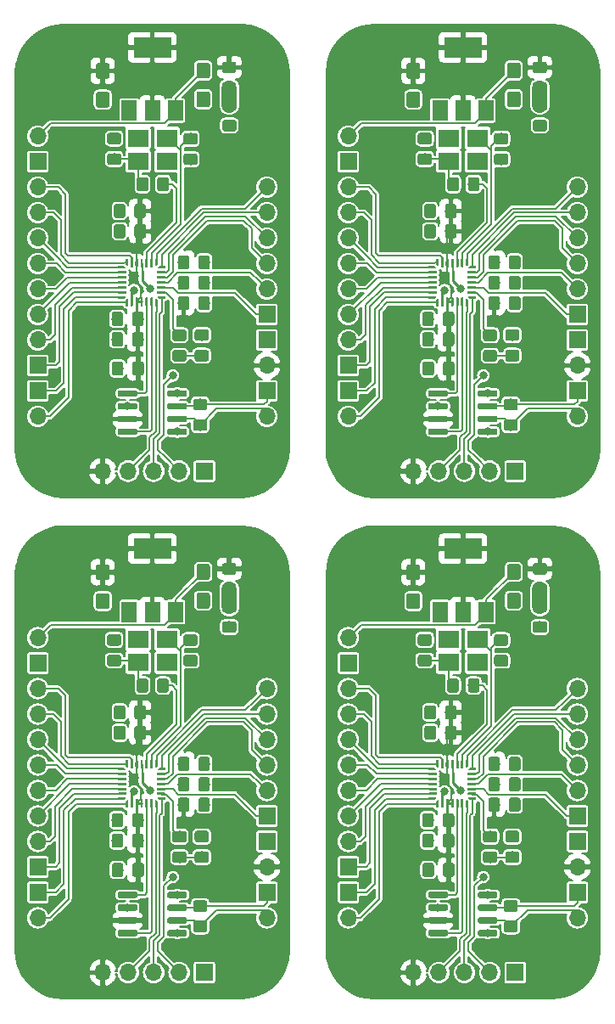
<source format=gtl>
%MOIN*%
%OFA0B0*%
%FSLAX46Y46*%
%IPPOS*%
%LPD*%
%ADD10C,0.0039370078740157488*%
%ADD11C,0.023622047244094488*%
%ADD12C,0.0452755905511811*%
%ADD13O,0.066929133858267723X0.066929133858267723*%
%ADD14R,0.066929133858267723X0.066929133858267723*%
%ADD15R,0.082677165354330714X0.070866141732283464*%
%ADD16R,0.059055118110236227X0.07874015748031496*%
%ADD17R,0.14960629921259844X0.07874015748031496*%
%ADD18C,0.0053883070866141743*%
%ADD19C,0.00984251968503937*%
%ADD20C,0.053149606299212608*%
%ADD21C,0.031496062992125991*%
%ADD22C,0.00984251968503937*%
%ADD23C,0.01*%
%ADD24C,0.008*%
%ADD25C,0.060000000000000005*%
%ADD36C,0.0039370078740157488*%
%ADD37C,0.023622047244094488*%
%ADD38C,0.0452755905511811*%
%ADD39O,0.066929133858267723X0.066929133858267723*%
%ADD40R,0.066929133858267723X0.066929133858267723*%
%ADD41R,0.082677165354330714X0.070866141732283464*%
%ADD42R,0.059055118110236227X0.07874015748031496*%
%ADD43R,0.14960629921259844X0.07874015748031496*%
%ADD44C,0.0053883070866141743*%
%ADD45C,0.00984251968503937*%
%ADD46C,0.053149606299212608*%
%ADD47C,0.031496062992125991*%
%ADD48C,0.00984251968503937*%
%ADD49C,0.01*%
%ADD50C,0.008*%
%ADD51C,0.060000000000000005*%
%ADD52C,0.0039370078740157488*%
%ADD53C,0.023622047244094488*%
%ADD54C,0.0452755905511811*%
%ADD55O,0.066929133858267723X0.066929133858267723*%
%ADD56R,0.066929133858267723X0.066929133858267723*%
%ADD57R,0.082677165354330714X0.070866141732283464*%
%ADD58R,0.059055118110236227X0.07874015748031496*%
%ADD59R,0.14960629921259844X0.07874015748031496*%
%ADD60C,0.0053883070866141743*%
%ADD61C,0.00984251968503937*%
%ADD62C,0.053149606299212608*%
%ADD63C,0.031496062992125991*%
%ADD64C,0.00984251968503937*%
%ADD65C,0.01*%
%ADD66C,0.008*%
%ADD67C,0.060000000000000005*%
%ADD68C,0.0039370078740157488*%
%ADD69C,0.023622047244094488*%
%ADD70C,0.0452755905511811*%
%ADD71O,0.066929133858267723X0.066929133858267723*%
%ADD72R,0.066929133858267723X0.066929133858267723*%
%ADD73R,0.082677165354330714X0.070866141732283464*%
%ADD74R,0.059055118110236227X0.07874015748031496*%
%ADD75R,0.14960629921259844X0.07874015748031496*%
%ADD76C,0.0053883070866141743*%
%ADD77C,0.00984251968503937*%
%ADD78C,0.053149606299212608*%
%ADD79C,0.031496062992125991*%
%ADD80C,0.00984251968503937*%
%ADD81C,0.01*%
%ADD82C,0.008*%
%ADD83C,0.060000000000000005*%
D10*
G36*
X0001369870Y0000454144D02*
G01*
X0001370443Y0000454059D01*
X0001371005Y0000453918D01*
X0001371551Y0000453723D01*
X0001372075Y0000453475D01*
X0001372572Y0000453177D01*
X0001373037Y0000452832D01*
X0001373467Y0000452443D01*
X0001373856Y0000452014D01*
X0001374201Y0000451548D01*
X0001374499Y0000451051D01*
X0001374747Y0000450527D01*
X0001374942Y0000449981D01*
X0001375083Y0000449419D01*
X0001375168Y0000448846D01*
X0001375196Y0000448267D01*
X0001375196Y0000436456D01*
X0001375168Y0000435877D01*
X0001375083Y0000435304D01*
X0001374942Y0000434742D01*
X0001374747Y0000434196D01*
X0001374499Y0000433672D01*
X0001374201Y0000433175D01*
X0001373856Y0000432710D01*
X0001373467Y0000432280D01*
X0001373037Y0000431891D01*
X0001372572Y0000431546D01*
X0001372075Y0000431248D01*
X0001371551Y0000431000D01*
X0001371005Y0000430805D01*
X0001370443Y0000430664D01*
X0001369870Y0000430579D01*
X0001369291Y0000430551D01*
X0001304330Y0000430551D01*
X0001303751Y0000430579D01*
X0001303178Y0000430664D01*
X0001302616Y0000430805D01*
X0001302070Y0000431000D01*
X0001301546Y0000431248D01*
X0001301049Y0000431546D01*
X0001300584Y0000431891D01*
X0001300154Y0000432280D01*
X0001299765Y0000432710D01*
X0001299420Y0000433175D01*
X0001299122Y0000433672D01*
X0001298874Y0000434196D01*
X0001298679Y0000434742D01*
X0001298538Y0000435304D01*
X0001298453Y0000435877D01*
X0001298425Y0000436456D01*
X0001298425Y0000448267D01*
X0001298453Y0000448846D01*
X0001298538Y0000449419D01*
X0001298679Y0000449981D01*
X0001298874Y0000450527D01*
X0001299122Y0000451051D01*
X0001299420Y0000451548D01*
X0001299765Y0000452014D01*
X0001300154Y0000452443D01*
X0001300584Y0000452832D01*
X0001301049Y0000453177D01*
X0001301546Y0000453475D01*
X0001302070Y0000453723D01*
X0001302616Y0000453918D01*
X0001303178Y0000454059D01*
X0001303751Y0000454144D01*
X0001304330Y0000454173D01*
X0001369291Y0000454173D01*
X0001369870Y0000454144D01*
X0001369870Y0000454144D01*
G37*
D11*
X0001336811Y0000442362D03*
D10*
G36*
X0001369870Y0000404144D02*
G01*
X0001370443Y0000404059D01*
X0001371005Y0000403918D01*
X0001371551Y0000403723D01*
X0001372075Y0000403475D01*
X0001372572Y0000403177D01*
X0001373037Y0000402832D01*
X0001373467Y0000402443D01*
X0001373856Y0000402014D01*
X0001374201Y0000401548D01*
X0001374499Y0000401051D01*
X0001374747Y0000400527D01*
X0001374942Y0000399982D01*
X0001375083Y0000399419D01*
X0001375168Y0000398846D01*
X0001375196Y0000398267D01*
X0001375196Y0000386456D01*
X0001375168Y0000385877D01*
X0001375083Y0000385304D01*
X0001374942Y0000384742D01*
X0001374747Y0000384196D01*
X0001374499Y0000383672D01*
X0001374201Y0000383175D01*
X0001373856Y0000382710D01*
X0001373467Y0000382280D01*
X0001373037Y0000381891D01*
X0001372572Y0000381546D01*
X0001372075Y0000381248D01*
X0001371551Y0000381000D01*
X0001371005Y0000380805D01*
X0001370443Y0000380664D01*
X0001369870Y0000380579D01*
X0001369291Y0000380551D01*
X0001304330Y0000380551D01*
X0001303751Y0000380579D01*
X0001303178Y0000380664D01*
X0001302616Y0000380805D01*
X0001302070Y0000381000D01*
X0001301546Y0000381248D01*
X0001301049Y0000381546D01*
X0001300584Y0000381891D01*
X0001300154Y0000382280D01*
X0001299765Y0000382710D01*
X0001299420Y0000383175D01*
X0001299122Y0000383672D01*
X0001298874Y0000384196D01*
X0001298679Y0000384742D01*
X0001298538Y0000385304D01*
X0001298453Y0000385877D01*
X0001298425Y0000386456D01*
X0001298425Y0000398267D01*
X0001298453Y0000398846D01*
X0001298538Y0000399419D01*
X0001298679Y0000399982D01*
X0001298874Y0000400527D01*
X0001299122Y0000401051D01*
X0001299420Y0000401548D01*
X0001299765Y0000402014D01*
X0001300154Y0000402443D01*
X0001300584Y0000402832D01*
X0001301049Y0000403177D01*
X0001301546Y0000403475D01*
X0001302070Y0000403723D01*
X0001302616Y0000403918D01*
X0001303178Y0000404059D01*
X0001303751Y0000404144D01*
X0001304330Y0000404173D01*
X0001369291Y0000404173D01*
X0001369870Y0000404144D01*
X0001369870Y0000404144D01*
G37*
D11*
X0001336811Y0000392362D03*
D10*
G36*
X0001369870Y0000354144D02*
G01*
X0001370443Y0000354059D01*
X0001371005Y0000353918D01*
X0001371551Y0000353723D01*
X0001372075Y0000353475D01*
X0001372572Y0000353177D01*
X0001373037Y0000352832D01*
X0001373467Y0000352443D01*
X0001373856Y0000352014D01*
X0001374201Y0000351548D01*
X0001374499Y0000351051D01*
X0001374747Y0000350527D01*
X0001374942Y0000349982D01*
X0001375083Y0000349419D01*
X0001375168Y0000348846D01*
X0001375196Y0000348267D01*
X0001375196Y0000336456D01*
X0001375168Y0000335877D01*
X0001375083Y0000335304D01*
X0001374942Y0000334742D01*
X0001374747Y0000334196D01*
X0001374499Y0000333672D01*
X0001374201Y0000333175D01*
X0001373856Y0000332710D01*
X0001373467Y0000332280D01*
X0001373037Y0000331891D01*
X0001372572Y0000331546D01*
X0001372075Y0000331248D01*
X0001371551Y0000331000D01*
X0001371005Y0000330805D01*
X0001370443Y0000330664D01*
X0001369870Y0000330579D01*
X0001369291Y0000330551D01*
X0001304330Y0000330551D01*
X0001303751Y0000330579D01*
X0001303178Y0000330664D01*
X0001302616Y0000330805D01*
X0001302070Y0000331000D01*
X0001301546Y0000331248D01*
X0001301049Y0000331546D01*
X0001300584Y0000331891D01*
X0001300154Y0000332280D01*
X0001299765Y0000332710D01*
X0001299420Y0000333175D01*
X0001299122Y0000333672D01*
X0001298874Y0000334196D01*
X0001298679Y0000334742D01*
X0001298538Y0000335304D01*
X0001298453Y0000335877D01*
X0001298425Y0000336456D01*
X0001298425Y0000348267D01*
X0001298453Y0000348846D01*
X0001298538Y0000349419D01*
X0001298679Y0000349982D01*
X0001298874Y0000350527D01*
X0001299122Y0000351051D01*
X0001299420Y0000351548D01*
X0001299765Y0000352014D01*
X0001300154Y0000352443D01*
X0001300584Y0000352832D01*
X0001301049Y0000353177D01*
X0001301546Y0000353475D01*
X0001302070Y0000353723D01*
X0001302616Y0000353918D01*
X0001303178Y0000354059D01*
X0001303751Y0000354144D01*
X0001304330Y0000354173D01*
X0001369291Y0000354173D01*
X0001369870Y0000354144D01*
X0001369870Y0000354144D01*
G37*
D11*
X0001336811Y0000342362D03*
D10*
G36*
X0001369870Y0000304144D02*
G01*
X0001370443Y0000304059D01*
X0001371005Y0000303918D01*
X0001371551Y0000303723D01*
X0001372075Y0000303475D01*
X0001372572Y0000303177D01*
X0001373037Y0000302832D01*
X0001373467Y0000302443D01*
X0001373856Y0000302014D01*
X0001374201Y0000301548D01*
X0001374499Y0000301051D01*
X0001374747Y0000300527D01*
X0001374942Y0000299981D01*
X0001375083Y0000299419D01*
X0001375168Y0000298846D01*
X0001375196Y0000298267D01*
X0001375196Y0000286456D01*
X0001375168Y0000285877D01*
X0001375083Y0000285304D01*
X0001374942Y0000284742D01*
X0001374747Y0000284196D01*
X0001374499Y0000283672D01*
X0001374201Y0000283175D01*
X0001373856Y0000282710D01*
X0001373467Y0000282280D01*
X0001373037Y0000281891D01*
X0001372572Y0000281546D01*
X0001372075Y0000281248D01*
X0001371551Y0000281000D01*
X0001371005Y0000280805D01*
X0001370443Y0000280664D01*
X0001369870Y0000280579D01*
X0001369291Y0000280551D01*
X0001304330Y0000280551D01*
X0001303751Y0000280579D01*
X0001303178Y0000280664D01*
X0001302616Y0000280805D01*
X0001302070Y0000281000D01*
X0001301546Y0000281248D01*
X0001301049Y0000281546D01*
X0001300584Y0000281891D01*
X0001300154Y0000282280D01*
X0001299765Y0000282710D01*
X0001299420Y0000283175D01*
X0001299122Y0000283672D01*
X0001298874Y0000284196D01*
X0001298679Y0000284742D01*
X0001298538Y0000285304D01*
X0001298453Y0000285877D01*
X0001298425Y0000286456D01*
X0001298425Y0000298267D01*
X0001298453Y0000298846D01*
X0001298538Y0000299419D01*
X0001298679Y0000299981D01*
X0001298874Y0000300527D01*
X0001299122Y0000301051D01*
X0001299420Y0000301548D01*
X0001299765Y0000302014D01*
X0001300154Y0000302443D01*
X0001300584Y0000302832D01*
X0001301049Y0000303177D01*
X0001301546Y0000303475D01*
X0001302070Y0000303723D01*
X0001302616Y0000303918D01*
X0001303178Y0000304059D01*
X0001303751Y0000304144D01*
X0001304330Y0000304173D01*
X0001369291Y0000304173D01*
X0001369870Y0000304144D01*
X0001369870Y0000304144D01*
G37*
D11*
X0001336811Y0000292362D03*
D10*
G36*
X0001564752Y0000304144D02*
G01*
X0001565325Y0000304059D01*
X0001565887Y0000303918D01*
X0001566433Y0000303723D01*
X0001566957Y0000303475D01*
X0001567454Y0000303177D01*
X0001567919Y0000302832D01*
X0001568349Y0000302443D01*
X0001568738Y0000302014D01*
X0001569083Y0000301548D01*
X0001569381Y0000301051D01*
X0001569629Y0000300527D01*
X0001569824Y0000299981D01*
X0001569965Y0000299419D01*
X0001570050Y0000298846D01*
X0001570078Y0000298267D01*
X0001570078Y0000286456D01*
X0001570050Y0000285877D01*
X0001569965Y0000285304D01*
X0001569824Y0000284742D01*
X0001569629Y0000284196D01*
X0001569381Y0000283672D01*
X0001569083Y0000283175D01*
X0001568738Y0000282710D01*
X0001568349Y0000282280D01*
X0001567919Y0000281891D01*
X0001567454Y0000281546D01*
X0001566957Y0000281248D01*
X0001566433Y0000281000D01*
X0001565887Y0000280805D01*
X0001565325Y0000280664D01*
X0001564752Y0000280579D01*
X0001564173Y0000280551D01*
X0001499212Y0000280551D01*
X0001498633Y0000280579D01*
X0001498060Y0000280664D01*
X0001497498Y0000280805D01*
X0001496952Y0000281000D01*
X0001496428Y0000281248D01*
X0001495931Y0000281546D01*
X0001495466Y0000281891D01*
X0001495036Y0000282280D01*
X0001494647Y0000282710D01*
X0001494302Y0000283175D01*
X0001494004Y0000283672D01*
X0001493756Y0000284196D01*
X0001493561Y0000284742D01*
X0001493420Y0000285304D01*
X0001493335Y0000285877D01*
X0001493307Y0000286456D01*
X0001493307Y0000298267D01*
X0001493335Y0000298846D01*
X0001493420Y0000299419D01*
X0001493561Y0000299981D01*
X0001493756Y0000300527D01*
X0001494004Y0000301051D01*
X0001494302Y0000301548D01*
X0001494647Y0000302014D01*
X0001495036Y0000302443D01*
X0001495466Y0000302832D01*
X0001495931Y0000303177D01*
X0001496428Y0000303475D01*
X0001496952Y0000303723D01*
X0001497498Y0000303918D01*
X0001498060Y0000304059D01*
X0001498633Y0000304144D01*
X0001499212Y0000304173D01*
X0001564173Y0000304173D01*
X0001564752Y0000304144D01*
X0001564752Y0000304144D01*
G37*
D11*
X0001531692Y0000292362D03*
D10*
G36*
X0001564752Y0000354144D02*
G01*
X0001565325Y0000354059D01*
X0001565887Y0000353918D01*
X0001566433Y0000353723D01*
X0001566957Y0000353475D01*
X0001567454Y0000353177D01*
X0001567919Y0000352832D01*
X0001568349Y0000352443D01*
X0001568738Y0000352014D01*
X0001569083Y0000351548D01*
X0001569381Y0000351051D01*
X0001569629Y0000350527D01*
X0001569824Y0000349982D01*
X0001569965Y0000349419D01*
X0001570050Y0000348846D01*
X0001570078Y0000348267D01*
X0001570078Y0000336456D01*
X0001570050Y0000335877D01*
X0001569965Y0000335304D01*
X0001569824Y0000334742D01*
X0001569629Y0000334196D01*
X0001569381Y0000333672D01*
X0001569083Y0000333175D01*
X0001568738Y0000332710D01*
X0001568349Y0000332280D01*
X0001567919Y0000331891D01*
X0001567454Y0000331546D01*
X0001566957Y0000331248D01*
X0001566433Y0000331000D01*
X0001565887Y0000330805D01*
X0001565325Y0000330664D01*
X0001564752Y0000330579D01*
X0001564173Y0000330551D01*
X0001499212Y0000330551D01*
X0001498633Y0000330579D01*
X0001498060Y0000330664D01*
X0001497498Y0000330805D01*
X0001496952Y0000331000D01*
X0001496428Y0000331248D01*
X0001495931Y0000331546D01*
X0001495466Y0000331891D01*
X0001495036Y0000332280D01*
X0001494647Y0000332710D01*
X0001494302Y0000333175D01*
X0001494004Y0000333672D01*
X0001493756Y0000334196D01*
X0001493561Y0000334742D01*
X0001493420Y0000335304D01*
X0001493335Y0000335877D01*
X0001493307Y0000336456D01*
X0001493307Y0000348267D01*
X0001493335Y0000348846D01*
X0001493420Y0000349419D01*
X0001493561Y0000349982D01*
X0001493756Y0000350527D01*
X0001494004Y0000351051D01*
X0001494302Y0000351548D01*
X0001494647Y0000352014D01*
X0001495036Y0000352443D01*
X0001495466Y0000352832D01*
X0001495931Y0000353177D01*
X0001496428Y0000353475D01*
X0001496952Y0000353723D01*
X0001497498Y0000353918D01*
X0001498060Y0000354059D01*
X0001498633Y0000354144D01*
X0001499212Y0000354173D01*
X0001564173Y0000354173D01*
X0001564752Y0000354144D01*
X0001564752Y0000354144D01*
G37*
D11*
X0001531692Y0000342362D03*
D10*
G36*
X0001564752Y0000404144D02*
G01*
X0001565325Y0000404059D01*
X0001565887Y0000403918D01*
X0001566433Y0000403723D01*
X0001566957Y0000403475D01*
X0001567454Y0000403177D01*
X0001567919Y0000402832D01*
X0001568349Y0000402443D01*
X0001568738Y0000402014D01*
X0001569083Y0000401548D01*
X0001569381Y0000401051D01*
X0001569629Y0000400527D01*
X0001569824Y0000399982D01*
X0001569965Y0000399419D01*
X0001570050Y0000398846D01*
X0001570078Y0000398267D01*
X0001570078Y0000386456D01*
X0001570050Y0000385877D01*
X0001569965Y0000385304D01*
X0001569824Y0000384742D01*
X0001569629Y0000384196D01*
X0001569381Y0000383672D01*
X0001569083Y0000383175D01*
X0001568738Y0000382710D01*
X0001568349Y0000382280D01*
X0001567919Y0000381891D01*
X0001567454Y0000381546D01*
X0001566957Y0000381248D01*
X0001566433Y0000381000D01*
X0001565887Y0000380805D01*
X0001565325Y0000380664D01*
X0001564752Y0000380579D01*
X0001564173Y0000380551D01*
X0001499212Y0000380551D01*
X0001498633Y0000380579D01*
X0001498060Y0000380664D01*
X0001497498Y0000380805D01*
X0001496952Y0000381000D01*
X0001496428Y0000381248D01*
X0001495931Y0000381546D01*
X0001495466Y0000381891D01*
X0001495036Y0000382280D01*
X0001494647Y0000382710D01*
X0001494302Y0000383175D01*
X0001494004Y0000383672D01*
X0001493756Y0000384196D01*
X0001493561Y0000384742D01*
X0001493420Y0000385304D01*
X0001493335Y0000385877D01*
X0001493307Y0000386456D01*
X0001493307Y0000398267D01*
X0001493335Y0000398846D01*
X0001493420Y0000399419D01*
X0001493561Y0000399982D01*
X0001493756Y0000400527D01*
X0001494004Y0000401051D01*
X0001494302Y0000401548D01*
X0001494647Y0000402014D01*
X0001495036Y0000402443D01*
X0001495466Y0000402832D01*
X0001495931Y0000403177D01*
X0001496428Y0000403475D01*
X0001496952Y0000403723D01*
X0001497498Y0000403918D01*
X0001498060Y0000404059D01*
X0001498633Y0000404144D01*
X0001499212Y0000404173D01*
X0001564173Y0000404173D01*
X0001564752Y0000404144D01*
X0001564752Y0000404144D01*
G37*
D11*
X0001531692Y0000392362D03*
D10*
G36*
X0001564752Y0000454144D02*
G01*
X0001565325Y0000454059D01*
X0001565887Y0000453918D01*
X0001566433Y0000453723D01*
X0001566957Y0000453475D01*
X0001567454Y0000453177D01*
X0001567919Y0000452832D01*
X0001568349Y0000452443D01*
X0001568738Y0000452014D01*
X0001569083Y0000451548D01*
X0001569381Y0000451051D01*
X0001569629Y0000450527D01*
X0001569824Y0000449981D01*
X0001569965Y0000449419D01*
X0001570050Y0000448846D01*
X0001570078Y0000448267D01*
X0001570078Y0000436456D01*
X0001570050Y0000435877D01*
X0001569965Y0000435304D01*
X0001569824Y0000434742D01*
X0001569629Y0000434196D01*
X0001569381Y0000433672D01*
X0001569083Y0000433175D01*
X0001568738Y0000432710D01*
X0001568349Y0000432280D01*
X0001567919Y0000431891D01*
X0001567454Y0000431546D01*
X0001566957Y0000431248D01*
X0001566433Y0000431000D01*
X0001565887Y0000430805D01*
X0001565325Y0000430664D01*
X0001564752Y0000430579D01*
X0001564173Y0000430551D01*
X0001499212Y0000430551D01*
X0001498633Y0000430579D01*
X0001498060Y0000430664D01*
X0001497498Y0000430805D01*
X0001496952Y0000431000D01*
X0001496428Y0000431248D01*
X0001495931Y0000431546D01*
X0001495466Y0000431891D01*
X0001495036Y0000432280D01*
X0001494647Y0000432710D01*
X0001494302Y0000433175D01*
X0001494004Y0000433672D01*
X0001493756Y0000434196D01*
X0001493561Y0000434742D01*
X0001493420Y0000435304D01*
X0001493335Y0000435877D01*
X0001493307Y0000436456D01*
X0001493307Y0000448267D01*
X0001493335Y0000448846D01*
X0001493420Y0000449419D01*
X0001493561Y0000449981D01*
X0001493756Y0000450527D01*
X0001494004Y0000451051D01*
X0001494302Y0000451548D01*
X0001494647Y0000452014D01*
X0001495036Y0000452443D01*
X0001495466Y0000452832D01*
X0001495931Y0000453177D01*
X0001496428Y0000453475D01*
X0001496952Y0000453723D01*
X0001497498Y0000453918D01*
X0001498060Y0000454059D01*
X0001498633Y0000454144D01*
X0001499212Y0000454173D01*
X0001564173Y0000454173D01*
X0001564752Y0000454144D01*
X0001564752Y0000454144D01*
G37*
D11*
X0001531692Y0000442362D03*
D10*
G36*
X0001651508Y0000984458D02*
G01*
X0001652463Y0000984317D01*
X0001653400Y0000984082D01*
X0001654310Y0000983757D01*
X0001655183Y0000983344D01*
X0001656011Y0000982847D01*
X0001656787Y0000982272D01*
X0001657503Y0000981623D01*
X0001658151Y0000980907D01*
X0001658727Y0000980132D01*
X0001659223Y0000979303D01*
X0001659636Y0000978430D01*
X0001659962Y0000977520D01*
X0001660196Y0000976583D01*
X0001660338Y0000975628D01*
X0001660386Y0000974663D01*
X0001660386Y0000939230D01*
X0001660338Y0000938265D01*
X0001660196Y0000937310D01*
X0001659962Y0000936373D01*
X0001659636Y0000935464D01*
X0001659223Y0000934590D01*
X0001658727Y0000933762D01*
X0001658151Y0000932986D01*
X0001657503Y0000932270D01*
X0001656787Y0000931622D01*
X0001656011Y0000931046D01*
X0001655183Y0000930550D01*
X0001654310Y0000930137D01*
X0001653400Y0000929811D01*
X0001652463Y0000929577D01*
X0001651508Y0000929435D01*
X0001650543Y0000929388D01*
X0001624952Y0000929388D01*
X0001623988Y0000929435D01*
X0001623032Y0000929577D01*
X0001622095Y0000929811D01*
X0001621186Y0000930137D01*
X0001620313Y0000930550D01*
X0001619484Y0000931046D01*
X0001618708Y0000931622D01*
X0001617993Y0000932270D01*
X0001617344Y0000932986D01*
X0001616769Y0000933762D01*
X0001616272Y0000934590D01*
X0001615859Y0000935464D01*
X0001615534Y0000936373D01*
X0001615299Y0000937310D01*
X0001615157Y0000938265D01*
X0001615110Y0000939230D01*
X0001615110Y0000974663D01*
X0001615157Y0000975628D01*
X0001615299Y0000976583D01*
X0001615534Y0000977520D01*
X0001615859Y0000978430D01*
X0001616272Y0000979303D01*
X0001616769Y0000980132D01*
X0001617344Y0000980907D01*
X0001617993Y0000981623D01*
X0001618708Y0000982272D01*
X0001619484Y0000982847D01*
X0001620313Y0000983344D01*
X0001621186Y0000983757D01*
X0001622095Y0000984082D01*
X0001623032Y0000984317D01*
X0001623988Y0000984458D01*
X0001624952Y0000984506D01*
X0001650543Y0000984506D01*
X0001651508Y0000984458D01*
X0001651508Y0000984458D01*
G37*
D12*
X0001637748Y0000956947D03*
D10*
G36*
X0001570799Y0000984458D02*
G01*
X0001571755Y0000984317D01*
X0001572692Y0000984082D01*
X0001573601Y0000983757D01*
X0001574474Y0000983344D01*
X0001575303Y0000982847D01*
X0001576078Y0000982272D01*
X0001576794Y0000981623D01*
X0001577443Y0000980907D01*
X0001578018Y0000980132D01*
X0001578515Y0000979303D01*
X0001578928Y0000978430D01*
X0001579253Y0000977520D01*
X0001579488Y0000976583D01*
X0001579630Y0000975628D01*
X0001579677Y0000974663D01*
X0001579677Y0000939230D01*
X0001579630Y0000938265D01*
X0001579488Y0000937310D01*
X0001579253Y0000936373D01*
X0001578928Y0000935464D01*
X0001578515Y0000934590D01*
X0001578018Y0000933762D01*
X0001577443Y0000932986D01*
X0001576794Y0000932270D01*
X0001576078Y0000931622D01*
X0001575303Y0000931046D01*
X0001574474Y0000930550D01*
X0001573601Y0000930137D01*
X0001572692Y0000929811D01*
X0001571755Y0000929577D01*
X0001570799Y0000929435D01*
X0001569834Y0000929388D01*
X0001544244Y0000929388D01*
X0001543279Y0000929435D01*
X0001542324Y0000929577D01*
X0001541387Y0000929811D01*
X0001540477Y0000930137D01*
X0001539604Y0000930550D01*
X0001538776Y0000931046D01*
X0001538000Y0000931622D01*
X0001537284Y0000932270D01*
X0001536635Y0000932986D01*
X0001536060Y0000933762D01*
X0001535563Y0000934590D01*
X0001535151Y0000935464D01*
X0001534825Y0000936373D01*
X0001534590Y0000937310D01*
X0001534449Y0000938265D01*
X0001534401Y0000939230D01*
X0001534401Y0000974663D01*
X0001534449Y0000975628D01*
X0001534590Y0000976583D01*
X0001534825Y0000977520D01*
X0001535151Y0000978430D01*
X0001535563Y0000979303D01*
X0001536060Y0000980132D01*
X0001536635Y0000980907D01*
X0001537284Y0000981623D01*
X0001538000Y0000982272D01*
X0001538776Y0000982847D01*
X0001539604Y0000983344D01*
X0001540477Y0000983757D01*
X0001541387Y0000984082D01*
X0001542324Y0000984317D01*
X0001543279Y0000984458D01*
X0001544244Y0000984506D01*
X0001569834Y0000984506D01*
X0001570799Y0000984458D01*
X0001570799Y0000984458D01*
G37*
D12*
X0001557039Y0000956947D03*
D13*
X0001884251Y0000352362D03*
D14*
X0001884251Y0000452362D03*
D13*
X0001239251Y0000137362D03*
X0001339251Y0000137362D03*
X0001439251Y0000137362D03*
X0001539251Y0000137362D03*
D14*
X0001639251Y0000137362D03*
D13*
X0000984251Y0001452362D03*
D14*
X0000984251Y0001352362D03*
D13*
X0001884251Y0000552362D03*
D14*
X0001884251Y0000652362D03*
D13*
X0001884251Y0001252362D03*
X0001884251Y0001152362D03*
X0001884251Y0001052362D03*
X0001884251Y0000952362D03*
X0001884251Y0000852362D03*
D14*
X0001884251Y0000752362D03*
D13*
X0000984251Y0000352362D03*
D14*
X0000984251Y0000452362D03*
D13*
X0000984251Y0001252362D03*
X0000984251Y0001152362D03*
X0000984251Y0001052362D03*
X0000984251Y0000952362D03*
X0000984251Y0000852362D03*
X0000984251Y0000752362D03*
X0000984251Y0000652362D03*
D14*
X0000984251Y0000552362D03*
D10*
G36*
X0001311657Y0000567873D02*
G01*
X0001312613Y0000567732D01*
X0001313550Y0000567497D01*
X0001314459Y0000567172D01*
X0001315332Y0000566759D01*
X0001316161Y0000566262D01*
X0001316936Y0000565687D01*
X0001317652Y0000565038D01*
X0001318301Y0000564322D01*
X0001318876Y0000563546D01*
X0001319373Y0000562718D01*
X0001319786Y0000561845D01*
X0001320111Y0000560935D01*
X0001320346Y0000559998D01*
X0001320487Y0000559043D01*
X0001320535Y0000558078D01*
X0001320535Y0000522645D01*
X0001320487Y0000521680D01*
X0001320346Y0000520725D01*
X0001320111Y0000519788D01*
X0001319786Y0000518879D01*
X0001319373Y0000518005D01*
X0001318876Y0000517177D01*
X0001318301Y0000516401D01*
X0001317652Y0000515685D01*
X0001316936Y0000515037D01*
X0001316161Y0000514461D01*
X0001315332Y0000513965D01*
X0001314459Y0000513552D01*
X0001313550Y0000513226D01*
X0001312613Y0000512992D01*
X0001311657Y0000512850D01*
X0001310692Y0000512803D01*
X0001285102Y0000512803D01*
X0001284137Y0000512850D01*
X0001283182Y0000512992D01*
X0001282245Y0000513226D01*
X0001281335Y0000513552D01*
X0001280462Y0000513965D01*
X0001279634Y0000514461D01*
X0001278858Y0000515037D01*
X0001278142Y0000515685D01*
X0001277493Y0000516401D01*
X0001276918Y0000517177D01*
X0001276422Y0000518005D01*
X0001276009Y0000518879D01*
X0001275683Y0000519788D01*
X0001275448Y0000520725D01*
X0001275307Y0000521680D01*
X0001275259Y0000522645D01*
X0001275259Y0000558078D01*
X0001275307Y0000559043D01*
X0001275448Y0000559998D01*
X0001275683Y0000560935D01*
X0001276009Y0000561845D01*
X0001276422Y0000562718D01*
X0001276918Y0000563546D01*
X0001277493Y0000564322D01*
X0001278142Y0000565038D01*
X0001278858Y0000565687D01*
X0001279634Y0000566262D01*
X0001280462Y0000566759D01*
X0001281335Y0000567172D01*
X0001282245Y0000567497D01*
X0001283182Y0000567732D01*
X0001284137Y0000567873D01*
X0001285102Y0000567921D01*
X0001310692Y0000567921D01*
X0001311657Y0000567873D01*
X0001311657Y0000567873D01*
G37*
D12*
X0001297897Y0000540362D03*
D10*
G36*
X0001392366Y0000567873D02*
G01*
X0001393321Y0000567732D01*
X0001394258Y0000567497D01*
X0001395168Y0000567172D01*
X0001396041Y0000566759D01*
X0001396869Y0000566262D01*
X0001397645Y0000565687D01*
X0001398361Y0000565038D01*
X0001399009Y0000564322D01*
X0001399585Y0000563546D01*
X0001400081Y0000562718D01*
X0001400494Y0000561845D01*
X0001400820Y0000560935D01*
X0001401054Y0000559998D01*
X0001401196Y0000559043D01*
X0001401244Y0000558078D01*
X0001401244Y0000522645D01*
X0001401196Y0000521680D01*
X0001401054Y0000520725D01*
X0001400820Y0000519788D01*
X0001400494Y0000518879D01*
X0001400081Y0000518005D01*
X0001399585Y0000517177D01*
X0001399009Y0000516401D01*
X0001398361Y0000515685D01*
X0001397645Y0000515037D01*
X0001396869Y0000514461D01*
X0001396041Y0000513965D01*
X0001395168Y0000513552D01*
X0001394258Y0000513226D01*
X0001393321Y0000512992D01*
X0001392366Y0000512850D01*
X0001391401Y0000512803D01*
X0001365810Y0000512803D01*
X0001364846Y0000512850D01*
X0001363890Y0000512992D01*
X0001362953Y0000513226D01*
X0001362044Y0000513552D01*
X0001361171Y0000513965D01*
X0001360342Y0000514461D01*
X0001359566Y0000515037D01*
X0001358851Y0000515685D01*
X0001358202Y0000516401D01*
X0001357627Y0000517177D01*
X0001357130Y0000518005D01*
X0001356717Y0000518879D01*
X0001356392Y0000519788D01*
X0001356157Y0000520725D01*
X0001356015Y0000521680D01*
X0001355968Y0000522645D01*
X0001355968Y0000558078D01*
X0001356015Y0000559043D01*
X0001356157Y0000559998D01*
X0001356392Y0000560935D01*
X0001356717Y0000561845D01*
X0001357130Y0000562718D01*
X0001357627Y0000563546D01*
X0001358202Y0000564322D01*
X0001358851Y0000565038D01*
X0001359566Y0000565687D01*
X0001360342Y0000566262D01*
X0001361171Y0000566759D01*
X0001362044Y0000567172D01*
X0001362953Y0000567497D01*
X0001363890Y0000567732D01*
X0001364846Y0000567873D01*
X0001365810Y0000567921D01*
X0001391401Y0000567921D01*
X0001392366Y0000567873D01*
X0001392366Y0000567873D01*
G37*
D12*
X0001378606Y0000540362D03*
D10*
G36*
X0001640933Y0000421661D02*
G01*
X0001641888Y0000421519D01*
X0001642825Y0000421284D01*
X0001643735Y0000420959D01*
X0001644608Y0000420546D01*
X0001645436Y0000420049D01*
X0001646212Y0000419474D01*
X0001646928Y0000418825D01*
X0001647576Y0000418110D01*
X0001648152Y0000417334D01*
X0001648648Y0000416505D01*
X0001649061Y0000415632D01*
X0001649387Y0000414723D01*
X0001649621Y0000413786D01*
X0001649763Y0000412830D01*
X0001649811Y0000411866D01*
X0001649811Y0000386275D01*
X0001649763Y0000385310D01*
X0001649621Y0000384355D01*
X0001649387Y0000383418D01*
X0001649061Y0000382509D01*
X0001648648Y0000381635D01*
X0001648152Y0000380807D01*
X0001647576Y0000380031D01*
X0001646928Y0000379315D01*
X0001646212Y0000378667D01*
X0001645436Y0000378091D01*
X0001644608Y0000377595D01*
X0001643735Y0000377182D01*
X0001642825Y0000376856D01*
X0001641888Y0000376622D01*
X0001640933Y0000376480D01*
X0001639968Y0000376433D01*
X0001604535Y0000376433D01*
X0001603570Y0000376480D01*
X0001602615Y0000376622D01*
X0001601678Y0000376856D01*
X0001600768Y0000377182D01*
X0001599895Y0000377595D01*
X0001599067Y0000378091D01*
X0001598291Y0000378667D01*
X0001597575Y0000379315D01*
X0001596927Y0000380031D01*
X0001596351Y0000380807D01*
X0001595855Y0000381635D01*
X0001595442Y0000382509D01*
X0001595116Y0000383418D01*
X0001594882Y0000384355D01*
X0001594740Y0000385310D01*
X0001594692Y0000386275D01*
X0001594692Y0000411866D01*
X0001594740Y0000412830D01*
X0001594882Y0000413786D01*
X0001595116Y0000414723D01*
X0001595442Y0000415632D01*
X0001595855Y0000416505D01*
X0001596351Y0000417334D01*
X0001596927Y0000418110D01*
X0001597575Y0000418825D01*
X0001598291Y0000419474D01*
X0001599067Y0000420049D01*
X0001599895Y0000420546D01*
X0001600768Y0000420959D01*
X0001601678Y0000421284D01*
X0001602615Y0000421519D01*
X0001603570Y0000421661D01*
X0001604535Y0000421708D01*
X0001639968Y0000421708D01*
X0001640933Y0000421661D01*
X0001640933Y0000421661D01*
G37*
D12*
X0001622251Y0000399070D03*
D10*
G36*
X0001640933Y0000340952D02*
G01*
X0001641888Y0000340810D01*
X0001642825Y0000340576D01*
X0001643735Y0000340250D01*
X0001644608Y0000339837D01*
X0001645436Y0000339341D01*
X0001646212Y0000338765D01*
X0001646928Y0000338117D01*
X0001647576Y0000337401D01*
X0001648152Y0000336625D01*
X0001648648Y0000335797D01*
X0001649061Y0000334924D01*
X0001649387Y0000334014D01*
X0001649621Y0000333077D01*
X0001649763Y0000332122D01*
X0001649811Y0000331157D01*
X0001649811Y0000305566D01*
X0001649763Y0000304602D01*
X0001649621Y0000303646D01*
X0001649387Y0000302709D01*
X0001649061Y0000301800D01*
X0001648648Y0000300927D01*
X0001648152Y0000300098D01*
X0001647576Y0000299322D01*
X0001646928Y0000298607D01*
X0001646212Y0000297958D01*
X0001645436Y0000297383D01*
X0001644608Y0000296886D01*
X0001643735Y0000296473D01*
X0001642825Y0000296148D01*
X0001641888Y0000295913D01*
X0001640933Y0000295771D01*
X0001639968Y0000295724D01*
X0001604535Y0000295724D01*
X0001603570Y0000295771D01*
X0001602615Y0000295913D01*
X0001601678Y0000296148D01*
X0001600768Y0000296473D01*
X0001599895Y0000296886D01*
X0001599067Y0000297383D01*
X0001598291Y0000297958D01*
X0001597575Y0000298607D01*
X0001596927Y0000299322D01*
X0001596351Y0000300098D01*
X0001595855Y0000300927D01*
X0001595442Y0000301800D01*
X0001595116Y0000302709D01*
X0001594882Y0000303646D01*
X0001594740Y0000304602D01*
X0001594692Y0000305566D01*
X0001594692Y0000331157D01*
X0001594740Y0000332122D01*
X0001594882Y0000333077D01*
X0001595116Y0000334014D01*
X0001595442Y0000334924D01*
X0001595855Y0000335797D01*
X0001596351Y0000336625D01*
X0001596927Y0000337401D01*
X0001597575Y0000338117D01*
X0001598291Y0000338765D01*
X0001599067Y0000339341D01*
X0001599895Y0000339837D01*
X0001600768Y0000340250D01*
X0001601678Y0000340576D01*
X0001602615Y0000340810D01*
X0001603570Y0000340952D01*
X0001604535Y0000340999D01*
X0001639968Y0000340999D01*
X0001640933Y0000340952D01*
X0001640933Y0000340952D01*
G37*
D12*
X0001622251Y0000318362D03*
D15*
X0001492251Y0001354362D03*
X0001378078Y0001354362D03*
X0001378078Y0001444913D03*
X0001492251Y0001444913D03*
D16*
X0001343700Y0001553346D03*
X0001524803Y0001553346D03*
X0001434251Y0001553346D03*
D17*
X0001434251Y0001801377D03*
D18*
X0001470893Y0000937417D03*
D10*
G36*
X0001485721Y0000933922D02*
G01*
X0001485621Y0000933589D01*
X0001485457Y0000933283D01*
X0001485237Y0000933014D01*
X0001484968Y0000932794D01*
X0001484662Y0000932630D01*
X0001484329Y0000932530D01*
X0001483984Y0000932496D01*
X0001457803Y0000932496D01*
X0001457457Y0000932530D01*
X0001457125Y0000932630D01*
X0001456818Y0000932794D01*
X0001456550Y0000933014D01*
X0001456330Y0000933283D01*
X0001456166Y0000933589D01*
X0001456065Y0000933922D01*
X0001456031Y0000934267D01*
X0001456031Y0000935305D01*
X0001456065Y0000935651D01*
X0001456166Y0000935983D01*
X0001456330Y0000936289D01*
X0001456550Y0000936558D01*
X0001461811Y0000941819D01*
X0001462080Y0000942040D01*
X0001462386Y0000942203D01*
X0001462718Y0000942304D01*
X0001463064Y0000942338D01*
X0001483984Y0000942338D01*
X0001484329Y0000942304D01*
X0001484662Y0000942203D01*
X0001484968Y0000942040D01*
X0001485237Y0000941819D01*
X0001485457Y0000941551D01*
X0001485621Y0000941244D01*
X0001485721Y0000940912D01*
X0001485755Y0000940566D01*
X0001485755Y0000934267D01*
X0001485721Y0000933922D01*
X0001485721Y0000933922D01*
G37*
G36*
X0001483536Y0000922641D02*
G01*
X0001483775Y0000922606D01*
X0001484009Y0000922547D01*
X0001484236Y0000922466D01*
X0001484455Y0000922362D01*
X0001484662Y0000922238D01*
X0001484856Y0000922094D01*
X0001485035Y0000921932D01*
X0001485197Y0000921753D01*
X0001485341Y0000921559D01*
X0001485465Y0000921352D01*
X0001485568Y0000921134D01*
X0001485649Y0000920907D01*
X0001485708Y0000920672D01*
X0001485744Y0000920434D01*
X0001485755Y0000920192D01*
X0001485755Y0000915271D01*
X0001485744Y0000915030D01*
X0001485708Y0000914791D01*
X0001485649Y0000914557D01*
X0001485568Y0000914330D01*
X0001485465Y0000914111D01*
X0001485341Y0000913904D01*
X0001485197Y0000913710D01*
X0001485035Y0000913531D01*
X0001484856Y0000913369D01*
X0001484662Y0000913225D01*
X0001484455Y0000913101D01*
X0001484236Y0000912998D01*
X0001484009Y0000912916D01*
X0001483775Y0000912858D01*
X0001483536Y0000912822D01*
X0001483295Y0000912810D01*
X0001453767Y0000912810D01*
X0001453526Y0000912822D01*
X0001453287Y0000912858D01*
X0001453053Y0000912916D01*
X0001452826Y0000912998D01*
X0001452607Y0000913101D01*
X0001452400Y0000913225D01*
X0001452206Y0000913369D01*
X0001452027Y0000913531D01*
X0001451865Y0000913710D01*
X0001451721Y0000913904D01*
X0001451597Y0000914111D01*
X0001451494Y0000914330D01*
X0001451413Y0000914557D01*
X0001451354Y0000914791D01*
X0001451318Y0000915030D01*
X0001451307Y0000915271D01*
X0001451307Y0000920192D01*
X0001451318Y0000920434D01*
X0001451354Y0000920672D01*
X0001451413Y0000920907D01*
X0001451494Y0000921134D01*
X0001451597Y0000921352D01*
X0001451721Y0000921559D01*
X0001451865Y0000921753D01*
X0001452027Y0000921932D01*
X0001452206Y0000922094D01*
X0001452400Y0000922238D01*
X0001452607Y0000922362D01*
X0001452826Y0000922466D01*
X0001453053Y0000922547D01*
X0001453287Y0000922606D01*
X0001453526Y0000922641D01*
X0001453767Y0000922653D01*
X0001483295Y0000922653D01*
X0001483536Y0000922641D01*
X0001483536Y0000922641D01*
G37*
D19*
X0001468531Y0000917732D03*
D10*
G36*
X0001483536Y0000902956D02*
G01*
X0001483775Y0000902921D01*
X0001484009Y0000902862D01*
X0001484236Y0000902781D01*
X0001484455Y0000902677D01*
X0001484662Y0000902553D01*
X0001484856Y0000902409D01*
X0001485035Y0000902247D01*
X0001485197Y0000902068D01*
X0001485341Y0000901874D01*
X0001485465Y0000901667D01*
X0001485568Y0000901449D01*
X0001485649Y0000901222D01*
X0001485708Y0000900987D01*
X0001485744Y0000900749D01*
X0001485755Y0000900507D01*
X0001485755Y0000895586D01*
X0001485744Y0000895345D01*
X0001485708Y0000895106D01*
X0001485649Y0000894872D01*
X0001485568Y0000894644D01*
X0001485465Y0000894426D01*
X0001485341Y0000894219D01*
X0001485197Y0000894025D01*
X0001485035Y0000893846D01*
X0001484856Y0000893684D01*
X0001484662Y0000893540D01*
X0001484455Y0000893416D01*
X0001484236Y0000893313D01*
X0001484009Y0000893231D01*
X0001483775Y0000893173D01*
X0001483536Y0000893137D01*
X0001483295Y0000893125D01*
X0001453767Y0000893125D01*
X0001453526Y0000893137D01*
X0001453287Y0000893173D01*
X0001453053Y0000893231D01*
X0001452826Y0000893313D01*
X0001452607Y0000893416D01*
X0001452400Y0000893540D01*
X0001452206Y0000893684D01*
X0001452027Y0000893846D01*
X0001451865Y0000894025D01*
X0001451721Y0000894219D01*
X0001451597Y0000894426D01*
X0001451494Y0000894644D01*
X0001451413Y0000894872D01*
X0001451354Y0000895106D01*
X0001451318Y0000895345D01*
X0001451307Y0000895586D01*
X0001451307Y0000900507D01*
X0001451318Y0000900749D01*
X0001451354Y0000900987D01*
X0001451413Y0000901222D01*
X0001451494Y0000901449D01*
X0001451597Y0000901667D01*
X0001451721Y0000901874D01*
X0001451865Y0000902068D01*
X0001452027Y0000902247D01*
X0001452206Y0000902409D01*
X0001452400Y0000902553D01*
X0001452607Y0000902677D01*
X0001452826Y0000902781D01*
X0001453053Y0000902862D01*
X0001453287Y0000902921D01*
X0001453526Y0000902956D01*
X0001453767Y0000902968D01*
X0001483295Y0000902968D01*
X0001483536Y0000902956D01*
X0001483536Y0000902956D01*
G37*
D19*
X0001468531Y0000898047D03*
D10*
G36*
X0001483536Y0000883271D02*
G01*
X0001483775Y0000883236D01*
X0001484009Y0000883177D01*
X0001484236Y0000883096D01*
X0001484455Y0000882992D01*
X0001484662Y0000882868D01*
X0001484856Y0000882724D01*
X0001485035Y0000882562D01*
X0001485197Y0000882383D01*
X0001485341Y0000882189D01*
X0001485465Y0000881982D01*
X0001485568Y0000881764D01*
X0001485649Y0000881537D01*
X0001485708Y0000881302D01*
X0001485744Y0000881064D01*
X0001485755Y0000880822D01*
X0001485755Y0000875901D01*
X0001485744Y0000875660D01*
X0001485708Y0000875421D01*
X0001485649Y0000875187D01*
X0001485568Y0000874959D01*
X0001485465Y0000874741D01*
X0001485341Y0000874534D01*
X0001485197Y0000874340D01*
X0001485035Y0000874161D01*
X0001484856Y0000873999D01*
X0001484662Y0000873855D01*
X0001484455Y0000873731D01*
X0001484236Y0000873628D01*
X0001484009Y0000873546D01*
X0001483775Y0000873488D01*
X0001483536Y0000873452D01*
X0001483295Y0000873440D01*
X0001453767Y0000873440D01*
X0001453526Y0000873452D01*
X0001453287Y0000873488D01*
X0001453053Y0000873546D01*
X0001452826Y0000873628D01*
X0001452607Y0000873731D01*
X0001452400Y0000873855D01*
X0001452206Y0000873999D01*
X0001452027Y0000874161D01*
X0001451865Y0000874340D01*
X0001451721Y0000874534D01*
X0001451597Y0000874741D01*
X0001451494Y0000874959D01*
X0001451413Y0000875187D01*
X0001451354Y0000875421D01*
X0001451318Y0000875660D01*
X0001451307Y0000875901D01*
X0001451307Y0000880822D01*
X0001451318Y0000881064D01*
X0001451354Y0000881302D01*
X0001451413Y0000881537D01*
X0001451494Y0000881764D01*
X0001451597Y0000881982D01*
X0001451721Y0000882189D01*
X0001451865Y0000882383D01*
X0001452027Y0000882562D01*
X0001452206Y0000882724D01*
X0001452400Y0000882868D01*
X0001452607Y0000882992D01*
X0001452826Y0000883096D01*
X0001453053Y0000883177D01*
X0001453287Y0000883236D01*
X0001453526Y0000883271D01*
X0001453767Y0000883283D01*
X0001483295Y0000883283D01*
X0001483536Y0000883271D01*
X0001483536Y0000883271D01*
G37*
D19*
X0001468531Y0000878362D03*
D10*
G36*
X0001483536Y0000863586D02*
G01*
X0001483775Y0000863551D01*
X0001484009Y0000863492D01*
X0001484236Y0000863411D01*
X0001484455Y0000863307D01*
X0001484662Y0000863183D01*
X0001484856Y0000863039D01*
X0001485035Y0000862877D01*
X0001485197Y0000862698D01*
X0001485341Y0000862504D01*
X0001485465Y0000862297D01*
X0001485568Y0000862079D01*
X0001485649Y0000861852D01*
X0001485708Y0000861617D01*
X0001485744Y0000861378D01*
X0001485755Y0000861137D01*
X0001485755Y0000856216D01*
X0001485744Y0000855975D01*
X0001485708Y0000855736D01*
X0001485649Y0000855502D01*
X0001485568Y0000855274D01*
X0001485465Y0000855056D01*
X0001485341Y0000854849D01*
X0001485197Y0000854655D01*
X0001485035Y0000854476D01*
X0001484856Y0000854314D01*
X0001484662Y0000854170D01*
X0001484455Y0000854046D01*
X0001484236Y0000853943D01*
X0001484009Y0000853861D01*
X0001483775Y0000853803D01*
X0001483536Y0000853767D01*
X0001483295Y0000853755D01*
X0001453767Y0000853755D01*
X0001453526Y0000853767D01*
X0001453287Y0000853803D01*
X0001453053Y0000853861D01*
X0001452826Y0000853943D01*
X0001452607Y0000854046D01*
X0001452400Y0000854170D01*
X0001452206Y0000854314D01*
X0001452027Y0000854476D01*
X0001451865Y0000854655D01*
X0001451721Y0000854849D01*
X0001451597Y0000855056D01*
X0001451494Y0000855274D01*
X0001451413Y0000855502D01*
X0001451354Y0000855736D01*
X0001451318Y0000855975D01*
X0001451307Y0000856216D01*
X0001451307Y0000861137D01*
X0001451318Y0000861378D01*
X0001451354Y0000861617D01*
X0001451413Y0000861852D01*
X0001451494Y0000862079D01*
X0001451597Y0000862297D01*
X0001451721Y0000862504D01*
X0001451865Y0000862698D01*
X0001452027Y0000862877D01*
X0001452206Y0000863039D01*
X0001452400Y0000863183D01*
X0001452607Y0000863307D01*
X0001452826Y0000863411D01*
X0001453053Y0000863492D01*
X0001453287Y0000863551D01*
X0001453526Y0000863586D01*
X0001453767Y0000863598D01*
X0001483295Y0000863598D01*
X0001483536Y0000863586D01*
X0001483536Y0000863586D01*
G37*
D19*
X0001468531Y0000858677D03*
D10*
G36*
X0001483536Y0000843901D02*
G01*
X0001483775Y0000843866D01*
X0001484009Y0000843807D01*
X0001484236Y0000843726D01*
X0001484455Y0000843622D01*
X0001484662Y0000843498D01*
X0001484856Y0000843354D01*
X0001485035Y0000843192D01*
X0001485197Y0000843013D01*
X0001485341Y0000842819D01*
X0001485465Y0000842612D01*
X0001485568Y0000842394D01*
X0001485649Y0000842167D01*
X0001485708Y0000841932D01*
X0001485744Y0000841693D01*
X0001485755Y0000841452D01*
X0001485755Y0000836531D01*
X0001485744Y0000836290D01*
X0001485708Y0000836051D01*
X0001485649Y0000835817D01*
X0001485568Y0000835589D01*
X0001485465Y0000835371D01*
X0001485341Y0000835164D01*
X0001485197Y0000834970D01*
X0001485035Y0000834791D01*
X0001484856Y0000834629D01*
X0001484662Y0000834485D01*
X0001484455Y0000834361D01*
X0001484236Y0000834258D01*
X0001484009Y0000834176D01*
X0001483775Y0000834118D01*
X0001483536Y0000834082D01*
X0001483295Y0000834070D01*
X0001453767Y0000834070D01*
X0001453526Y0000834082D01*
X0001453287Y0000834118D01*
X0001453053Y0000834176D01*
X0001452826Y0000834258D01*
X0001452607Y0000834361D01*
X0001452400Y0000834485D01*
X0001452206Y0000834629D01*
X0001452027Y0000834791D01*
X0001451865Y0000834970D01*
X0001451721Y0000835164D01*
X0001451597Y0000835371D01*
X0001451494Y0000835589D01*
X0001451413Y0000835817D01*
X0001451354Y0000836051D01*
X0001451318Y0000836290D01*
X0001451307Y0000836531D01*
X0001451307Y0000841452D01*
X0001451318Y0000841693D01*
X0001451354Y0000841932D01*
X0001451413Y0000842167D01*
X0001451494Y0000842394D01*
X0001451597Y0000842612D01*
X0001451721Y0000842819D01*
X0001451865Y0000843013D01*
X0001452027Y0000843192D01*
X0001452206Y0000843354D01*
X0001452400Y0000843498D01*
X0001452607Y0000843622D01*
X0001452826Y0000843726D01*
X0001453053Y0000843807D01*
X0001453287Y0000843866D01*
X0001453526Y0000843901D01*
X0001453767Y0000843913D01*
X0001483295Y0000843913D01*
X0001483536Y0000843901D01*
X0001483536Y0000843901D01*
G37*
D19*
X0001468531Y0000838992D03*
D18*
X0001470893Y0000819307D03*
D10*
G36*
X0001485721Y0000815811D02*
G01*
X0001485621Y0000815479D01*
X0001485457Y0000815173D01*
X0001485237Y0000814904D01*
X0001484968Y0000814684D01*
X0001484662Y0000814520D01*
X0001484329Y0000814419D01*
X0001483984Y0000814385D01*
X0001463064Y0000814385D01*
X0001462718Y0000814419D01*
X0001462386Y0000814520D01*
X0001462080Y0000814684D01*
X0001461811Y0000814904D01*
X0001456550Y0000820166D01*
X0001456330Y0000820434D01*
X0001456166Y0000820740D01*
X0001456065Y0000821073D01*
X0001456031Y0000821418D01*
X0001456031Y0000822456D01*
X0001456065Y0000822802D01*
X0001456166Y0000823134D01*
X0001456330Y0000823440D01*
X0001456550Y0000823709D01*
X0001456818Y0000823929D01*
X0001457125Y0000824093D01*
X0001457457Y0000824194D01*
X0001457803Y0000824228D01*
X0001483984Y0000824228D01*
X0001484329Y0000824194D01*
X0001484662Y0000824093D01*
X0001484968Y0000823929D01*
X0001485237Y0000823709D01*
X0001485457Y0000823440D01*
X0001485621Y0000823134D01*
X0001485721Y0000822802D01*
X0001485755Y0000822456D01*
X0001485755Y0000816157D01*
X0001485721Y0000815811D01*
X0001485721Y0000815811D01*
G37*
D18*
X0001451307Y0000799720D03*
D10*
G36*
X0001456194Y0000786284D02*
G01*
X0001456093Y0000785951D01*
X0001455929Y0000785645D01*
X0001455709Y0000785377D01*
X0001455440Y0000785156D01*
X0001455134Y0000784993D01*
X0001454802Y0000784892D01*
X0001454456Y0000784858D01*
X0001448157Y0000784858D01*
X0001447811Y0000784892D01*
X0001447479Y0000784993D01*
X0001447173Y0000785156D01*
X0001446904Y0000785377D01*
X0001446684Y0000785645D01*
X0001446520Y0000785951D01*
X0001446419Y0000786284D01*
X0001446385Y0000786629D01*
X0001446385Y0000812810D01*
X0001446419Y0000813156D01*
X0001446520Y0000813489D01*
X0001446684Y0000813795D01*
X0001446904Y0000814063D01*
X0001447173Y0000814284D01*
X0001447479Y0000814447D01*
X0001447811Y0000814548D01*
X0001448157Y0000814582D01*
X0001449195Y0000814582D01*
X0001449540Y0000814548D01*
X0001449873Y0000814447D01*
X0001450179Y0000814284D01*
X0001450447Y0000814063D01*
X0001455709Y0000808802D01*
X0001455929Y0000808533D01*
X0001456093Y0000808227D01*
X0001456194Y0000807895D01*
X0001456228Y0000807549D01*
X0001456228Y0000786629D01*
X0001456194Y0000786284D01*
X0001456194Y0000786284D01*
G37*
G36*
X0001434323Y0000819295D02*
G01*
X0001434562Y0000819259D01*
X0001434796Y0000819201D01*
X0001435024Y0000819119D01*
X0001435242Y0000819016D01*
X0001435449Y0000818892D01*
X0001435643Y0000818748D01*
X0001435822Y0000818586D01*
X0001435984Y0000818407D01*
X0001436128Y0000818213D01*
X0001436252Y0000818006D01*
X0001436355Y0000817788D01*
X0001436437Y0000817560D01*
X0001436496Y0000817326D01*
X0001436531Y0000817087D01*
X0001436543Y0000816846D01*
X0001436543Y0000787318D01*
X0001436531Y0000787077D01*
X0001436496Y0000786838D01*
X0001436437Y0000786604D01*
X0001436355Y0000786377D01*
X0001436252Y0000786158D01*
X0001436128Y0000785951D01*
X0001435984Y0000785757D01*
X0001435822Y0000785578D01*
X0001435643Y0000785416D01*
X0001435449Y0000785272D01*
X0001435242Y0000785148D01*
X0001435024Y0000785045D01*
X0001434796Y0000784964D01*
X0001434562Y0000784905D01*
X0001434323Y0000784870D01*
X0001434082Y0000784858D01*
X0001429161Y0000784858D01*
X0001428920Y0000784870D01*
X0001428681Y0000784905D01*
X0001428447Y0000784964D01*
X0001428219Y0000785045D01*
X0001428001Y0000785148D01*
X0001427794Y0000785272D01*
X0001427600Y0000785416D01*
X0001427421Y0000785578D01*
X0001427259Y0000785757D01*
X0001427115Y0000785951D01*
X0001426991Y0000786158D01*
X0001426888Y0000786377D01*
X0001426806Y0000786604D01*
X0001426748Y0000786838D01*
X0001426712Y0000787077D01*
X0001426700Y0000787318D01*
X0001426700Y0000816846D01*
X0001426712Y0000817087D01*
X0001426748Y0000817326D01*
X0001426806Y0000817560D01*
X0001426888Y0000817788D01*
X0001426991Y0000818006D01*
X0001427115Y0000818213D01*
X0001427259Y0000818407D01*
X0001427421Y0000818586D01*
X0001427600Y0000818748D01*
X0001427794Y0000818892D01*
X0001428001Y0000819016D01*
X0001428219Y0000819119D01*
X0001428447Y0000819201D01*
X0001428681Y0000819259D01*
X0001428920Y0000819295D01*
X0001429161Y0000819307D01*
X0001434082Y0000819307D01*
X0001434323Y0000819295D01*
X0001434323Y0000819295D01*
G37*
D19*
X0001431622Y0000802082D03*
D10*
G36*
X0001414638Y0000819295D02*
G01*
X0001414877Y0000819259D01*
X0001415111Y0000819201D01*
X0001415339Y0000819119D01*
X0001415557Y0000819016D01*
X0001415764Y0000818892D01*
X0001415958Y0000818748D01*
X0001416137Y0000818586D01*
X0001416299Y0000818407D01*
X0001416443Y0000818213D01*
X0001416567Y0000818006D01*
X0001416670Y0000817788D01*
X0001416752Y0000817560D01*
X0001416810Y0000817326D01*
X0001416846Y0000817087D01*
X0001416858Y0000816846D01*
X0001416858Y0000787318D01*
X0001416846Y0000787077D01*
X0001416810Y0000786838D01*
X0001416752Y0000786604D01*
X0001416670Y0000786377D01*
X0001416567Y0000786158D01*
X0001416443Y0000785951D01*
X0001416299Y0000785757D01*
X0001416137Y0000785578D01*
X0001415958Y0000785416D01*
X0001415764Y0000785272D01*
X0001415557Y0000785148D01*
X0001415339Y0000785045D01*
X0001415111Y0000784964D01*
X0001414877Y0000784905D01*
X0001414638Y0000784870D01*
X0001414397Y0000784858D01*
X0001409476Y0000784858D01*
X0001409235Y0000784870D01*
X0001408996Y0000784905D01*
X0001408762Y0000784964D01*
X0001408534Y0000785045D01*
X0001408316Y0000785148D01*
X0001408109Y0000785272D01*
X0001407915Y0000785416D01*
X0001407736Y0000785578D01*
X0001407574Y0000785757D01*
X0001407430Y0000785951D01*
X0001407306Y0000786158D01*
X0001407203Y0000786377D01*
X0001407121Y0000786604D01*
X0001407062Y0000786838D01*
X0001407027Y0000787077D01*
X0001407015Y0000787318D01*
X0001407015Y0000816846D01*
X0001407027Y0000817087D01*
X0001407062Y0000817326D01*
X0001407121Y0000817560D01*
X0001407203Y0000817788D01*
X0001407306Y0000818006D01*
X0001407430Y0000818213D01*
X0001407574Y0000818407D01*
X0001407736Y0000818586D01*
X0001407915Y0000818748D01*
X0001408109Y0000818892D01*
X0001408316Y0000819016D01*
X0001408534Y0000819119D01*
X0001408762Y0000819201D01*
X0001408996Y0000819259D01*
X0001409235Y0000819295D01*
X0001409476Y0000819307D01*
X0001414397Y0000819307D01*
X0001414638Y0000819295D01*
X0001414638Y0000819295D01*
G37*
D19*
X0001411937Y0000802082D03*
D10*
G36*
X0001394953Y0000819295D02*
G01*
X0001395192Y0000819259D01*
X0001395426Y0000819201D01*
X0001395654Y0000819119D01*
X0001395872Y0000819016D01*
X0001396079Y0000818892D01*
X0001396273Y0000818748D01*
X0001396452Y0000818586D01*
X0001396614Y0000818407D01*
X0001396758Y0000818213D01*
X0001396882Y0000818006D01*
X0001396985Y0000817788D01*
X0001397067Y0000817560D01*
X0001397125Y0000817326D01*
X0001397161Y0000817087D01*
X0001397173Y0000816846D01*
X0001397173Y0000787318D01*
X0001397161Y0000787077D01*
X0001397125Y0000786838D01*
X0001397067Y0000786604D01*
X0001396985Y0000786377D01*
X0001396882Y0000786158D01*
X0001396758Y0000785951D01*
X0001396614Y0000785757D01*
X0001396452Y0000785578D01*
X0001396273Y0000785416D01*
X0001396079Y0000785272D01*
X0001395872Y0000785148D01*
X0001395654Y0000785045D01*
X0001395426Y0000784964D01*
X0001395192Y0000784905D01*
X0001394953Y0000784870D01*
X0001394712Y0000784858D01*
X0001389791Y0000784858D01*
X0001389550Y0000784870D01*
X0001389311Y0000784905D01*
X0001389077Y0000784964D01*
X0001388849Y0000785045D01*
X0001388631Y0000785148D01*
X0001388424Y0000785272D01*
X0001388230Y0000785416D01*
X0001388051Y0000785578D01*
X0001387889Y0000785757D01*
X0001387745Y0000785951D01*
X0001387621Y0000786158D01*
X0001387517Y0000786377D01*
X0001387436Y0000786604D01*
X0001387377Y0000786838D01*
X0001387342Y0000787077D01*
X0001387330Y0000787318D01*
X0001387330Y0000816846D01*
X0001387342Y0000817087D01*
X0001387377Y0000817326D01*
X0001387436Y0000817560D01*
X0001387517Y0000817788D01*
X0001387621Y0000818006D01*
X0001387745Y0000818213D01*
X0001387889Y0000818407D01*
X0001388051Y0000818586D01*
X0001388230Y0000818748D01*
X0001388424Y0000818892D01*
X0001388631Y0000819016D01*
X0001388849Y0000819119D01*
X0001389077Y0000819201D01*
X0001389311Y0000819259D01*
X0001389550Y0000819295D01*
X0001389791Y0000819307D01*
X0001394712Y0000819307D01*
X0001394953Y0000819295D01*
X0001394953Y0000819295D01*
G37*
D19*
X0001392251Y0000802082D03*
D10*
G36*
X0001375268Y0000819295D02*
G01*
X0001375507Y0000819259D01*
X0001375741Y0000819201D01*
X0001375969Y0000819119D01*
X0001376187Y0000819016D01*
X0001376394Y0000818892D01*
X0001376588Y0000818748D01*
X0001376767Y0000818586D01*
X0001376929Y0000818407D01*
X0001377073Y0000818213D01*
X0001377197Y0000818006D01*
X0001377300Y0000817788D01*
X0001377382Y0000817560D01*
X0001377440Y0000817326D01*
X0001377476Y0000817087D01*
X0001377488Y0000816846D01*
X0001377488Y0000787318D01*
X0001377476Y0000787077D01*
X0001377440Y0000786838D01*
X0001377382Y0000786604D01*
X0001377300Y0000786377D01*
X0001377197Y0000786158D01*
X0001377073Y0000785951D01*
X0001376929Y0000785757D01*
X0001376767Y0000785578D01*
X0001376588Y0000785416D01*
X0001376394Y0000785272D01*
X0001376187Y0000785148D01*
X0001375969Y0000785045D01*
X0001375741Y0000784964D01*
X0001375507Y0000784905D01*
X0001375268Y0000784870D01*
X0001375027Y0000784858D01*
X0001370106Y0000784858D01*
X0001369865Y0000784870D01*
X0001369626Y0000784905D01*
X0001369392Y0000784964D01*
X0001369164Y0000785045D01*
X0001368946Y0000785148D01*
X0001368739Y0000785272D01*
X0001368545Y0000785416D01*
X0001368366Y0000785578D01*
X0001368204Y0000785757D01*
X0001368060Y0000785951D01*
X0001367936Y0000786158D01*
X0001367832Y0000786377D01*
X0001367751Y0000786604D01*
X0001367692Y0000786838D01*
X0001367657Y0000787077D01*
X0001367645Y0000787318D01*
X0001367645Y0000816846D01*
X0001367657Y0000817087D01*
X0001367692Y0000817326D01*
X0001367751Y0000817560D01*
X0001367832Y0000817788D01*
X0001367936Y0000818006D01*
X0001368060Y0000818213D01*
X0001368204Y0000818407D01*
X0001368366Y0000818586D01*
X0001368545Y0000818748D01*
X0001368739Y0000818892D01*
X0001368946Y0000819016D01*
X0001369164Y0000819119D01*
X0001369392Y0000819201D01*
X0001369626Y0000819259D01*
X0001369865Y0000819295D01*
X0001370106Y0000819307D01*
X0001375027Y0000819307D01*
X0001375268Y0000819295D01*
X0001375268Y0000819295D01*
G37*
D19*
X0001372566Y0000802082D03*
D10*
G36*
X0001355583Y0000819295D02*
G01*
X0001355822Y0000819259D01*
X0001356056Y0000819201D01*
X0001356284Y0000819119D01*
X0001356502Y0000819016D01*
X0001356709Y0000818892D01*
X0001356903Y0000818748D01*
X0001357082Y0000818586D01*
X0001357244Y0000818407D01*
X0001357388Y0000818213D01*
X0001357512Y0000818006D01*
X0001357615Y0000817788D01*
X0001357697Y0000817560D01*
X0001357755Y0000817326D01*
X0001357791Y0000817087D01*
X0001357803Y0000816846D01*
X0001357803Y0000787318D01*
X0001357791Y0000787077D01*
X0001357755Y0000786838D01*
X0001357697Y0000786604D01*
X0001357615Y0000786377D01*
X0001357512Y0000786158D01*
X0001357388Y0000785951D01*
X0001357244Y0000785757D01*
X0001357082Y0000785578D01*
X0001356903Y0000785416D01*
X0001356709Y0000785272D01*
X0001356502Y0000785148D01*
X0001356284Y0000785045D01*
X0001356056Y0000784964D01*
X0001355822Y0000784905D01*
X0001355583Y0000784870D01*
X0001355342Y0000784858D01*
X0001350421Y0000784858D01*
X0001350180Y0000784870D01*
X0001349941Y0000784905D01*
X0001349706Y0000784964D01*
X0001349479Y0000785045D01*
X0001349261Y0000785148D01*
X0001349054Y0000785272D01*
X0001348860Y0000785416D01*
X0001348681Y0000785578D01*
X0001348519Y0000785757D01*
X0001348375Y0000785951D01*
X0001348251Y0000786158D01*
X0001348147Y0000786377D01*
X0001348066Y0000786604D01*
X0001348007Y0000786838D01*
X0001347972Y0000787077D01*
X0001347960Y0000787318D01*
X0001347960Y0000816846D01*
X0001347972Y0000817087D01*
X0001348007Y0000817326D01*
X0001348066Y0000817560D01*
X0001348147Y0000817788D01*
X0001348251Y0000818006D01*
X0001348375Y0000818213D01*
X0001348519Y0000818407D01*
X0001348681Y0000818586D01*
X0001348860Y0000818748D01*
X0001349054Y0000818892D01*
X0001349261Y0000819016D01*
X0001349479Y0000819119D01*
X0001349706Y0000819201D01*
X0001349941Y0000819259D01*
X0001350180Y0000819295D01*
X0001350421Y0000819307D01*
X0001355342Y0000819307D01*
X0001355583Y0000819295D01*
X0001355583Y0000819295D01*
G37*
D19*
X0001352881Y0000802082D03*
D18*
X0001333196Y0000799720D03*
D10*
G36*
X0001338084Y0000786284D02*
G01*
X0001337983Y0000785951D01*
X0001337819Y0000785645D01*
X0001337599Y0000785377D01*
X0001337330Y0000785156D01*
X0001337024Y0000784993D01*
X0001336692Y0000784892D01*
X0001336346Y0000784858D01*
X0001330047Y0000784858D01*
X0001329701Y0000784892D01*
X0001329369Y0000784993D01*
X0001329062Y0000785156D01*
X0001328794Y0000785377D01*
X0001328574Y0000785645D01*
X0001328410Y0000785951D01*
X0001328309Y0000786284D01*
X0001328275Y0000786629D01*
X0001328275Y0000807549D01*
X0001328309Y0000807895D01*
X0001328410Y0000808227D01*
X0001328574Y0000808533D01*
X0001328794Y0000808802D01*
X0001334055Y0000814063D01*
X0001334324Y0000814284D01*
X0001334630Y0000814447D01*
X0001334963Y0000814548D01*
X0001335308Y0000814582D01*
X0001336346Y0000814582D01*
X0001336692Y0000814548D01*
X0001337024Y0000814447D01*
X0001337330Y0000814284D01*
X0001337599Y0000814063D01*
X0001337819Y0000813795D01*
X0001337983Y0000813489D01*
X0001338084Y0000813156D01*
X0001338118Y0000812810D01*
X0001338118Y0000786629D01*
X0001338084Y0000786284D01*
X0001338084Y0000786284D01*
G37*
D18*
X0001313610Y0000819307D03*
D10*
G36*
X0001328438Y0000821073D02*
G01*
X0001328337Y0000820740D01*
X0001328173Y0000820434D01*
X0001327953Y0000820166D01*
X0001322692Y0000814904D01*
X0001322423Y0000814684D01*
X0001322117Y0000814520D01*
X0001321785Y0000814419D01*
X0001321439Y0000814385D01*
X0001300519Y0000814385D01*
X0001300174Y0000814419D01*
X0001299841Y0000814520D01*
X0001299535Y0000814684D01*
X0001299266Y0000814904D01*
X0001299046Y0000815173D01*
X0001298882Y0000815479D01*
X0001298782Y0000815811D01*
X0001298748Y0000816157D01*
X0001298748Y0000822456D01*
X0001298782Y0000822802D01*
X0001298882Y0000823134D01*
X0001299046Y0000823440D01*
X0001299266Y0000823709D01*
X0001299535Y0000823929D01*
X0001299841Y0000824093D01*
X0001300174Y0000824194D01*
X0001300519Y0000824228D01*
X0001326700Y0000824228D01*
X0001327046Y0000824194D01*
X0001327378Y0000824093D01*
X0001327685Y0000823929D01*
X0001327953Y0000823709D01*
X0001328173Y0000823440D01*
X0001328337Y0000823134D01*
X0001328438Y0000822802D01*
X0001328472Y0000822456D01*
X0001328472Y0000821418D01*
X0001328438Y0000821073D01*
X0001328438Y0000821073D01*
G37*
G36*
X0001330977Y0000843901D02*
G01*
X0001331216Y0000843866D01*
X0001331450Y0000843807D01*
X0001331677Y0000843726D01*
X0001331896Y0000843622D01*
X0001332103Y0000843498D01*
X0001332297Y0000843354D01*
X0001332476Y0000843192D01*
X0001332638Y0000843013D01*
X0001332782Y0000842819D01*
X0001332906Y0000842612D01*
X0001333009Y0000842394D01*
X0001333090Y0000842167D01*
X0001333149Y0000841932D01*
X0001333185Y0000841693D01*
X0001333196Y0000841452D01*
X0001333196Y0000836531D01*
X0001333185Y0000836290D01*
X0001333149Y0000836051D01*
X0001333090Y0000835817D01*
X0001333009Y0000835589D01*
X0001332906Y0000835371D01*
X0001332782Y0000835164D01*
X0001332638Y0000834970D01*
X0001332476Y0000834791D01*
X0001332297Y0000834629D01*
X0001332103Y0000834485D01*
X0001331896Y0000834361D01*
X0001331677Y0000834258D01*
X0001331450Y0000834176D01*
X0001331216Y0000834118D01*
X0001330977Y0000834082D01*
X0001330736Y0000834070D01*
X0001301208Y0000834070D01*
X0001300967Y0000834082D01*
X0001300728Y0000834118D01*
X0001300494Y0000834176D01*
X0001300266Y0000834258D01*
X0001300048Y0000834361D01*
X0001299841Y0000834485D01*
X0001299647Y0000834629D01*
X0001299468Y0000834791D01*
X0001299306Y0000834970D01*
X0001299162Y0000835164D01*
X0001299038Y0000835371D01*
X0001298935Y0000835589D01*
X0001298853Y0000835817D01*
X0001298795Y0000836051D01*
X0001298759Y0000836290D01*
X0001298748Y0000836531D01*
X0001298748Y0000841452D01*
X0001298759Y0000841693D01*
X0001298795Y0000841932D01*
X0001298853Y0000842167D01*
X0001298935Y0000842394D01*
X0001299038Y0000842612D01*
X0001299162Y0000842819D01*
X0001299306Y0000843013D01*
X0001299468Y0000843192D01*
X0001299647Y0000843354D01*
X0001299841Y0000843498D01*
X0001300048Y0000843622D01*
X0001300266Y0000843726D01*
X0001300494Y0000843807D01*
X0001300728Y0000843866D01*
X0001300967Y0000843901D01*
X0001301208Y0000843913D01*
X0001330736Y0000843913D01*
X0001330977Y0000843901D01*
X0001330977Y0000843901D01*
G37*
D19*
X0001315972Y0000838992D03*
D10*
G36*
X0001330977Y0000863586D02*
G01*
X0001331216Y0000863551D01*
X0001331450Y0000863492D01*
X0001331677Y0000863411D01*
X0001331896Y0000863307D01*
X0001332103Y0000863183D01*
X0001332297Y0000863039D01*
X0001332476Y0000862877D01*
X0001332638Y0000862698D01*
X0001332782Y0000862504D01*
X0001332906Y0000862297D01*
X0001333009Y0000862079D01*
X0001333090Y0000861852D01*
X0001333149Y0000861617D01*
X0001333185Y0000861378D01*
X0001333196Y0000861137D01*
X0001333196Y0000856216D01*
X0001333185Y0000855975D01*
X0001333149Y0000855736D01*
X0001333090Y0000855502D01*
X0001333009Y0000855274D01*
X0001332906Y0000855056D01*
X0001332782Y0000854849D01*
X0001332638Y0000854655D01*
X0001332476Y0000854476D01*
X0001332297Y0000854314D01*
X0001332103Y0000854170D01*
X0001331896Y0000854046D01*
X0001331677Y0000853943D01*
X0001331450Y0000853861D01*
X0001331216Y0000853803D01*
X0001330977Y0000853767D01*
X0001330736Y0000853755D01*
X0001301208Y0000853755D01*
X0001300967Y0000853767D01*
X0001300728Y0000853803D01*
X0001300494Y0000853861D01*
X0001300266Y0000853943D01*
X0001300048Y0000854046D01*
X0001299841Y0000854170D01*
X0001299647Y0000854314D01*
X0001299468Y0000854476D01*
X0001299306Y0000854655D01*
X0001299162Y0000854849D01*
X0001299038Y0000855056D01*
X0001298935Y0000855274D01*
X0001298853Y0000855502D01*
X0001298795Y0000855736D01*
X0001298759Y0000855975D01*
X0001298748Y0000856216D01*
X0001298748Y0000861137D01*
X0001298759Y0000861378D01*
X0001298795Y0000861617D01*
X0001298853Y0000861852D01*
X0001298935Y0000862079D01*
X0001299038Y0000862297D01*
X0001299162Y0000862504D01*
X0001299306Y0000862698D01*
X0001299468Y0000862877D01*
X0001299647Y0000863039D01*
X0001299841Y0000863183D01*
X0001300048Y0000863307D01*
X0001300266Y0000863411D01*
X0001300494Y0000863492D01*
X0001300728Y0000863551D01*
X0001300967Y0000863586D01*
X0001301208Y0000863598D01*
X0001330736Y0000863598D01*
X0001330977Y0000863586D01*
X0001330977Y0000863586D01*
G37*
D19*
X0001315972Y0000858677D03*
D10*
G36*
X0001330977Y0000883271D02*
G01*
X0001331216Y0000883236D01*
X0001331450Y0000883177D01*
X0001331677Y0000883096D01*
X0001331896Y0000882992D01*
X0001332103Y0000882868D01*
X0001332297Y0000882724D01*
X0001332476Y0000882562D01*
X0001332638Y0000882383D01*
X0001332782Y0000882189D01*
X0001332906Y0000881982D01*
X0001333009Y0000881764D01*
X0001333090Y0000881537D01*
X0001333149Y0000881302D01*
X0001333185Y0000881064D01*
X0001333196Y0000880822D01*
X0001333196Y0000875901D01*
X0001333185Y0000875660D01*
X0001333149Y0000875421D01*
X0001333090Y0000875187D01*
X0001333009Y0000874959D01*
X0001332906Y0000874741D01*
X0001332782Y0000874534D01*
X0001332638Y0000874340D01*
X0001332476Y0000874161D01*
X0001332297Y0000873999D01*
X0001332103Y0000873855D01*
X0001331896Y0000873731D01*
X0001331677Y0000873628D01*
X0001331450Y0000873546D01*
X0001331216Y0000873488D01*
X0001330977Y0000873452D01*
X0001330736Y0000873440D01*
X0001301208Y0000873440D01*
X0001300967Y0000873452D01*
X0001300728Y0000873488D01*
X0001300494Y0000873546D01*
X0001300266Y0000873628D01*
X0001300048Y0000873731D01*
X0001299841Y0000873855D01*
X0001299647Y0000873999D01*
X0001299468Y0000874161D01*
X0001299306Y0000874340D01*
X0001299162Y0000874534D01*
X0001299038Y0000874741D01*
X0001298935Y0000874959D01*
X0001298853Y0000875187D01*
X0001298795Y0000875421D01*
X0001298759Y0000875660D01*
X0001298748Y0000875901D01*
X0001298748Y0000880822D01*
X0001298759Y0000881064D01*
X0001298795Y0000881302D01*
X0001298853Y0000881537D01*
X0001298935Y0000881764D01*
X0001299038Y0000881982D01*
X0001299162Y0000882189D01*
X0001299306Y0000882383D01*
X0001299468Y0000882562D01*
X0001299647Y0000882724D01*
X0001299841Y0000882868D01*
X0001300048Y0000882992D01*
X0001300266Y0000883096D01*
X0001300494Y0000883177D01*
X0001300728Y0000883236D01*
X0001300967Y0000883271D01*
X0001301208Y0000883283D01*
X0001330736Y0000883283D01*
X0001330977Y0000883271D01*
X0001330977Y0000883271D01*
G37*
D19*
X0001315972Y0000878362D03*
D10*
G36*
X0001330977Y0000902956D02*
G01*
X0001331216Y0000902921D01*
X0001331450Y0000902862D01*
X0001331677Y0000902781D01*
X0001331896Y0000902677D01*
X0001332103Y0000902553D01*
X0001332297Y0000902409D01*
X0001332476Y0000902247D01*
X0001332638Y0000902068D01*
X0001332782Y0000901874D01*
X0001332906Y0000901667D01*
X0001333009Y0000901449D01*
X0001333090Y0000901222D01*
X0001333149Y0000900987D01*
X0001333185Y0000900749D01*
X0001333196Y0000900507D01*
X0001333196Y0000895586D01*
X0001333185Y0000895345D01*
X0001333149Y0000895106D01*
X0001333090Y0000894872D01*
X0001333009Y0000894644D01*
X0001332906Y0000894426D01*
X0001332782Y0000894219D01*
X0001332638Y0000894025D01*
X0001332476Y0000893846D01*
X0001332297Y0000893684D01*
X0001332103Y0000893540D01*
X0001331896Y0000893416D01*
X0001331677Y0000893313D01*
X0001331450Y0000893231D01*
X0001331216Y0000893173D01*
X0001330977Y0000893137D01*
X0001330736Y0000893125D01*
X0001301208Y0000893125D01*
X0001300967Y0000893137D01*
X0001300728Y0000893173D01*
X0001300494Y0000893231D01*
X0001300266Y0000893313D01*
X0001300048Y0000893416D01*
X0001299841Y0000893540D01*
X0001299647Y0000893684D01*
X0001299468Y0000893846D01*
X0001299306Y0000894025D01*
X0001299162Y0000894219D01*
X0001299038Y0000894426D01*
X0001298935Y0000894644D01*
X0001298853Y0000894872D01*
X0001298795Y0000895106D01*
X0001298759Y0000895345D01*
X0001298748Y0000895586D01*
X0001298748Y0000900507D01*
X0001298759Y0000900749D01*
X0001298795Y0000900987D01*
X0001298853Y0000901222D01*
X0001298935Y0000901449D01*
X0001299038Y0000901667D01*
X0001299162Y0000901874D01*
X0001299306Y0000902068D01*
X0001299468Y0000902247D01*
X0001299647Y0000902409D01*
X0001299841Y0000902553D01*
X0001300048Y0000902677D01*
X0001300266Y0000902781D01*
X0001300494Y0000902862D01*
X0001300728Y0000902921D01*
X0001300967Y0000902956D01*
X0001301208Y0000902968D01*
X0001330736Y0000902968D01*
X0001330977Y0000902956D01*
X0001330977Y0000902956D01*
G37*
D19*
X0001315972Y0000898047D03*
D10*
G36*
X0001330977Y0000922641D02*
G01*
X0001331216Y0000922606D01*
X0001331450Y0000922547D01*
X0001331677Y0000922466D01*
X0001331896Y0000922362D01*
X0001332103Y0000922238D01*
X0001332297Y0000922094D01*
X0001332476Y0000921932D01*
X0001332638Y0000921753D01*
X0001332782Y0000921559D01*
X0001332906Y0000921352D01*
X0001333009Y0000921134D01*
X0001333090Y0000920907D01*
X0001333149Y0000920672D01*
X0001333185Y0000920434D01*
X0001333196Y0000920192D01*
X0001333196Y0000915271D01*
X0001333185Y0000915030D01*
X0001333149Y0000914791D01*
X0001333090Y0000914557D01*
X0001333009Y0000914330D01*
X0001332906Y0000914111D01*
X0001332782Y0000913904D01*
X0001332638Y0000913710D01*
X0001332476Y0000913531D01*
X0001332297Y0000913369D01*
X0001332103Y0000913225D01*
X0001331896Y0000913101D01*
X0001331677Y0000912998D01*
X0001331450Y0000912916D01*
X0001331216Y0000912858D01*
X0001330977Y0000912822D01*
X0001330736Y0000912810D01*
X0001301208Y0000912810D01*
X0001300967Y0000912822D01*
X0001300728Y0000912858D01*
X0001300494Y0000912916D01*
X0001300266Y0000912998D01*
X0001300048Y0000913101D01*
X0001299841Y0000913225D01*
X0001299647Y0000913369D01*
X0001299468Y0000913531D01*
X0001299306Y0000913710D01*
X0001299162Y0000913904D01*
X0001299038Y0000914111D01*
X0001298935Y0000914330D01*
X0001298853Y0000914557D01*
X0001298795Y0000914791D01*
X0001298759Y0000915030D01*
X0001298748Y0000915271D01*
X0001298748Y0000920192D01*
X0001298759Y0000920434D01*
X0001298795Y0000920672D01*
X0001298853Y0000920907D01*
X0001298935Y0000921134D01*
X0001299038Y0000921352D01*
X0001299162Y0000921559D01*
X0001299306Y0000921753D01*
X0001299468Y0000921932D01*
X0001299647Y0000922094D01*
X0001299841Y0000922238D01*
X0001300048Y0000922362D01*
X0001300266Y0000922466D01*
X0001300494Y0000922547D01*
X0001300728Y0000922606D01*
X0001300967Y0000922641D01*
X0001301208Y0000922653D01*
X0001330736Y0000922653D01*
X0001330977Y0000922641D01*
X0001330977Y0000922641D01*
G37*
D19*
X0001315972Y0000917732D03*
D18*
X0001313610Y0000937417D03*
D10*
G36*
X0001328438Y0000933922D02*
G01*
X0001328337Y0000933589D01*
X0001328173Y0000933283D01*
X0001327953Y0000933014D01*
X0001327685Y0000932794D01*
X0001327378Y0000932630D01*
X0001327046Y0000932530D01*
X0001326700Y0000932496D01*
X0001300519Y0000932496D01*
X0001300174Y0000932530D01*
X0001299841Y0000932630D01*
X0001299535Y0000932794D01*
X0001299266Y0000933014D01*
X0001299046Y0000933283D01*
X0001298882Y0000933589D01*
X0001298782Y0000933922D01*
X0001298748Y0000934267D01*
X0001298748Y0000940566D01*
X0001298782Y0000940912D01*
X0001298882Y0000941244D01*
X0001299046Y0000941551D01*
X0001299266Y0000941819D01*
X0001299535Y0000942040D01*
X0001299841Y0000942203D01*
X0001300174Y0000942304D01*
X0001300519Y0000942338D01*
X0001321439Y0000942338D01*
X0001321785Y0000942304D01*
X0001322117Y0000942203D01*
X0001322423Y0000942040D01*
X0001322692Y0000941819D01*
X0001327953Y0000936558D01*
X0001328173Y0000936289D01*
X0001328337Y0000935983D01*
X0001328438Y0000935651D01*
X0001328472Y0000935305D01*
X0001328472Y0000934267D01*
X0001328438Y0000933922D01*
X0001328438Y0000933922D01*
G37*
D18*
X0001333196Y0000957003D03*
D10*
G36*
X0001338084Y0000943567D02*
G01*
X0001337983Y0000943235D01*
X0001337819Y0000942929D01*
X0001337599Y0000942660D01*
X0001337330Y0000942440D01*
X0001337024Y0000942276D01*
X0001336692Y0000942175D01*
X0001336346Y0000942141D01*
X0001335308Y0000942141D01*
X0001334963Y0000942175D01*
X0001334630Y0000942276D01*
X0001334324Y0000942440D01*
X0001334055Y0000942660D01*
X0001328794Y0000947922D01*
X0001328574Y0000948190D01*
X0001328410Y0000948496D01*
X0001328309Y0000948829D01*
X0001328275Y0000949174D01*
X0001328275Y0000970094D01*
X0001328309Y0000970440D01*
X0001328410Y0000970772D01*
X0001328574Y0000971078D01*
X0001328794Y0000971347D01*
X0001329062Y0000971567D01*
X0001329369Y0000971731D01*
X0001329701Y0000971832D01*
X0001330047Y0000971866D01*
X0001336346Y0000971866D01*
X0001336692Y0000971832D01*
X0001337024Y0000971731D01*
X0001337330Y0000971567D01*
X0001337599Y0000971347D01*
X0001337819Y0000971078D01*
X0001337983Y0000970772D01*
X0001338084Y0000970440D01*
X0001338118Y0000970094D01*
X0001338118Y0000943913D01*
X0001338084Y0000943567D01*
X0001338084Y0000943567D01*
G37*
G36*
X0001355583Y0000971854D02*
G01*
X0001355822Y0000971818D01*
X0001356056Y0000971760D01*
X0001356284Y0000971678D01*
X0001356502Y0000971575D01*
X0001356709Y0000971451D01*
X0001356903Y0000971307D01*
X0001357082Y0000971145D01*
X0001357244Y0000970966D01*
X0001357388Y0000970772D01*
X0001357512Y0000970565D01*
X0001357615Y0000970347D01*
X0001357697Y0000970119D01*
X0001357755Y0000969885D01*
X0001357791Y0000969646D01*
X0001357803Y0000969405D01*
X0001357803Y0000939877D01*
X0001357791Y0000939636D01*
X0001357755Y0000939397D01*
X0001357697Y0000939163D01*
X0001357615Y0000938936D01*
X0001357512Y0000938717D01*
X0001357388Y0000938510D01*
X0001357244Y0000938316D01*
X0001357082Y0000938138D01*
X0001356903Y0000937975D01*
X0001356709Y0000937831D01*
X0001356502Y0000937707D01*
X0001356284Y0000937604D01*
X0001356056Y0000937523D01*
X0001355822Y0000937464D01*
X0001355583Y0000937429D01*
X0001355342Y0000937417D01*
X0001350421Y0000937417D01*
X0001350180Y0000937429D01*
X0001349941Y0000937464D01*
X0001349706Y0000937523D01*
X0001349479Y0000937604D01*
X0001349261Y0000937707D01*
X0001349054Y0000937831D01*
X0001348860Y0000937975D01*
X0001348681Y0000938138D01*
X0001348519Y0000938316D01*
X0001348375Y0000938510D01*
X0001348251Y0000938717D01*
X0001348147Y0000938936D01*
X0001348066Y0000939163D01*
X0001348007Y0000939397D01*
X0001347972Y0000939636D01*
X0001347960Y0000939877D01*
X0001347960Y0000969405D01*
X0001347972Y0000969646D01*
X0001348007Y0000969885D01*
X0001348066Y0000970119D01*
X0001348147Y0000970347D01*
X0001348251Y0000970565D01*
X0001348375Y0000970772D01*
X0001348519Y0000970966D01*
X0001348681Y0000971145D01*
X0001348860Y0000971307D01*
X0001349054Y0000971451D01*
X0001349261Y0000971575D01*
X0001349479Y0000971678D01*
X0001349706Y0000971760D01*
X0001349941Y0000971818D01*
X0001350180Y0000971854D01*
X0001350421Y0000971866D01*
X0001355342Y0000971866D01*
X0001355583Y0000971854D01*
X0001355583Y0000971854D01*
G37*
D19*
X0001352881Y0000954641D03*
D10*
G36*
X0001375268Y0000971854D02*
G01*
X0001375507Y0000971818D01*
X0001375741Y0000971760D01*
X0001375969Y0000971678D01*
X0001376187Y0000971575D01*
X0001376394Y0000971451D01*
X0001376588Y0000971307D01*
X0001376767Y0000971145D01*
X0001376929Y0000970966D01*
X0001377073Y0000970772D01*
X0001377197Y0000970565D01*
X0001377300Y0000970347D01*
X0001377382Y0000970119D01*
X0001377440Y0000969885D01*
X0001377476Y0000969646D01*
X0001377488Y0000969405D01*
X0001377488Y0000939877D01*
X0001377476Y0000939636D01*
X0001377440Y0000939397D01*
X0001377382Y0000939163D01*
X0001377300Y0000938936D01*
X0001377197Y0000938717D01*
X0001377073Y0000938510D01*
X0001376929Y0000938316D01*
X0001376767Y0000938138D01*
X0001376588Y0000937975D01*
X0001376394Y0000937831D01*
X0001376187Y0000937707D01*
X0001375969Y0000937604D01*
X0001375741Y0000937523D01*
X0001375507Y0000937464D01*
X0001375268Y0000937429D01*
X0001375027Y0000937417D01*
X0001370106Y0000937417D01*
X0001369865Y0000937429D01*
X0001369626Y0000937464D01*
X0001369392Y0000937523D01*
X0001369164Y0000937604D01*
X0001368946Y0000937707D01*
X0001368739Y0000937831D01*
X0001368545Y0000937975D01*
X0001368366Y0000938138D01*
X0001368204Y0000938316D01*
X0001368060Y0000938510D01*
X0001367936Y0000938717D01*
X0001367832Y0000938936D01*
X0001367751Y0000939163D01*
X0001367692Y0000939397D01*
X0001367657Y0000939636D01*
X0001367645Y0000939877D01*
X0001367645Y0000969405D01*
X0001367657Y0000969646D01*
X0001367692Y0000969885D01*
X0001367751Y0000970119D01*
X0001367832Y0000970347D01*
X0001367936Y0000970565D01*
X0001368060Y0000970772D01*
X0001368204Y0000970966D01*
X0001368366Y0000971145D01*
X0001368545Y0000971307D01*
X0001368739Y0000971451D01*
X0001368946Y0000971575D01*
X0001369164Y0000971678D01*
X0001369392Y0000971760D01*
X0001369626Y0000971818D01*
X0001369865Y0000971854D01*
X0001370106Y0000971866D01*
X0001375027Y0000971866D01*
X0001375268Y0000971854D01*
X0001375268Y0000971854D01*
G37*
D19*
X0001372566Y0000954641D03*
D10*
G36*
X0001394953Y0000971854D02*
G01*
X0001395192Y0000971818D01*
X0001395426Y0000971760D01*
X0001395654Y0000971678D01*
X0001395872Y0000971575D01*
X0001396079Y0000971451D01*
X0001396273Y0000971307D01*
X0001396452Y0000971145D01*
X0001396614Y0000970966D01*
X0001396758Y0000970772D01*
X0001396882Y0000970565D01*
X0001396985Y0000970347D01*
X0001397067Y0000970119D01*
X0001397125Y0000969885D01*
X0001397161Y0000969646D01*
X0001397173Y0000969405D01*
X0001397173Y0000939877D01*
X0001397161Y0000939636D01*
X0001397125Y0000939397D01*
X0001397067Y0000939163D01*
X0001396985Y0000938936D01*
X0001396882Y0000938717D01*
X0001396758Y0000938510D01*
X0001396614Y0000938316D01*
X0001396452Y0000938138D01*
X0001396273Y0000937975D01*
X0001396079Y0000937831D01*
X0001395872Y0000937707D01*
X0001395654Y0000937604D01*
X0001395426Y0000937523D01*
X0001395192Y0000937464D01*
X0001394953Y0000937429D01*
X0001394712Y0000937417D01*
X0001389791Y0000937417D01*
X0001389550Y0000937429D01*
X0001389311Y0000937464D01*
X0001389077Y0000937523D01*
X0001388849Y0000937604D01*
X0001388631Y0000937707D01*
X0001388424Y0000937831D01*
X0001388230Y0000937975D01*
X0001388051Y0000938138D01*
X0001387889Y0000938316D01*
X0001387745Y0000938510D01*
X0001387621Y0000938717D01*
X0001387517Y0000938936D01*
X0001387436Y0000939163D01*
X0001387377Y0000939397D01*
X0001387342Y0000939636D01*
X0001387330Y0000939877D01*
X0001387330Y0000969405D01*
X0001387342Y0000969646D01*
X0001387377Y0000969885D01*
X0001387436Y0000970119D01*
X0001387517Y0000970347D01*
X0001387621Y0000970565D01*
X0001387745Y0000970772D01*
X0001387889Y0000970966D01*
X0001388051Y0000971145D01*
X0001388230Y0000971307D01*
X0001388424Y0000971451D01*
X0001388631Y0000971575D01*
X0001388849Y0000971678D01*
X0001389077Y0000971760D01*
X0001389311Y0000971818D01*
X0001389550Y0000971854D01*
X0001389791Y0000971866D01*
X0001394712Y0000971866D01*
X0001394953Y0000971854D01*
X0001394953Y0000971854D01*
G37*
D19*
X0001392251Y0000954641D03*
D10*
G36*
X0001414638Y0000971854D02*
G01*
X0001414877Y0000971818D01*
X0001415111Y0000971760D01*
X0001415339Y0000971678D01*
X0001415557Y0000971575D01*
X0001415764Y0000971451D01*
X0001415958Y0000971307D01*
X0001416137Y0000971145D01*
X0001416299Y0000970966D01*
X0001416443Y0000970772D01*
X0001416567Y0000970565D01*
X0001416670Y0000970347D01*
X0001416752Y0000970119D01*
X0001416810Y0000969885D01*
X0001416846Y0000969646D01*
X0001416858Y0000969405D01*
X0001416858Y0000939877D01*
X0001416846Y0000939636D01*
X0001416810Y0000939397D01*
X0001416752Y0000939163D01*
X0001416670Y0000938936D01*
X0001416567Y0000938717D01*
X0001416443Y0000938510D01*
X0001416299Y0000938316D01*
X0001416137Y0000938138D01*
X0001415958Y0000937975D01*
X0001415764Y0000937831D01*
X0001415557Y0000937707D01*
X0001415339Y0000937604D01*
X0001415111Y0000937523D01*
X0001414877Y0000937464D01*
X0001414638Y0000937429D01*
X0001414397Y0000937417D01*
X0001409476Y0000937417D01*
X0001409235Y0000937429D01*
X0001408996Y0000937464D01*
X0001408762Y0000937523D01*
X0001408534Y0000937604D01*
X0001408316Y0000937707D01*
X0001408109Y0000937831D01*
X0001407915Y0000937975D01*
X0001407736Y0000938138D01*
X0001407574Y0000938316D01*
X0001407430Y0000938510D01*
X0001407306Y0000938717D01*
X0001407203Y0000938936D01*
X0001407121Y0000939163D01*
X0001407062Y0000939397D01*
X0001407027Y0000939636D01*
X0001407015Y0000939877D01*
X0001407015Y0000969405D01*
X0001407027Y0000969646D01*
X0001407062Y0000969885D01*
X0001407121Y0000970119D01*
X0001407203Y0000970347D01*
X0001407306Y0000970565D01*
X0001407430Y0000970772D01*
X0001407574Y0000970966D01*
X0001407736Y0000971145D01*
X0001407915Y0000971307D01*
X0001408109Y0000971451D01*
X0001408316Y0000971575D01*
X0001408534Y0000971678D01*
X0001408762Y0000971760D01*
X0001408996Y0000971818D01*
X0001409235Y0000971854D01*
X0001409476Y0000971866D01*
X0001414397Y0000971866D01*
X0001414638Y0000971854D01*
X0001414638Y0000971854D01*
G37*
D19*
X0001411937Y0000954641D03*
D10*
G36*
X0001434323Y0000971854D02*
G01*
X0001434562Y0000971818D01*
X0001434796Y0000971760D01*
X0001435024Y0000971678D01*
X0001435242Y0000971575D01*
X0001435449Y0000971451D01*
X0001435643Y0000971307D01*
X0001435822Y0000971145D01*
X0001435984Y0000970966D01*
X0001436128Y0000970772D01*
X0001436252Y0000970565D01*
X0001436355Y0000970347D01*
X0001436437Y0000970119D01*
X0001436496Y0000969885D01*
X0001436531Y0000969646D01*
X0001436543Y0000969405D01*
X0001436543Y0000939877D01*
X0001436531Y0000939636D01*
X0001436496Y0000939397D01*
X0001436437Y0000939163D01*
X0001436355Y0000938936D01*
X0001436252Y0000938717D01*
X0001436128Y0000938510D01*
X0001435984Y0000938316D01*
X0001435822Y0000938138D01*
X0001435643Y0000937975D01*
X0001435449Y0000937831D01*
X0001435242Y0000937707D01*
X0001435024Y0000937604D01*
X0001434796Y0000937523D01*
X0001434562Y0000937464D01*
X0001434323Y0000937429D01*
X0001434082Y0000937417D01*
X0001429161Y0000937417D01*
X0001428920Y0000937429D01*
X0001428681Y0000937464D01*
X0001428447Y0000937523D01*
X0001428219Y0000937604D01*
X0001428001Y0000937707D01*
X0001427794Y0000937831D01*
X0001427600Y0000937975D01*
X0001427421Y0000938138D01*
X0001427259Y0000938316D01*
X0001427115Y0000938510D01*
X0001426991Y0000938717D01*
X0001426888Y0000938936D01*
X0001426806Y0000939163D01*
X0001426748Y0000939397D01*
X0001426712Y0000939636D01*
X0001426700Y0000939877D01*
X0001426700Y0000969405D01*
X0001426712Y0000969646D01*
X0001426748Y0000969885D01*
X0001426806Y0000970119D01*
X0001426888Y0000970347D01*
X0001426991Y0000970565D01*
X0001427115Y0000970772D01*
X0001427259Y0000970966D01*
X0001427421Y0000971145D01*
X0001427600Y0000971307D01*
X0001427794Y0000971451D01*
X0001428001Y0000971575D01*
X0001428219Y0000971678D01*
X0001428447Y0000971760D01*
X0001428681Y0000971818D01*
X0001428920Y0000971854D01*
X0001429161Y0000971866D01*
X0001434082Y0000971866D01*
X0001434323Y0000971854D01*
X0001434323Y0000971854D01*
G37*
D19*
X0001431622Y0000954641D03*
D18*
X0001451307Y0000957003D03*
D10*
G36*
X0001456194Y0000948829D02*
G01*
X0001456093Y0000948496D01*
X0001455929Y0000948190D01*
X0001455709Y0000947922D01*
X0001450447Y0000942660D01*
X0001450179Y0000942440D01*
X0001449873Y0000942276D01*
X0001449540Y0000942175D01*
X0001449195Y0000942141D01*
X0001448157Y0000942141D01*
X0001447811Y0000942175D01*
X0001447479Y0000942276D01*
X0001447173Y0000942440D01*
X0001446904Y0000942660D01*
X0001446684Y0000942929D01*
X0001446520Y0000943235D01*
X0001446419Y0000943567D01*
X0001446385Y0000943913D01*
X0001446385Y0000970094D01*
X0001446419Y0000970440D01*
X0001446520Y0000970772D01*
X0001446684Y0000971078D01*
X0001446904Y0000971347D01*
X0001447173Y0000971567D01*
X0001447479Y0000971731D01*
X0001447811Y0000971832D01*
X0001448157Y0000971866D01*
X0001454456Y0000971866D01*
X0001454802Y0000971832D01*
X0001455134Y0000971731D01*
X0001455440Y0000971567D01*
X0001455709Y0000971347D01*
X0001455929Y0000971078D01*
X0001456093Y0000970772D01*
X0001456194Y0000970440D01*
X0001456228Y0000970094D01*
X0001456228Y0000949174D01*
X0001456194Y0000948829D01*
X0001456194Y0000948829D01*
G37*
G36*
X0001755078Y0001664598D02*
G01*
X0001756034Y0001664456D01*
X0001756971Y0001664221D01*
X0001757880Y0001663896D01*
X0001758753Y0001663483D01*
X0001759582Y0001662986D01*
X0001760358Y0001662411D01*
X0001761073Y0001661762D01*
X0001761722Y0001661047D01*
X0001762297Y0001660271D01*
X0001762794Y0001659442D01*
X0001763207Y0001658569D01*
X0001763532Y0001657660D01*
X0001763767Y0001656723D01*
X0001763909Y0001655767D01*
X0001763956Y0001654803D01*
X0001763956Y0001629212D01*
X0001763909Y0001628247D01*
X0001763767Y0001627292D01*
X0001763532Y0001626355D01*
X0001763207Y0001625445D01*
X0001762794Y0001624572D01*
X0001762297Y0001623744D01*
X0001761722Y0001622968D01*
X0001761073Y0001622252D01*
X0001760358Y0001621604D01*
X0001759582Y0001621028D01*
X0001758753Y0001620532D01*
X0001757880Y0001620119D01*
X0001756971Y0001619793D01*
X0001756034Y0001619559D01*
X0001755078Y0001619417D01*
X0001754114Y0001619370D01*
X0001718680Y0001619370D01*
X0001717716Y0001619417D01*
X0001716760Y0001619559D01*
X0001715823Y0001619793D01*
X0001714914Y0001620119D01*
X0001714041Y0001620532D01*
X0001713212Y0001621028D01*
X0001712437Y0001621604D01*
X0001711721Y0001622252D01*
X0001711072Y0001622968D01*
X0001710497Y0001623744D01*
X0001710000Y0001624572D01*
X0001709587Y0001625445D01*
X0001709262Y0001626355D01*
X0001709027Y0001627292D01*
X0001708885Y0001628247D01*
X0001708838Y0001629212D01*
X0001708838Y0001654803D01*
X0001708885Y0001655767D01*
X0001709027Y0001656723D01*
X0001709262Y0001657660D01*
X0001709587Y0001658569D01*
X0001710000Y0001659442D01*
X0001710497Y0001660271D01*
X0001711072Y0001661047D01*
X0001711721Y0001661762D01*
X0001712437Y0001662411D01*
X0001713212Y0001662986D01*
X0001714041Y0001663483D01*
X0001714914Y0001663896D01*
X0001715823Y0001664221D01*
X0001716760Y0001664456D01*
X0001717716Y0001664598D01*
X0001718680Y0001664645D01*
X0001754114Y0001664645D01*
X0001755078Y0001664598D01*
X0001755078Y0001664598D01*
G37*
D12*
X0001736397Y0001642007D03*
D10*
G36*
X0001755078Y0001745306D02*
G01*
X0001756034Y0001745165D01*
X0001756971Y0001744930D01*
X0001757880Y0001744605D01*
X0001758753Y0001744192D01*
X0001759582Y0001743695D01*
X0001760358Y0001743120D01*
X0001761073Y0001742471D01*
X0001761722Y0001741755D01*
X0001762297Y0001740980D01*
X0001762794Y0001740151D01*
X0001763207Y0001739278D01*
X0001763532Y0001738368D01*
X0001763767Y0001737432D01*
X0001763909Y0001736476D01*
X0001763956Y0001735511D01*
X0001763956Y0001709921D01*
X0001763909Y0001708956D01*
X0001763767Y0001708001D01*
X0001763532Y0001707064D01*
X0001763207Y0001706154D01*
X0001762794Y0001705281D01*
X0001762297Y0001704453D01*
X0001761722Y0001703677D01*
X0001761073Y0001702961D01*
X0001760358Y0001702312D01*
X0001759582Y0001701737D01*
X0001758753Y0001701240D01*
X0001757880Y0001700827D01*
X0001756971Y0001700502D01*
X0001756034Y0001700267D01*
X0001755078Y0001700126D01*
X0001754114Y0001700078D01*
X0001718680Y0001700078D01*
X0001717716Y0001700126D01*
X0001716760Y0001700267D01*
X0001715823Y0001700502D01*
X0001714914Y0001700827D01*
X0001714041Y0001701240D01*
X0001713212Y0001701737D01*
X0001712437Y0001702312D01*
X0001711721Y0001702961D01*
X0001711072Y0001703677D01*
X0001710497Y0001704453D01*
X0001710000Y0001705281D01*
X0001709587Y0001706154D01*
X0001709262Y0001707064D01*
X0001709027Y0001708001D01*
X0001708885Y0001708956D01*
X0001708838Y0001709921D01*
X0001708838Y0001735511D01*
X0001708885Y0001736476D01*
X0001709027Y0001737432D01*
X0001709262Y0001738368D01*
X0001709587Y0001739278D01*
X0001710000Y0001740151D01*
X0001710497Y0001740980D01*
X0001711072Y0001741755D01*
X0001711721Y0001742471D01*
X0001712437Y0001743120D01*
X0001713212Y0001743695D01*
X0001714041Y0001744192D01*
X0001714914Y0001744605D01*
X0001715823Y0001744930D01*
X0001716760Y0001745165D01*
X0001717716Y0001745306D01*
X0001718680Y0001745354D01*
X0001754114Y0001745354D01*
X0001755078Y0001745306D01*
X0001755078Y0001745306D01*
G37*
D12*
X0001736397Y0001722716D03*
D10*
G36*
X0001409303Y0001291873D02*
G01*
X0001410258Y0001291732D01*
X0001411195Y0001291497D01*
X0001412105Y0001291172D01*
X0001412978Y0001290759D01*
X0001413806Y0001290262D01*
X0001414582Y0001289687D01*
X0001415298Y0001289038D01*
X0001415946Y0001288322D01*
X0001416522Y0001287546D01*
X0001417018Y0001286718D01*
X0001417431Y0001285845D01*
X0001417757Y0001284935D01*
X0001417991Y0001283998D01*
X0001418133Y0001283043D01*
X0001418181Y0001282078D01*
X0001418181Y0001246645D01*
X0001418133Y0001245680D01*
X0001417991Y0001244725D01*
X0001417757Y0001243788D01*
X0001417431Y0001242879D01*
X0001417018Y0001242005D01*
X0001416522Y0001241177D01*
X0001415946Y0001240401D01*
X0001415298Y0001239685D01*
X0001414582Y0001239037D01*
X0001413806Y0001238461D01*
X0001412978Y0001237965D01*
X0001412105Y0001237552D01*
X0001411195Y0001237226D01*
X0001410258Y0001236992D01*
X0001409303Y0001236850D01*
X0001408338Y0001236803D01*
X0001382747Y0001236803D01*
X0001381783Y0001236850D01*
X0001380827Y0001236992D01*
X0001379890Y0001237226D01*
X0001378981Y0001237552D01*
X0001378108Y0001237965D01*
X0001377279Y0001238461D01*
X0001376503Y0001239037D01*
X0001375788Y0001239685D01*
X0001375139Y0001240401D01*
X0001374564Y0001241177D01*
X0001374067Y0001242005D01*
X0001373654Y0001242879D01*
X0001373329Y0001243788D01*
X0001373094Y0001244725D01*
X0001372952Y0001245680D01*
X0001372905Y0001246645D01*
X0001372905Y0001282078D01*
X0001372952Y0001283043D01*
X0001373094Y0001283998D01*
X0001373329Y0001284935D01*
X0001373654Y0001285845D01*
X0001374067Y0001286718D01*
X0001374564Y0001287546D01*
X0001375139Y0001288322D01*
X0001375788Y0001289038D01*
X0001376503Y0001289687D01*
X0001377279Y0001290262D01*
X0001378108Y0001290759D01*
X0001378981Y0001291172D01*
X0001379890Y0001291497D01*
X0001380827Y0001291732D01*
X0001381783Y0001291873D01*
X0001382747Y0001291921D01*
X0001408338Y0001291921D01*
X0001409303Y0001291873D01*
X0001409303Y0001291873D01*
G37*
D12*
X0001395543Y0001264362D03*
D10*
G36*
X0001490012Y0001291873D02*
G01*
X0001490967Y0001291732D01*
X0001491904Y0001291497D01*
X0001492813Y0001291172D01*
X0001493687Y0001290759D01*
X0001494515Y0001290262D01*
X0001495291Y0001289687D01*
X0001496006Y0001289038D01*
X0001496655Y0001288322D01*
X0001497230Y0001287546D01*
X0001497727Y0001286718D01*
X0001498140Y0001285845D01*
X0001498465Y0001284935D01*
X0001498700Y0001283998D01*
X0001498842Y0001283043D01*
X0001498889Y0001282078D01*
X0001498889Y0001246645D01*
X0001498842Y0001245680D01*
X0001498700Y0001244725D01*
X0001498465Y0001243788D01*
X0001498140Y0001242879D01*
X0001497727Y0001242005D01*
X0001497230Y0001241177D01*
X0001496655Y0001240401D01*
X0001496006Y0001239685D01*
X0001495291Y0001239037D01*
X0001494515Y0001238461D01*
X0001493687Y0001237965D01*
X0001492813Y0001237552D01*
X0001491904Y0001237226D01*
X0001490967Y0001236992D01*
X0001490012Y0001236850D01*
X0001489047Y0001236803D01*
X0001463456Y0001236803D01*
X0001462491Y0001236850D01*
X0001461536Y0001236992D01*
X0001460599Y0001237226D01*
X0001459690Y0001237552D01*
X0001458816Y0001237965D01*
X0001457988Y0001238461D01*
X0001457212Y0001239037D01*
X0001456496Y0001239685D01*
X0001455848Y0001240401D01*
X0001455272Y0001241177D01*
X0001454776Y0001242005D01*
X0001454363Y0001242879D01*
X0001454037Y0001243788D01*
X0001453803Y0001244725D01*
X0001453661Y0001245680D01*
X0001453614Y0001246645D01*
X0001453614Y0001282078D01*
X0001453661Y0001283043D01*
X0001453803Y0001283998D01*
X0001454037Y0001284935D01*
X0001454363Y0001285845D01*
X0001454776Y0001286718D01*
X0001455272Y0001287546D01*
X0001455848Y0001288322D01*
X0001456496Y0001289038D01*
X0001457212Y0001289687D01*
X0001457988Y0001290262D01*
X0001458816Y0001290759D01*
X0001459690Y0001291172D01*
X0001460599Y0001291497D01*
X0001461536Y0001291732D01*
X0001462491Y0001291873D01*
X0001463456Y0001291921D01*
X0001489047Y0001291921D01*
X0001490012Y0001291873D01*
X0001490012Y0001291873D01*
G37*
D12*
X0001476251Y0001264362D03*
D10*
G36*
X0001646862Y0000613381D02*
G01*
X0001647817Y0000613239D01*
X0001648754Y0000613005D01*
X0001649663Y0000612679D01*
X0001650537Y0000612266D01*
X0001651365Y0000611770D01*
X0001652141Y0000611194D01*
X0001652857Y0000610546D01*
X0001653505Y0000609830D01*
X0001654081Y0000609054D01*
X0001654577Y0000608226D01*
X0001654990Y0000607352D01*
X0001655316Y0000606443D01*
X0001655550Y0000605506D01*
X0001655692Y0000604551D01*
X0001655739Y0000603586D01*
X0001655739Y0000577995D01*
X0001655692Y0000577031D01*
X0001655550Y0000576075D01*
X0001655316Y0000575138D01*
X0001654990Y0000574229D01*
X0001654577Y0000573356D01*
X0001654081Y0000572527D01*
X0001653505Y0000571751D01*
X0001652857Y0000571036D01*
X0001652141Y0000570387D01*
X0001651365Y0000569812D01*
X0001650537Y0000569315D01*
X0001649663Y0000568902D01*
X0001648754Y0000568577D01*
X0001647817Y0000568342D01*
X0001646862Y0000568200D01*
X0001645897Y0000568153D01*
X0001610464Y0000568153D01*
X0001609499Y0000568200D01*
X0001608544Y0000568342D01*
X0001607607Y0000568577D01*
X0001606697Y0000568902D01*
X0001605824Y0000569315D01*
X0001604996Y0000569812D01*
X0001604220Y0000570387D01*
X0001603504Y0000571036D01*
X0001602855Y0000571751D01*
X0001602280Y0000572527D01*
X0001601784Y0000573356D01*
X0001601371Y0000574229D01*
X0001601045Y0000575138D01*
X0001600810Y0000576075D01*
X0001600669Y0000577031D01*
X0001600621Y0000577995D01*
X0001600621Y0000603586D01*
X0001600669Y0000604551D01*
X0001600810Y0000605506D01*
X0001601045Y0000606443D01*
X0001601371Y0000607352D01*
X0001601784Y0000608226D01*
X0001602280Y0000609054D01*
X0001602855Y0000609830D01*
X0001603504Y0000610546D01*
X0001604220Y0000611194D01*
X0001604996Y0000611770D01*
X0001605824Y0000612266D01*
X0001606697Y0000612679D01*
X0001607607Y0000613005D01*
X0001608544Y0000613239D01*
X0001609499Y0000613381D01*
X0001610464Y0000613428D01*
X0001645897Y0000613428D01*
X0001646862Y0000613381D01*
X0001646862Y0000613381D01*
G37*
D12*
X0001628180Y0000590791D03*
D10*
G36*
X0001646862Y0000694090D02*
G01*
X0001647817Y0000693948D01*
X0001648754Y0000693713D01*
X0001649663Y0000693388D01*
X0001650537Y0000692975D01*
X0001651365Y0000692478D01*
X0001652141Y0000691903D01*
X0001652857Y0000691254D01*
X0001653505Y0000690539D01*
X0001654081Y0000689763D01*
X0001654577Y0000688934D01*
X0001654990Y0000688061D01*
X0001655316Y0000687152D01*
X0001655550Y0000686215D01*
X0001655692Y0000685259D01*
X0001655739Y0000684295D01*
X0001655739Y0000658704D01*
X0001655692Y0000657739D01*
X0001655550Y0000656784D01*
X0001655316Y0000655847D01*
X0001654990Y0000654937D01*
X0001654577Y0000654064D01*
X0001654081Y0000653236D01*
X0001653505Y0000652460D01*
X0001652857Y0000651744D01*
X0001652141Y0000651096D01*
X0001651365Y0000650520D01*
X0001650537Y0000650024D01*
X0001649663Y0000649611D01*
X0001648754Y0000649285D01*
X0001647817Y0000649051D01*
X0001646862Y0000648909D01*
X0001645897Y0000648862D01*
X0001610464Y0000648862D01*
X0001609499Y0000648909D01*
X0001608544Y0000649051D01*
X0001607607Y0000649285D01*
X0001606697Y0000649611D01*
X0001605824Y0000650024D01*
X0001604996Y0000650520D01*
X0001604220Y0000651096D01*
X0001603504Y0000651744D01*
X0001602855Y0000652460D01*
X0001602280Y0000653236D01*
X0001601784Y0000654064D01*
X0001601371Y0000654937D01*
X0001601045Y0000655847D01*
X0001600810Y0000656784D01*
X0001600669Y0000657739D01*
X0001600621Y0000658704D01*
X0001600621Y0000684295D01*
X0001600669Y0000685259D01*
X0001600810Y0000686215D01*
X0001601045Y0000687152D01*
X0001601371Y0000688061D01*
X0001601784Y0000688934D01*
X0001602280Y0000689763D01*
X0001602855Y0000690539D01*
X0001603504Y0000691254D01*
X0001604220Y0000691903D01*
X0001604996Y0000692478D01*
X0001605824Y0000692975D01*
X0001606697Y0000693388D01*
X0001607607Y0000693713D01*
X0001608544Y0000693948D01*
X0001609499Y0000694090D01*
X0001610464Y0000694137D01*
X0001645897Y0000694137D01*
X0001646862Y0000694090D01*
X0001646862Y0000694090D01*
G37*
D12*
X0001628180Y0000671499D03*
D10*
G36*
X0001755433Y0001597452D02*
G01*
X0001756388Y0001597310D01*
X0001757325Y0001597076D01*
X0001758235Y0001596750D01*
X0001759108Y0001596337D01*
X0001759936Y0001595841D01*
X0001760712Y0001595265D01*
X0001761428Y0001594617D01*
X0001762076Y0001593901D01*
X0001762652Y0001593125D01*
X0001763148Y0001592297D01*
X0001763561Y0001591424D01*
X0001763887Y0001590514D01*
X0001764121Y0001589577D01*
X0001764263Y0001588622D01*
X0001764311Y0001587657D01*
X0001764311Y0001562066D01*
X0001764263Y0001561102D01*
X0001764121Y0001560146D01*
X0001763887Y0001559209D01*
X0001763561Y0001558300D01*
X0001763148Y0001557427D01*
X0001762652Y0001556598D01*
X0001762076Y0001555822D01*
X0001761428Y0001555107D01*
X0001760712Y0001554458D01*
X0001759936Y0001553883D01*
X0001759108Y0001553386D01*
X0001758235Y0001552973D01*
X0001757325Y0001552648D01*
X0001756388Y0001552413D01*
X0001755433Y0001552271D01*
X0001754468Y0001552224D01*
X0001719035Y0001552224D01*
X0001718070Y0001552271D01*
X0001717115Y0001552413D01*
X0001716178Y0001552648D01*
X0001715268Y0001552973D01*
X0001714395Y0001553386D01*
X0001713567Y0001553883D01*
X0001712791Y0001554458D01*
X0001712075Y0001555107D01*
X0001711427Y0001555822D01*
X0001710851Y0001556598D01*
X0001710355Y0001557427D01*
X0001709942Y0001558300D01*
X0001709616Y0001559209D01*
X0001709382Y0001560146D01*
X0001709240Y0001561102D01*
X0001709192Y0001562066D01*
X0001709192Y0001587657D01*
X0001709240Y0001588622D01*
X0001709382Y0001589577D01*
X0001709616Y0001590514D01*
X0001709942Y0001591424D01*
X0001710355Y0001592297D01*
X0001710851Y0001593125D01*
X0001711427Y0001593901D01*
X0001712075Y0001594617D01*
X0001712791Y0001595265D01*
X0001713567Y0001595841D01*
X0001714395Y0001596337D01*
X0001715268Y0001596750D01*
X0001716178Y0001597076D01*
X0001717115Y0001597310D01*
X0001718070Y0001597452D01*
X0001719035Y0001597499D01*
X0001754468Y0001597499D01*
X0001755433Y0001597452D01*
X0001755433Y0001597452D01*
G37*
D12*
X0001736751Y0001574862D03*
D10*
G36*
X0001755433Y0001516743D02*
G01*
X0001756388Y0001516602D01*
X0001757325Y0001516367D01*
X0001758235Y0001516042D01*
X0001759108Y0001515629D01*
X0001759936Y0001515132D01*
X0001760712Y0001514557D01*
X0001761428Y0001513908D01*
X0001762076Y0001513192D01*
X0001762652Y0001512417D01*
X0001763148Y0001511588D01*
X0001763561Y0001510715D01*
X0001763887Y0001509805D01*
X0001764121Y0001508868D01*
X0001764263Y0001507913D01*
X0001764311Y0001506948D01*
X0001764311Y0001481358D01*
X0001764263Y0001480393D01*
X0001764121Y0001479438D01*
X0001763887Y0001478501D01*
X0001763561Y0001477591D01*
X0001763148Y0001476718D01*
X0001762652Y0001475890D01*
X0001762076Y0001475114D01*
X0001761428Y0001474398D01*
X0001760712Y0001473749D01*
X0001759936Y0001473174D01*
X0001759108Y0001472677D01*
X0001758235Y0001472264D01*
X0001757325Y0001471939D01*
X0001756388Y0001471704D01*
X0001755433Y0001471563D01*
X0001754468Y0001471515D01*
X0001719035Y0001471515D01*
X0001718070Y0001471563D01*
X0001717115Y0001471704D01*
X0001716178Y0001471939D01*
X0001715268Y0001472264D01*
X0001714395Y0001472677D01*
X0001713567Y0001473174D01*
X0001712791Y0001473749D01*
X0001712075Y0001474398D01*
X0001711427Y0001475114D01*
X0001710851Y0001475890D01*
X0001710355Y0001476718D01*
X0001709942Y0001477591D01*
X0001709616Y0001478501D01*
X0001709382Y0001479438D01*
X0001709240Y0001480393D01*
X0001709192Y0001481358D01*
X0001709192Y0001506948D01*
X0001709240Y0001507913D01*
X0001709382Y0001508868D01*
X0001709616Y0001509805D01*
X0001709942Y0001510715D01*
X0001710355Y0001511588D01*
X0001710851Y0001512417D01*
X0001711427Y0001513192D01*
X0001712075Y0001513908D01*
X0001712791Y0001514557D01*
X0001713567Y0001515132D01*
X0001714395Y0001515629D01*
X0001715268Y0001516042D01*
X0001716178Y0001516367D01*
X0001717115Y0001516602D01*
X0001718070Y0001516743D01*
X0001719035Y0001516791D01*
X0001754468Y0001516791D01*
X0001755433Y0001516743D01*
X0001755433Y0001516743D01*
G37*
D12*
X0001736751Y0001494153D03*
D10*
G36*
X0001559362Y0000693661D02*
G01*
X0001560317Y0000693519D01*
X0001561254Y0000693284D01*
X0001562164Y0000692959D01*
X0001563037Y0000692546D01*
X0001563865Y0000692049D01*
X0001564641Y0000691474D01*
X0001565357Y0000690825D01*
X0001566005Y0000690110D01*
X0001566581Y0000689334D01*
X0001567077Y0000688505D01*
X0001567490Y0000687632D01*
X0001567816Y0000686723D01*
X0001568050Y0000685786D01*
X0001568192Y0000684830D01*
X0001568239Y0000683866D01*
X0001568239Y0000658275D01*
X0001568192Y0000657310D01*
X0001568050Y0000656355D01*
X0001567816Y0000655418D01*
X0001567490Y0000654508D01*
X0001567077Y0000653635D01*
X0001566581Y0000652807D01*
X0001566005Y0000652031D01*
X0001565357Y0000651315D01*
X0001564641Y0000650667D01*
X0001563865Y0000650091D01*
X0001563037Y0000649595D01*
X0001562164Y0000649182D01*
X0001561254Y0000648856D01*
X0001560317Y0000648622D01*
X0001559362Y0000648480D01*
X0001558397Y0000648433D01*
X0001522964Y0000648433D01*
X0001521999Y0000648480D01*
X0001521044Y0000648622D01*
X0001520107Y0000648856D01*
X0001519197Y0000649182D01*
X0001518324Y0000649595D01*
X0001517496Y0000650091D01*
X0001516720Y0000650667D01*
X0001516004Y0000651315D01*
X0001515355Y0000652031D01*
X0001514780Y0000652807D01*
X0001514284Y0000653635D01*
X0001513871Y0000654508D01*
X0001513545Y0000655418D01*
X0001513310Y0000656355D01*
X0001513169Y0000657310D01*
X0001513121Y0000658275D01*
X0001513121Y0000683866D01*
X0001513169Y0000684830D01*
X0001513310Y0000685786D01*
X0001513545Y0000686723D01*
X0001513871Y0000687632D01*
X0001514284Y0000688505D01*
X0001514780Y0000689334D01*
X0001515355Y0000690110D01*
X0001516004Y0000690825D01*
X0001516720Y0000691474D01*
X0001517496Y0000692049D01*
X0001518324Y0000692546D01*
X0001519197Y0000692959D01*
X0001520107Y0000693284D01*
X0001521044Y0000693519D01*
X0001521999Y0000693661D01*
X0001522964Y0000693708D01*
X0001558397Y0000693708D01*
X0001559362Y0000693661D01*
X0001559362Y0000693661D01*
G37*
D12*
X0001540680Y0000671070D03*
D10*
G36*
X0001559362Y0000612952D02*
G01*
X0001560317Y0000612810D01*
X0001561254Y0000612576D01*
X0001562164Y0000612250D01*
X0001563037Y0000611837D01*
X0001563865Y0000611341D01*
X0001564641Y0000610765D01*
X0001565357Y0000610117D01*
X0001566005Y0000609401D01*
X0001566581Y0000608625D01*
X0001567077Y0000607797D01*
X0001567490Y0000606924D01*
X0001567816Y0000606014D01*
X0001568050Y0000605077D01*
X0001568192Y0000604122D01*
X0001568239Y0000603157D01*
X0001568239Y0000577566D01*
X0001568192Y0000576602D01*
X0001568050Y0000575646D01*
X0001567816Y0000574709D01*
X0001567490Y0000573800D01*
X0001567077Y0000572927D01*
X0001566581Y0000572098D01*
X0001566005Y0000571322D01*
X0001565357Y0000570607D01*
X0001564641Y0000569958D01*
X0001563865Y0000569383D01*
X0001563037Y0000568886D01*
X0001562164Y0000568473D01*
X0001561254Y0000568148D01*
X0001560317Y0000567913D01*
X0001559362Y0000567771D01*
X0001558397Y0000567724D01*
X0001522964Y0000567724D01*
X0001521999Y0000567771D01*
X0001521044Y0000567913D01*
X0001520107Y0000568148D01*
X0001519197Y0000568473D01*
X0001518324Y0000568886D01*
X0001517496Y0000569383D01*
X0001516720Y0000569958D01*
X0001516004Y0000570607D01*
X0001515355Y0000571322D01*
X0001514780Y0000572098D01*
X0001514284Y0000572927D01*
X0001513871Y0000573800D01*
X0001513545Y0000574709D01*
X0001513310Y0000575646D01*
X0001513169Y0000576602D01*
X0001513121Y0000577566D01*
X0001513121Y0000603157D01*
X0001513169Y0000604122D01*
X0001513310Y0000605077D01*
X0001513545Y0000606014D01*
X0001513871Y0000606924D01*
X0001514284Y0000607797D01*
X0001514780Y0000608625D01*
X0001515355Y0000609401D01*
X0001516004Y0000610117D01*
X0001516720Y0000610765D01*
X0001517496Y0000611341D01*
X0001518324Y0000611837D01*
X0001519197Y0000612250D01*
X0001520107Y0000612576D01*
X0001521044Y0000612810D01*
X0001521999Y0000612952D01*
X0001522964Y0000613000D01*
X0001558397Y0000613000D01*
X0001559362Y0000612952D01*
X0001559362Y0000612952D01*
G37*
D12*
X0001540680Y0000590362D03*
D10*
G36*
X0001651508Y0000904458D02*
G01*
X0001652463Y0000904317D01*
X0001653400Y0000904082D01*
X0001654310Y0000903757D01*
X0001655183Y0000903344D01*
X0001656011Y0000902847D01*
X0001656787Y0000902272D01*
X0001657503Y0000901623D01*
X0001658151Y0000900907D01*
X0001658727Y0000900131D01*
X0001659223Y0000899303D01*
X0001659636Y0000898430D01*
X0001659962Y0000897520D01*
X0001660196Y0000896583D01*
X0001660338Y0000895628D01*
X0001660386Y0000894663D01*
X0001660386Y0000859230D01*
X0001660338Y0000858265D01*
X0001660196Y0000857310D01*
X0001659962Y0000856373D01*
X0001659636Y0000855464D01*
X0001659223Y0000854590D01*
X0001658727Y0000853762D01*
X0001658151Y0000852986D01*
X0001657503Y0000852270D01*
X0001656787Y0000851622D01*
X0001656011Y0000851046D01*
X0001655183Y0000850550D01*
X0001654310Y0000850137D01*
X0001653400Y0000849812D01*
X0001652463Y0000849577D01*
X0001651508Y0000849435D01*
X0001650543Y0000849388D01*
X0001624952Y0000849388D01*
X0001623988Y0000849435D01*
X0001623032Y0000849577D01*
X0001622095Y0000849812D01*
X0001621186Y0000850137D01*
X0001620313Y0000850550D01*
X0001619484Y0000851046D01*
X0001618708Y0000851622D01*
X0001617993Y0000852270D01*
X0001617344Y0000852986D01*
X0001616769Y0000853762D01*
X0001616272Y0000854590D01*
X0001615859Y0000855464D01*
X0001615534Y0000856373D01*
X0001615299Y0000857310D01*
X0001615157Y0000858265D01*
X0001615110Y0000859230D01*
X0001615110Y0000894663D01*
X0001615157Y0000895628D01*
X0001615299Y0000896583D01*
X0001615534Y0000897520D01*
X0001615859Y0000898430D01*
X0001616272Y0000899303D01*
X0001616769Y0000900131D01*
X0001617344Y0000900907D01*
X0001617993Y0000901623D01*
X0001618708Y0000902272D01*
X0001619484Y0000902847D01*
X0001620313Y0000903344D01*
X0001621186Y0000903757D01*
X0001622095Y0000904082D01*
X0001623032Y0000904317D01*
X0001623988Y0000904458D01*
X0001624952Y0000904506D01*
X0001650543Y0000904506D01*
X0001651508Y0000904458D01*
X0001651508Y0000904458D01*
G37*
D12*
X0001637748Y0000876947D03*
D10*
G36*
X0001570799Y0000904458D02*
G01*
X0001571755Y0000904317D01*
X0001572692Y0000904082D01*
X0001573601Y0000903757D01*
X0001574474Y0000903344D01*
X0001575303Y0000902847D01*
X0001576078Y0000902272D01*
X0001576794Y0000901623D01*
X0001577443Y0000900907D01*
X0001578018Y0000900131D01*
X0001578515Y0000899303D01*
X0001578928Y0000898430D01*
X0001579253Y0000897520D01*
X0001579488Y0000896583D01*
X0001579630Y0000895628D01*
X0001579677Y0000894663D01*
X0001579677Y0000859230D01*
X0001579630Y0000858265D01*
X0001579488Y0000857310D01*
X0001579253Y0000856373D01*
X0001578928Y0000855464D01*
X0001578515Y0000854590D01*
X0001578018Y0000853762D01*
X0001577443Y0000852986D01*
X0001576794Y0000852270D01*
X0001576078Y0000851622D01*
X0001575303Y0000851046D01*
X0001574474Y0000850550D01*
X0001573601Y0000850137D01*
X0001572692Y0000849812D01*
X0001571755Y0000849577D01*
X0001570799Y0000849435D01*
X0001569834Y0000849388D01*
X0001544244Y0000849388D01*
X0001543279Y0000849435D01*
X0001542324Y0000849577D01*
X0001541387Y0000849812D01*
X0001540477Y0000850137D01*
X0001539604Y0000850550D01*
X0001538776Y0000851046D01*
X0001538000Y0000851622D01*
X0001537284Y0000852270D01*
X0001536635Y0000852986D01*
X0001536060Y0000853762D01*
X0001535563Y0000854590D01*
X0001535151Y0000855464D01*
X0001534825Y0000856373D01*
X0001534590Y0000857310D01*
X0001534449Y0000858265D01*
X0001534401Y0000859230D01*
X0001534401Y0000894663D01*
X0001534449Y0000895628D01*
X0001534590Y0000896583D01*
X0001534825Y0000897520D01*
X0001535151Y0000898430D01*
X0001535563Y0000899303D01*
X0001536060Y0000900131D01*
X0001536635Y0000900907D01*
X0001537284Y0000901623D01*
X0001538000Y0000902272D01*
X0001538776Y0000902847D01*
X0001539604Y0000903344D01*
X0001540477Y0000903757D01*
X0001541387Y0000904082D01*
X0001542324Y0000904317D01*
X0001543279Y0000904458D01*
X0001544244Y0000904506D01*
X0001569834Y0000904506D01*
X0001570799Y0000904458D01*
X0001570799Y0000904458D01*
G37*
D12*
X0001557039Y0000876947D03*
D10*
G36*
X0001651508Y0000824458D02*
G01*
X0001652463Y0000824317D01*
X0001653400Y0000824082D01*
X0001654310Y0000823757D01*
X0001655183Y0000823344D01*
X0001656011Y0000822847D01*
X0001656787Y0000822272D01*
X0001657503Y0000821623D01*
X0001658151Y0000820907D01*
X0001658727Y0000820132D01*
X0001659223Y0000819303D01*
X0001659636Y0000818430D01*
X0001659962Y0000817520D01*
X0001660196Y0000816583D01*
X0001660338Y0000815628D01*
X0001660386Y0000814663D01*
X0001660386Y0000779230D01*
X0001660338Y0000778265D01*
X0001660196Y0000777310D01*
X0001659962Y0000776373D01*
X0001659636Y0000775464D01*
X0001659223Y0000774590D01*
X0001658727Y0000773762D01*
X0001658151Y0000772986D01*
X0001657503Y0000772270D01*
X0001656787Y0000771622D01*
X0001656011Y0000771046D01*
X0001655183Y0000770550D01*
X0001654310Y0000770137D01*
X0001653400Y0000769811D01*
X0001652463Y0000769577D01*
X0001651508Y0000769435D01*
X0001650543Y0000769388D01*
X0001624952Y0000769388D01*
X0001623988Y0000769435D01*
X0001623032Y0000769577D01*
X0001622095Y0000769811D01*
X0001621186Y0000770137D01*
X0001620313Y0000770550D01*
X0001619484Y0000771046D01*
X0001618708Y0000771622D01*
X0001617993Y0000772270D01*
X0001617344Y0000772986D01*
X0001616769Y0000773762D01*
X0001616272Y0000774590D01*
X0001615859Y0000775464D01*
X0001615534Y0000776373D01*
X0001615299Y0000777310D01*
X0001615157Y0000778265D01*
X0001615110Y0000779230D01*
X0001615110Y0000814663D01*
X0001615157Y0000815628D01*
X0001615299Y0000816583D01*
X0001615534Y0000817520D01*
X0001615859Y0000818430D01*
X0001616272Y0000819303D01*
X0001616769Y0000820132D01*
X0001617344Y0000820907D01*
X0001617993Y0000821623D01*
X0001618708Y0000822272D01*
X0001619484Y0000822847D01*
X0001620313Y0000823344D01*
X0001621186Y0000823757D01*
X0001622095Y0000824082D01*
X0001623032Y0000824317D01*
X0001623988Y0000824458D01*
X0001624952Y0000824506D01*
X0001650543Y0000824506D01*
X0001651508Y0000824458D01*
X0001651508Y0000824458D01*
G37*
D12*
X0001637748Y0000796947D03*
D10*
G36*
X0001570799Y0000824458D02*
G01*
X0001571755Y0000824317D01*
X0001572692Y0000824082D01*
X0001573601Y0000823757D01*
X0001574474Y0000823344D01*
X0001575303Y0000822847D01*
X0001576078Y0000822272D01*
X0001576794Y0000821623D01*
X0001577443Y0000820907D01*
X0001578018Y0000820132D01*
X0001578515Y0000819303D01*
X0001578928Y0000818430D01*
X0001579253Y0000817520D01*
X0001579488Y0000816583D01*
X0001579630Y0000815628D01*
X0001579677Y0000814663D01*
X0001579677Y0000779230D01*
X0001579630Y0000778265D01*
X0001579488Y0000777310D01*
X0001579253Y0000776373D01*
X0001578928Y0000775464D01*
X0001578515Y0000774590D01*
X0001578018Y0000773762D01*
X0001577443Y0000772986D01*
X0001576794Y0000772270D01*
X0001576078Y0000771622D01*
X0001575303Y0000771046D01*
X0001574474Y0000770550D01*
X0001573601Y0000770137D01*
X0001572692Y0000769811D01*
X0001571755Y0000769577D01*
X0001570799Y0000769435D01*
X0001569834Y0000769388D01*
X0001544244Y0000769388D01*
X0001543279Y0000769435D01*
X0001542324Y0000769577D01*
X0001541387Y0000769811D01*
X0001540477Y0000770137D01*
X0001539604Y0000770550D01*
X0001538776Y0000771046D01*
X0001538000Y0000771622D01*
X0001537284Y0000772270D01*
X0001536635Y0000772986D01*
X0001536060Y0000773762D01*
X0001535563Y0000774590D01*
X0001535151Y0000775464D01*
X0001534825Y0000776373D01*
X0001534590Y0000777310D01*
X0001534449Y0000778265D01*
X0001534401Y0000779230D01*
X0001534401Y0000814663D01*
X0001534449Y0000815628D01*
X0001534590Y0000816583D01*
X0001534825Y0000817520D01*
X0001535151Y0000818430D01*
X0001535563Y0000819303D01*
X0001536060Y0000820132D01*
X0001536635Y0000820907D01*
X0001537284Y0000821623D01*
X0001538000Y0000822272D01*
X0001538776Y0000822847D01*
X0001539604Y0000823344D01*
X0001540477Y0000823757D01*
X0001541387Y0000824082D01*
X0001542324Y0000824317D01*
X0001543279Y0000824458D01*
X0001544244Y0000824506D01*
X0001569834Y0000824506D01*
X0001570799Y0000824458D01*
X0001570799Y0000824458D01*
G37*
D12*
X0001557039Y0000796947D03*
D10*
G36*
X0001319613Y0001106598D02*
G01*
X0001320568Y0001106456D01*
X0001321505Y0001106222D01*
X0001322415Y0001105896D01*
X0001323288Y0001105483D01*
X0001324116Y0001104987D01*
X0001324892Y0001104411D01*
X0001325608Y0001103763D01*
X0001326256Y0001103047D01*
X0001326832Y0001102271D01*
X0001327328Y0001101443D01*
X0001327741Y0001100569D01*
X0001328067Y0001099660D01*
X0001328301Y0001098723D01*
X0001328443Y0001097768D01*
X0001328490Y0001096803D01*
X0001328490Y0001061370D01*
X0001328443Y0001060405D01*
X0001328301Y0001059450D01*
X0001328067Y0001058513D01*
X0001327741Y0001057603D01*
X0001327328Y0001056730D01*
X0001326832Y0001055902D01*
X0001326256Y0001055126D01*
X0001325608Y0001054410D01*
X0001324892Y0001053761D01*
X0001324116Y0001053186D01*
X0001323288Y0001052690D01*
X0001322415Y0001052276D01*
X0001321505Y0001051951D01*
X0001320568Y0001051716D01*
X0001319613Y0001051575D01*
X0001318648Y0001051527D01*
X0001293057Y0001051527D01*
X0001292093Y0001051575D01*
X0001291137Y0001051716D01*
X0001290200Y0001051951D01*
X0001289291Y0001052276D01*
X0001288418Y0001052690D01*
X0001287589Y0001053186D01*
X0001286813Y0001053761D01*
X0001286098Y0001054410D01*
X0001285449Y0001055126D01*
X0001284874Y0001055902D01*
X0001284377Y0001056730D01*
X0001283964Y0001057603D01*
X0001283639Y0001058513D01*
X0001283404Y0001059450D01*
X0001283262Y0001060405D01*
X0001283215Y0001061370D01*
X0001283215Y0001096803D01*
X0001283262Y0001097768D01*
X0001283404Y0001098723D01*
X0001283639Y0001099660D01*
X0001283964Y0001100569D01*
X0001284377Y0001101443D01*
X0001284874Y0001102271D01*
X0001285449Y0001103047D01*
X0001286098Y0001103763D01*
X0001286813Y0001104411D01*
X0001287589Y0001104987D01*
X0001288418Y0001105483D01*
X0001289291Y0001105896D01*
X0001290200Y0001106222D01*
X0001291137Y0001106456D01*
X0001292093Y0001106598D01*
X0001293057Y0001106645D01*
X0001318648Y0001106645D01*
X0001319613Y0001106598D01*
X0001319613Y0001106598D01*
G37*
D12*
X0001305853Y0001079086D03*
D10*
G36*
X0001400321Y0001106598D02*
G01*
X0001401277Y0001106456D01*
X0001402214Y0001106222D01*
X0001403123Y0001105896D01*
X0001403996Y0001105483D01*
X0001404825Y0001104987D01*
X0001405601Y0001104411D01*
X0001406316Y0001103763D01*
X0001406965Y0001103047D01*
X0001407540Y0001102271D01*
X0001408037Y0001101443D01*
X0001408450Y0001100569D01*
X0001408775Y0001099660D01*
X0001409010Y0001098723D01*
X0001409152Y0001097768D01*
X0001409199Y0001096803D01*
X0001409199Y0001061370D01*
X0001409152Y0001060405D01*
X0001409010Y0001059450D01*
X0001408775Y0001058513D01*
X0001408450Y0001057603D01*
X0001408037Y0001056730D01*
X0001407540Y0001055902D01*
X0001406965Y0001055126D01*
X0001406316Y0001054410D01*
X0001405601Y0001053761D01*
X0001404825Y0001053186D01*
X0001403996Y0001052690D01*
X0001403123Y0001052276D01*
X0001402214Y0001051951D01*
X0001401277Y0001051716D01*
X0001400321Y0001051575D01*
X0001399357Y0001051527D01*
X0001373766Y0001051527D01*
X0001372801Y0001051575D01*
X0001371846Y0001051716D01*
X0001370909Y0001051951D01*
X0001370000Y0001052276D01*
X0001369126Y0001052690D01*
X0001368298Y0001053186D01*
X0001367522Y0001053761D01*
X0001366806Y0001054410D01*
X0001366158Y0001055126D01*
X0001365582Y0001055902D01*
X0001365086Y0001056730D01*
X0001364673Y0001057603D01*
X0001364347Y0001058513D01*
X0001364113Y0001059450D01*
X0001363971Y0001060405D01*
X0001363924Y0001061370D01*
X0001363924Y0001096803D01*
X0001363971Y0001097768D01*
X0001364113Y0001098723D01*
X0001364347Y0001099660D01*
X0001364673Y0001100569D01*
X0001365086Y0001101443D01*
X0001365582Y0001102271D01*
X0001366158Y0001103047D01*
X0001366806Y0001103763D01*
X0001367522Y0001104411D01*
X0001368298Y0001104987D01*
X0001369126Y0001105483D01*
X0001370000Y0001105896D01*
X0001370909Y0001106222D01*
X0001371846Y0001106456D01*
X0001372801Y0001106598D01*
X0001373766Y0001106645D01*
X0001399357Y0001106645D01*
X0001400321Y0001106598D01*
X0001400321Y0001106598D01*
G37*
D12*
X0001386561Y0001079086D03*
D10*
G36*
X0001256948Y0001626724D02*
G01*
X0001257904Y0001626582D01*
X0001258841Y0001626347D01*
X0001259750Y0001626022D01*
X0001260623Y0001625609D01*
X0001261452Y0001625112D01*
X0001262228Y0001624537D01*
X0001262943Y0001623888D01*
X0001263592Y0001623173D01*
X0001264168Y0001622397D01*
X0001264664Y0001621568D01*
X0001265077Y0001620695D01*
X0001265402Y0001619786D01*
X0001265637Y0001618849D01*
X0001265779Y0001617893D01*
X0001265826Y0001616929D01*
X0001265826Y0001574606D01*
X0001265779Y0001573641D01*
X0001265637Y0001572686D01*
X0001265402Y0001571749D01*
X0001265077Y0001570839D01*
X0001264664Y0001569966D01*
X0001264168Y0001569138D01*
X0001263592Y0001568362D01*
X0001262943Y0001567646D01*
X0001262228Y0001566997D01*
X0001261452Y0001566422D01*
X0001260623Y0001565925D01*
X0001259750Y0001565512D01*
X0001258841Y0001565187D01*
X0001257904Y0001564952D01*
X0001256948Y0001564811D01*
X0001255984Y0001564763D01*
X0001222519Y0001564763D01*
X0001221554Y0001564811D01*
X0001220599Y0001564952D01*
X0001219662Y0001565187D01*
X0001218753Y0001565512D01*
X0001217879Y0001565925D01*
X0001217051Y0001566422D01*
X0001216275Y0001566997D01*
X0001215559Y0001567646D01*
X0001214911Y0001568362D01*
X0001214335Y0001569138D01*
X0001213839Y0001569966D01*
X0001213426Y0001570839D01*
X0001213100Y0001571749D01*
X0001212866Y0001572686D01*
X0001212724Y0001573641D01*
X0001212677Y0001574606D01*
X0001212677Y0001616929D01*
X0001212724Y0001617893D01*
X0001212866Y0001618849D01*
X0001213100Y0001619786D01*
X0001213426Y0001620695D01*
X0001213839Y0001621568D01*
X0001214335Y0001622397D01*
X0001214911Y0001623173D01*
X0001215559Y0001623888D01*
X0001216275Y0001624537D01*
X0001217051Y0001625112D01*
X0001217879Y0001625609D01*
X0001218753Y0001626022D01*
X0001219662Y0001626347D01*
X0001220599Y0001626582D01*
X0001221554Y0001626724D01*
X0001222519Y0001626771D01*
X0001255984Y0001626771D01*
X0001256948Y0001626724D01*
X0001256948Y0001626724D01*
G37*
D20*
X0001239251Y0001595767D03*
D10*
G36*
X0001256948Y0001739913D02*
G01*
X0001257904Y0001739771D01*
X0001258841Y0001739536D01*
X0001259750Y0001739211D01*
X0001260623Y0001738798D01*
X0001261452Y0001738301D01*
X0001262228Y0001737726D01*
X0001262943Y0001737077D01*
X0001263592Y0001736362D01*
X0001264168Y0001735586D01*
X0001264664Y0001734757D01*
X0001265077Y0001733884D01*
X0001265402Y0001732975D01*
X0001265637Y0001732038D01*
X0001265779Y0001731082D01*
X0001265826Y0001730118D01*
X0001265826Y0001687795D01*
X0001265779Y0001686830D01*
X0001265637Y0001685875D01*
X0001265402Y0001684938D01*
X0001265077Y0001684028D01*
X0001264664Y0001683155D01*
X0001264168Y0001682327D01*
X0001263592Y0001681551D01*
X0001262943Y0001680835D01*
X0001262228Y0001680186D01*
X0001261452Y0001679611D01*
X0001260623Y0001679114D01*
X0001259750Y0001678701D01*
X0001258841Y0001678376D01*
X0001257904Y0001678141D01*
X0001256948Y0001678000D01*
X0001255984Y0001677952D01*
X0001222519Y0001677952D01*
X0001221554Y0001678000D01*
X0001220599Y0001678141D01*
X0001219662Y0001678376D01*
X0001218753Y0001678701D01*
X0001217879Y0001679114D01*
X0001217051Y0001679611D01*
X0001216275Y0001680186D01*
X0001215559Y0001680835D01*
X0001214911Y0001681551D01*
X0001214335Y0001682327D01*
X0001213839Y0001683155D01*
X0001213426Y0001684028D01*
X0001213100Y0001684938D01*
X0001212866Y0001685875D01*
X0001212724Y0001686830D01*
X0001212677Y0001687795D01*
X0001212677Y0001730118D01*
X0001212724Y0001731082D01*
X0001212866Y0001732038D01*
X0001213100Y0001732975D01*
X0001213426Y0001733884D01*
X0001213839Y0001734757D01*
X0001214335Y0001735586D01*
X0001214911Y0001736362D01*
X0001215559Y0001737077D01*
X0001216275Y0001737726D01*
X0001217051Y0001738301D01*
X0001217879Y0001738798D01*
X0001218753Y0001739211D01*
X0001219662Y0001739536D01*
X0001220599Y0001739771D01*
X0001221554Y0001739913D01*
X0001222519Y0001739960D01*
X0001255984Y0001739960D01*
X0001256948Y0001739913D01*
X0001256948Y0001739913D01*
G37*
D20*
X0001239251Y0001708956D03*
D10*
G36*
X0001319308Y0001186147D02*
G01*
X0001320264Y0001186006D01*
X0001321201Y0001185771D01*
X0001322110Y0001185446D01*
X0001322983Y0001185033D01*
X0001323812Y0001184536D01*
X0001324588Y0001183961D01*
X0001325303Y0001183312D01*
X0001325952Y0001182596D01*
X0001326527Y0001181821D01*
X0001327024Y0001180992D01*
X0001327437Y0001180119D01*
X0001327762Y0001179210D01*
X0001327997Y0001178273D01*
X0001328139Y0001177317D01*
X0001328186Y0001176352D01*
X0001328186Y0001140919D01*
X0001328139Y0001139955D01*
X0001327997Y0001138999D01*
X0001327762Y0001138062D01*
X0001327437Y0001137153D01*
X0001327024Y0001136280D01*
X0001326527Y0001135451D01*
X0001325952Y0001134675D01*
X0001325303Y0001133960D01*
X0001324588Y0001133311D01*
X0001323812Y0001132736D01*
X0001322983Y0001132239D01*
X0001322110Y0001131826D01*
X0001321201Y0001131501D01*
X0001320264Y0001131266D01*
X0001319308Y0001131124D01*
X0001318344Y0001131077D01*
X0001292753Y0001131077D01*
X0001291788Y0001131124D01*
X0001290833Y0001131266D01*
X0001289896Y0001131501D01*
X0001288987Y0001131826D01*
X0001288113Y0001132239D01*
X0001287285Y0001132736D01*
X0001286509Y0001133311D01*
X0001285793Y0001133960D01*
X0001285145Y0001134675D01*
X0001284569Y0001135451D01*
X0001284073Y0001136280D01*
X0001283660Y0001137153D01*
X0001283334Y0001138062D01*
X0001283100Y0001138999D01*
X0001282958Y0001139955D01*
X0001282911Y0001140919D01*
X0001282911Y0001176352D01*
X0001282958Y0001177317D01*
X0001283100Y0001178273D01*
X0001283334Y0001179210D01*
X0001283660Y0001180119D01*
X0001284073Y0001180992D01*
X0001284569Y0001181821D01*
X0001285145Y0001182596D01*
X0001285793Y0001183312D01*
X0001286509Y0001183961D01*
X0001287285Y0001184536D01*
X0001288113Y0001185033D01*
X0001288987Y0001185446D01*
X0001289896Y0001185771D01*
X0001290833Y0001186006D01*
X0001291788Y0001186147D01*
X0001292753Y0001186195D01*
X0001318344Y0001186195D01*
X0001319308Y0001186147D01*
X0001319308Y0001186147D01*
G37*
D12*
X0001305548Y0001158636D03*
D10*
G36*
X0001400017Y0001186147D02*
G01*
X0001400972Y0001186006D01*
X0001401909Y0001185771D01*
X0001402819Y0001185446D01*
X0001403692Y0001185033D01*
X0001404521Y0001184536D01*
X0001405296Y0001183961D01*
X0001406012Y0001183312D01*
X0001406661Y0001182596D01*
X0001407236Y0001181821D01*
X0001407733Y0001180992D01*
X0001408146Y0001180119D01*
X0001408471Y0001179210D01*
X0001408706Y0001178273D01*
X0001408847Y0001177317D01*
X0001408895Y0001176352D01*
X0001408895Y0001140919D01*
X0001408847Y0001139955D01*
X0001408706Y0001138999D01*
X0001408471Y0001138062D01*
X0001408146Y0001137153D01*
X0001407733Y0001136280D01*
X0001407236Y0001135451D01*
X0001406661Y0001134675D01*
X0001406012Y0001133960D01*
X0001405296Y0001133311D01*
X0001404521Y0001132736D01*
X0001403692Y0001132239D01*
X0001402819Y0001131826D01*
X0001401909Y0001131501D01*
X0001400972Y0001131266D01*
X0001400017Y0001131124D01*
X0001399052Y0001131077D01*
X0001373462Y0001131077D01*
X0001372497Y0001131124D01*
X0001371542Y0001131266D01*
X0001370605Y0001131501D01*
X0001369695Y0001131826D01*
X0001368822Y0001132239D01*
X0001367994Y0001132736D01*
X0001367218Y0001133311D01*
X0001366502Y0001133960D01*
X0001365853Y0001134675D01*
X0001365278Y0001135451D01*
X0001364781Y0001136280D01*
X0001364368Y0001137153D01*
X0001364043Y0001138062D01*
X0001363808Y0001138999D01*
X0001363667Y0001139955D01*
X0001363619Y0001140919D01*
X0001363619Y0001176352D01*
X0001363667Y0001177317D01*
X0001363808Y0001178273D01*
X0001364043Y0001179210D01*
X0001364368Y0001180119D01*
X0001364781Y0001180992D01*
X0001365278Y0001181821D01*
X0001365853Y0001182596D01*
X0001366502Y0001183312D01*
X0001367218Y0001183961D01*
X0001367994Y0001184536D01*
X0001368822Y0001185033D01*
X0001369695Y0001185446D01*
X0001370605Y0001185771D01*
X0001371542Y0001186006D01*
X0001372497Y0001186147D01*
X0001373462Y0001186195D01*
X0001399052Y0001186195D01*
X0001400017Y0001186147D01*
X0001400017Y0001186147D01*
G37*
D12*
X0001386257Y0001158636D03*
D10*
G36*
X0001310621Y0000762760D02*
G01*
X0001311577Y0000762619D01*
X0001312514Y0000762384D01*
X0001313423Y0000762059D01*
X0001314296Y0000761646D01*
X0001315125Y0000761149D01*
X0001315901Y0000760574D01*
X0001316616Y0000759925D01*
X0001317265Y0000759209D01*
X0001317840Y0000758433D01*
X0001318337Y0000757605D01*
X0001318750Y0000756732D01*
X0001319075Y0000755822D01*
X0001319310Y0000754885D01*
X0001319452Y0000753930D01*
X0001319499Y0000752965D01*
X0001319499Y0000717532D01*
X0001319452Y0000716567D01*
X0001319310Y0000715612D01*
X0001319075Y0000714675D01*
X0001318750Y0000713766D01*
X0001318337Y0000712892D01*
X0001317840Y0000712064D01*
X0001317265Y0000711288D01*
X0001316616Y0000710572D01*
X0001315901Y0000709924D01*
X0001315125Y0000709348D01*
X0001314296Y0000708852D01*
X0001313423Y0000708439D01*
X0001312514Y0000708113D01*
X0001311577Y0000707879D01*
X0001310621Y0000707737D01*
X0001309657Y0000707690D01*
X0001284066Y0000707690D01*
X0001283101Y0000707737D01*
X0001282146Y0000707879D01*
X0001281209Y0000708113D01*
X0001280299Y0000708439D01*
X0001279426Y0000708852D01*
X0001278598Y0000709348D01*
X0001277822Y0000709924D01*
X0001277106Y0000710572D01*
X0001276458Y0000711288D01*
X0001275882Y0000712064D01*
X0001275386Y0000712892D01*
X0001274973Y0000713766D01*
X0001274647Y0000714675D01*
X0001274413Y0000715612D01*
X0001274271Y0000716567D01*
X0001274223Y0000717532D01*
X0001274223Y0000752965D01*
X0001274271Y0000753930D01*
X0001274413Y0000754885D01*
X0001274647Y0000755822D01*
X0001274973Y0000756732D01*
X0001275386Y0000757605D01*
X0001275882Y0000758433D01*
X0001276458Y0000759209D01*
X0001277106Y0000759925D01*
X0001277822Y0000760574D01*
X0001278598Y0000761149D01*
X0001279426Y0000761646D01*
X0001280299Y0000762059D01*
X0001281209Y0000762384D01*
X0001282146Y0000762619D01*
X0001283101Y0000762760D01*
X0001284066Y0000762808D01*
X0001309657Y0000762808D01*
X0001310621Y0000762760D01*
X0001310621Y0000762760D01*
G37*
D12*
X0001296861Y0000735249D03*
D10*
G36*
X0001391330Y0000762760D02*
G01*
X0001392285Y0000762619D01*
X0001393222Y0000762384D01*
X0001394132Y0000762059D01*
X0001395005Y0000761646D01*
X0001395833Y0000761149D01*
X0001396609Y0000760574D01*
X0001397325Y0000759925D01*
X0001397974Y0000759209D01*
X0001398549Y0000758433D01*
X0001399045Y0000757605D01*
X0001399458Y0000756732D01*
X0001399784Y0000755822D01*
X0001400019Y0000754885D01*
X0001400160Y0000753930D01*
X0001400208Y0000752965D01*
X0001400208Y0000717532D01*
X0001400160Y0000716567D01*
X0001400019Y0000715612D01*
X0001399784Y0000714675D01*
X0001399458Y0000713766D01*
X0001399045Y0000712892D01*
X0001398549Y0000712064D01*
X0001397974Y0000711288D01*
X0001397325Y0000710572D01*
X0001396609Y0000709924D01*
X0001395833Y0000709348D01*
X0001395005Y0000708852D01*
X0001394132Y0000708439D01*
X0001393222Y0000708113D01*
X0001392285Y0000707879D01*
X0001391330Y0000707737D01*
X0001390365Y0000707690D01*
X0001364775Y0000707690D01*
X0001363810Y0000707737D01*
X0001362854Y0000707879D01*
X0001361917Y0000708113D01*
X0001361008Y0000708439D01*
X0001360135Y0000708852D01*
X0001359306Y0000709348D01*
X0001358531Y0000709924D01*
X0001357815Y0000710572D01*
X0001357166Y0000711288D01*
X0001356591Y0000712064D01*
X0001356094Y0000712892D01*
X0001355681Y0000713766D01*
X0001355356Y0000714675D01*
X0001355121Y0000715612D01*
X0001354980Y0000716567D01*
X0001354932Y0000717532D01*
X0001354932Y0000752965D01*
X0001354980Y0000753930D01*
X0001355121Y0000754885D01*
X0001355356Y0000755822D01*
X0001355681Y0000756732D01*
X0001356094Y0000757605D01*
X0001356591Y0000758433D01*
X0001357166Y0000759209D01*
X0001357815Y0000759925D01*
X0001358531Y0000760574D01*
X0001359306Y0000761149D01*
X0001360135Y0000761646D01*
X0001361008Y0000762059D01*
X0001361917Y0000762384D01*
X0001362854Y0000762619D01*
X0001363810Y0000762760D01*
X0001364775Y0000762808D01*
X0001390365Y0000762808D01*
X0001391330Y0000762760D01*
X0001391330Y0000762760D01*
G37*
D12*
X0001377570Y0000735249D03*
D10*
G36*
X0001651949Y0001628318D02*
G01*
X0001652904Y0001628176D01*
X0001653841Y0001627942D01*
X0001654750Y0001627616D01*
X0001655624Y0001627203D01*
X0001656452Y0001626707D01*
X0001657228Y0001626132D01*
X0001657943Y0001625483D01*
X0001658592Y0001624767D01*
X0001659167Y0001623991D01*
X0001659664Y0001623163D01*
X0001660077Y0001622290D01*
X0001660402Y0001621380D01*
X0001660637Y0001620443D01*
X0001660779Y0001619488D01*
X0001660826Y0001618523D01*
X0001660826Y0001576200D01*
X0001660779Y0001575235D01*
X0001660637Y0001574280D01*
X0001660402Y0001573343D01*
X0001660077Y0001572434D01*
X0001659664Y0001571560D01*
X0001659167Y0001570732D01*
X0001658592Y0001569956D01*
X0001657943Y0001569241D01*
X0001657228Y0001568592D01*
X0001656452Y0001568016D01*
X0001655624Y0001567520D01*
X0001654750Y0001567107D01*
X0001653841Y0001566782D01*
X0001652904Y0001566547D01*
X0001651949Y0001566405D01*
X0001650984Y0001566358D01*
X0001617519Y0001566358D01*
X0001616554Y0001566405D01*
X0001615599Y0001566547D01*
X0001614662Y0001566782D01*
X0001613753Y0001567107D01*
X0001612879Y0001567520D01*
X0001612051Y0001568016D01*
X0001611275Y0001568592D01*
X0001610559Y0001569241D01*
X0001609911Y0001569956D01*
X0001609335Y0001570732D01*
X0001608839Y0001571560D01*
X0001608426Y0001572434D01*
X0001608100Y0001573343D01*
X0001607866Y0001574280D01*
X0001607724Y0001575235D01*
X0001607677Y0001576200D01*
X0001607677Y0001618523D01*
X0001607724Y0001619488D01*
X0001607866Y0001620443D01*
X0001608100Y0001621380D01*
X0001608426Y0001622290D01*
X0001608839Y0001623163D01*
X0001609335Y0001623991D01*
X0001609911Y0001624767D01*
X0001610559Y0001625483D01*
X0001611275Y0001626132D01*
X0001612051Y0001626707D01*
X0001612879Y0001627203D01*
X0001613753Y0001627616D01*
X0001614662Y0001627942D01*
X0001615599Y0001628176D01*
X0001616554Y0001628318D01*
X0001617519Y0001628366D01*
X0001650984Y0001628366D01*
X0001651949Y0001628318D01*
X0001651949Y0001628318D01*
G37*
D20*
X0001634251Y0001597362D03*
D10*
G36*
X0001651949Y0001741507D02*
G01*
X0001652904Y0001741365D01*
X0001653841Y0001741131D01*
X0001654750Y0001740805D01*
X0001655624Y0001740392D01*
X0001656452Y0001739896D01*
X0001657228Y0001739320D01*
X0001657943Y0001738672D01*
X0001658592Y0001737956D01*
X0001659167Y0001737180D01*
X0001659664Y0001736352D01*
X0001660077Y0001735479D01*
X0001660402Y0001734569D01*
X0001660637Y0001733632D01*
X0001660779Y0001732677D01*
X0001660826Y0001731712D01*
X0001660826Y0001689389D01*
X0001660779Y0001688424D01*
X0001660637Y0001687469D01*
X0001660402Y0001686532D01*
X0001660077Y0001685623D01*
X0001659664Y0001684749D01*
X0001659167Y0001683921D01*
X0001658592Y0001683145D01*
X0001657943Y0001682430D01*
X0001657228Y0001681781D01*
X0001656452Y0001681205D01*
X0001655624Y0001680709D01*
X0001654750Y0001680296D01*
X0001653841Y0001679971D01*
X0001652904Y0001679736D01*
X0001651949Y0001679594D01*
X0001650984Y0001679547D01*
X0001617519Y0001679547D01*
X0001616554Y0001679594D01*
X0001615599Y0001679736D01*
X0001614662Y0001679971D01*
X0001613753Y0001680296D01*
X0001612879Y0001680709D01*
X0001612051Y0001681205D01*
X0001611275Y0001681781D01*
X0001610559Y0001682430D01*
X0001609911Y0001683145D01*
X0001609335Y0001683921D01*
X0001608839Y0001684749D01*
X0001608426Y0001685623D01*
X0001608100Y0001686532D01*
X0001607866Y0001687469D01*
X0001607724Y0001688424D01*
X0001607677Y0001689389D01*
X0001607677Y0001731712D01*
X0001607724Y0001732677D01*
X0001607866Y0001733632D01*
X0001608100Y0001734569D01*
X0001608426Y0001735479D01*
X0001608839Y0001736352D01*
X0001609335Y0001737180D01*
X0001609911Y0001737956D01*
X0001610559Y0001738672D01*
X0001611275Y0001739320D01*
X0001612051Y0001739896D01*
X0001612879Y0001740392D01*
X0001613753Y0001740805D01*
X0001614662Y0001741131D01*
X0001615599Y0001741365D01*
X0001616554Y0001741507D01*
X0001617519Y0001741555D01*
X0001650984Y0001741555D01*
X0001651949Y0001741507D01*
X0001651949Y0001741507D01*
G37*
D20*
X0001634251Y0001710551D03*
D10*
G36*
X0001302933Y0001465661D02*
G01*
X0001303888Y0001465519D01*
X0001304825Y0001465284D01*
X0001305735Y0001464959D01*
X0001306608Y0001464546D01*
X0001307436Y0001464049D01*
X0001308212Y0001463474D01*
X0001308928Y0001462825D01*
X0001309576Y0001462110D01*
X0001310152Y0001461334D01*
X0001310648Y0001460505D01*
X0001311061Y0001459632D01*
X0001311387Y0001458723D01*
X0001311621Y0001457786D01*
X0001311763Y0001456830D01*
X0001311810Y0001455866D01*
X0001311810Y0001430275D01*
X0001311763Y0001429310D01*
X0001311621Y0001428355D01*
X0001311387Y0001427418D01*
X0001311061Y0001426509D01*
X0001310648Y0001425635D01*
X0001310152Y0001424807D01*
X0001309576Y0001424031D01*
X0001308928Y0001423315D01*
X0001308212Y0001422667D01*
X0001307436Y0001422091D01*
X0001306608Y0001421595D01*
X0001305735Y0001421182D01*
X0001304825Y0001420856D01*
X0001303888Y0001420622D01*
X0001302933Y0001420480D01*
X0001301968Y0001420433D01*
X0001266535Y0001420433D01*
X0001265570Y0001420480D01*
X0001264615Y0001420622D01*
X0001263678Y0001420856D01*
X0001262768Y0001421182D01*
X0001261895Y0001421595D01*
X0001261067Y0001422091D01*
X0001260291Y0001422667D01*
X0001259575Y0001423315D01*
X0001258927Y0001424031D01*
X0001258351Y0001424807D01*
X0001257855Y0001425635D01*
X0001257442Y0001426509D01*
X0001257116Y0001427418D01*
X0001256882Y0001428355D01*
X0001256740Y0001429310D01*
X0001256692Y0001430275D01*
X0001256692Y0001455866D01*
X0001256740Y0001456830D01*
X0001256882Y0001457786D01*
X0001257116Y0001458723D01*
X0001257442Y0001459632D01*
X0001257855Y0001460505D01*
X0001258351Y0001461334D01*
X0001258927Y0001462110D01*
X0001259575Y0001462825D01*
X0001260291Y0001463474D01*
X0001261067Y0001464049D01*
X0001261895Y0001464546D01*
X0001262768Y0001464959D01*
X0001263678Y0001465284D01*
X0001264615Y0001465519D01*
X0001265570Y0001465661D01*
X0001266535Y0001465708D01*
X0001301968Y0001465708D01*
X0001302933Y0001465661D01*
X0001302933Y0001465661D01*
G37*
D12*
X0001284251Y0001443070D03*
D10*
G36*
X0001302933Y0001384952D02*
G01*
X0001303888Y0001384810D01*
X0001304825Y0001384576D01*
X0001305735Y0001384250D01*
X0001306608Y0001383837D01*
X0001307436Y0001383341D01*
X0001308212Y0001382765D01*
X0001308928Y0001382117D01*
X0001309576Y0001381401D01*
X0001310152Y0001380625D01*
X0001310648Y0001379797D01*
X0001311061Y0001378924D01*
X0001311387Y0001378014D01*
X0001311621Y0001377077D01*
X0001311763Y0001376122D01*
X0001311810Y0001375157D01*
X0001311810Y0001349566D01*
X0001311763Y0001348602D01*
X0001311621Y0001347646D01*
X0001311387Y0001346709D01*
X0001311061Y0001345800D01*
X0001310648Y0001344927D01*
X0001310152Y0001344098D01*
X0001309576Y0001343322D01*
X0001308928Y0001342607D01*
X0001308212Y0001341958D01*
X0001307436Y0001341383D01*
X0001306608Y0001340886D01*
X0001305735Y0001340473D01*
X0001304825Y0001340148D01*
X0001303888Y0001339913D01*
X0001302933Y0001339771D01*
X0001301968Y0001339724D01*
X0001266535Y0001339724D01*
X0001265570Y0001339771D01*
X0001264615Y0001339913D01*
X0001263678Y0001340148D01*
X0001262768Y0001340473D01*
X0001261895Y0001340886D01*
X0001261067Y0001341383D01*
X0001260291Y0001341958D01*
X0001259575Y0001342607D01*
X0001258927Y0001343322D01*
X0001258351Y0001344098D01*
X0001257855Y0001344927D01*
X0001257442Y0001345800D01*
X0001257116Y0001346709D01*
X0001256882Y0001347646D01*
X0001256740Y0001348602D01*
X0001256692Y0001349566D01*
X0001256692Y0001375157D01*
X0001256740Y0001376122D01*
X0001256882Y0001377077D01*
X0001257116Y0001378014D01*
X0001257442Y0001378924D01*
X0001257855Y0001379797D01*
X0001258351Y0001380625D01*
X0001258927Y0001381401D01*
X0001259575Y0001382117D01*
X0001260291Y0001382765D01*
X0001261067Y0001383341D01*
X0001261895Y0001383837D01*
X0001262768Y0001384250D01*
X0001263678Y0001384576D01*
X0001264615Y0001384810D01*
X0001265570Y0001384952D01*
X0001266535Y0001385000D01*
X0001301968Y0001385000D01*
X0001302933Y0001384952D01*
X0001302933Y0001384952D01*
G37*
D12*
X0001284251Y0001362362D03*
D10*
G36*
X0001602933Y0001384598D02*
G01*
X0001603888Y0001384456D01*
X0001604825Y0001384221D01*
X0001605735Y0001383896D01*
X0001606608Y0001383483D01*
X0001607436Y0001382986D01*
X0001608212Y0001382411D01*
X0001608928Y0001381762D01*
X0001609576Y0001381047D01*
X0001610152Y0001380271D01*
X0001610648Y0001379442D01*
X0001611061Y0001378569D01*
X0001611387Y0001377660D01*
X0001611621Y0001376723D01*
X0001611763Y0001375767D01*
X0001611811Y0001374803D01*
X0001611811Y0001349212D01*
X0001611763Y0001348247D01*
X0001611621Y0001347292D01*
X0001611387Y0001346355D01*
X0001611061Y0001345446D01*
X0001610648Y0001344572D01*
X0001610152Y0001343744D01*
X0001609576Y0001342968D01*
X0001608928Y0001342252D01*
X0001608212Y0001341604D01*
X0001607436Y0001341028D01*
X0001606608Y0001340532D01*
X0001605735Y0001340119D01*
X0001604825Y0001339793D01*
X0001603888Y0001339559D01*
X0001602933Y0001339417D01*
X0001601968Y0001339370D01*
X0001566535Y0001339370D01*
X0001565570Y0001339417D01*
X0001564615Y0001339559D01*
X0001563678Y0001339793D01*
X0001562768Y0001340119D01*
X0001561895Y0001340532D01*
X0001561067Y0001341028D01*
X0001560291Y0001341604D01*
X0001559575Y0001342252D01*
X0001558927Y0001342968D01*
X0001558351Y0001343744D01*
X0001557855Y0001344572D01*
X0001557442Y0001345446D01*
X0001557116Y0001346355D01*
X0001556882Y0001347292D01*
X0001556740Y0001348247D01*
X0001556692Y0001349212D01*
X0001556692Y0001374803D01*
X0001556740Y0001375767D01*
X0001556882Y0001376723D01*
X0001557116Y0001377660D01*
X0001557442Y0001378569D01*
X0001557855Y0001379442D01*
X0001558351Y0001380271D01*
X0001558927Y0001381047D01*
X0001559575Y0001381762D01*
X0001560291Y0001382411D01*
X0001561067Y0001382986D01*
X0001561895Y0001383483D01*
X0001562768Y0001383896D01*
X0001563678Y0001384221D01*
X0001564615Y0001384456D01*
X0001565570Y0001384598D01*
X0001566535Y0001384645D01*
X0001601968Y0001384645D01*
X0001602933Y0001384598D01*
X0001602933Y0001384598D01*
G37*
D12*
X0001584251Y0001362007D03*
D10*
G36*
X0001602933Y0001465306D02*
G01*
X0001603888Y0001465165D01*
X0001604825Y0001464930D01*
X0001605735Y0001464605D01*
X0001606608Y0001464192D01*
X0001607436Y0001463695D01*
X0001608212Y0001463120D01*
X0001608928Y0001462471D01*
X0001609576Y0001461755D01*
X0001610152Y0001460980D01*
X0001610648Y0001460151D01*
X0001611061Y0001459278D01*
X0001611387Y0001458368D01*
X0001611621Y0001457431D01*
X0001611763Y0001456476D01*
X0001611811Y0001455511D01*
X0001611811Y0001429921D01*
X0001611763Y0001428956D01*
X0001611621Y0001428001D01*
X0001611387Y0001427064D01*
X0001611061Y0001426154D01*
X0001610648Y0001425281D01*
X0001610152Y0001424453D01*
X0001609576Y0001423677D01*
X0001608928Y0001422961D01*
X0001608212Y0001422312D01*
X0001607436Y0001421737D01*
X0001606608Y0001421240D01*
X0001605735Y0001420827D01*
X0001604825Y0001420502D01*
X0001603888Y0001420267D01*
X0001602933Y0001420126D01*
X0001601968Y0001420078D01*
X0001566535Y0001420078D01*
X0001565570Y0001420126D01*
X0001564615Y0001420267D01*
X0001563678Y0001420502D01*
X0001562768Y0001420827D01*
X0001561895Y0001421240D01*
X0001561067Y0001421737D01*
X0001560291Y0001422312D01*
X0001559575Y0001422961D01*
X0001558927Y0001423677D01*
X0001558351Y0001424453D01*
X0001557855Y0001425281D01*
X0001557442Y0001426154D01*
X0001557116Y0001427064D01*
X0001556882Y0001428001D01*
X0001556740Y0001428956D01*
X0001556692Y0001429921D01*
X0001556692Y0001455511D01*
X0001556740Y0001456476D01*
X0001556882Y0001457431D01*
X0001557116Y0001458368D01*
X0001557442Y0001459278D01*
X0001557855Y0001460151D01*
X0001558351Y0001460980D01*
X0001558927Y0001461755D01*
X0001559575Y0001462471D01*
X0001560291Y0001463120D01*
X0001561067Y0001463695D01*
X0001561895Y0001464192D01*
X0001562768Y0001464605D01*
X0001563678Y0001464930D01*
X0001564615Y0001465165D01*
X0001565570Y0001465306D01*
X0001566535Y0001465354D01*
X0001601968Y0001465354D01*
X0001602933Y0001465306D01*
X0001602933Y0001465306D01*
G37*
D12*
X0001584251Y0001442716D03*
D10*
G36*
X0001310621Y0000682760D02*
G01*
X0001311577Y0000682619D01*
X0001312514Y0000682384D01*
X0001313423Y0000682059D01*
X0001314296Y0000681646D01*
X0001315125Y0000681149D01*
X0001315901Y0000680574D01*
X0001316616Y0000679925D01*
X0001317265Y0000679209D01*
X0001317840Y0000678433D01*
X0001318337Y0000677605D01*
X0001318750Y0000676732D01*
X0001319075Y0000675822D01*
X0001319310Y0000674885D01*
X0001319452Y0000673930D01*
X0001319499Y0000672965D01*
X0001319499Y0000637532D01*
X0001319452Y0000636567D01*
X0001319310Y0000635612D01*
X0001319075Y0000634675D01*
X0001318750Y0000633766D01*
X0001318337Y0000632892D01*
X0001317840Y0000632064D01*
X0001317265Y0000631288D01*
X0001316616Y0000630572D01*
X0001315901Y0000629924D01*
X0001315125Y0000629348D01*
X0001314296Y0000628852D01*
X0001313423Y0000628439D01*
X0001312514Y0000628113D01*
X0001311577Y0000627879D01*
X0001310621Y0000627737D01*
X0001309657Y0000627690D01*
X0001284066Y0000627690D01*
X0001283101Y0000627737D01*
X0001282146Y0000627879D01*
X0001281209Y0000628113D01*
X0001280299Y0000628439D01*
X0001279426Y0000628852D01*
X0001278598Y0000629348D01*
X0001277822Y0000629924D01*
X0001277106Y0000630572D01*
X0001276458Y0000631288D01*
X0001275882Y0000632064D01*
X0001275386Y0000632892D01*
X0001274973Y0000633766D01*
X0001274647Y0000634675D01*
X0001274413Y0000635612D01*
X0001274271Y0000636567D01*
X0001274223Y0000637532D01*
X0001274223Y0000672965D01*
X0001274271Y0000673930D01*
X0001274413Y0000674885D01*
X0001274647Y0000675822D01*
X0001274973Y0000676732D01*
X0001275386Y0000677605D01*
X0001275882Y0000678433D01*
X0001276458Y0000679209D01*
X0001277106Y0000679925D01*
X0001277822Y0000680574D01*
X0001278598Y0000681149D01*
X0001279426Y0000681646D01*
X0001280299Y0000682059D01*
X0001281209Y0000682384D01*
X0001282146Y0000682619D01*
X0001283101Y0000682760D01*
X0001284066Y0000682808D01*
X0001309657Y0000682808D01*
X0001310621Y0000682760D01*
X0001310621Y0000682760D01*
G37*
D12*
X0001296861Y0000655249D03*
D10*
G36*
X0001391330Y0000682760D02*
G01*
X0001392285Y0000682619D01*
X0001393222Y0000682384D01*
X0001394132Y0000682059D01*
X0001395005Y0000681646D01*
X0001395833Y0000681149D01*
X0001396609Y0000680574D01*
X0001397325Y0000679925D01*
X0001397974Y0000679209D01*
X0001398549Y0000678433D01*
X0001399045Y0000677605D01*
X0001399458Y0000676732D01*
X0001399784Y0000675822D01*
X0001400019Y0000674885D01*
X0001400160Y0000673930D01*
X0001400208Y0000672965D01*
X0001400208Y0000637532D01*
X0001400160Y0000636567D01*
X0001400019Y0000635612D01*
X0001399784Y0000634675D01*
X0001399458Y0000633766D01*
X0001399045Y0000632892D01*
X0001398549Y0000632064D01*
X0001397974Y0000631288D01*
X0001397325Y0000630572D01*
X0001396609Y0000629924D01*
X0001395833Y0000629348D01*
X0001395005Y0000628852D01*
X0001394132Y0000628439D01*
X0001393222Y0000628113D01*
X0001392285Y0000627879D01*
X0001391330Y0000627737D01*
X0001390365Y0000627690D01*
X0001364775Y0000627690D01*
X0001363810Y0000627737D01*
X0001362854Y0000627879D01*
X0001361917Y0000628113D01*
X0001361008Y0000628439D01*
X0001360135Y0000628852D01*
X0001359306Y0000629348D01*
X0001358531Y0000629924D01*
X0001357815Y0000630572D01*
X0001357166Y0000631288D01*
X0001356591Y0000632064D01*
X0001356094Y0000632892D01*
X0001355681Y0000633766D01*
X0001355356Y0000634675D01*
X0001355121Y0000635612D01*
X0001354980Y0000636567D01*
X0001354932Y0000637532D01*
X0001354932Y0000672965D01*
X0001354980Y0000673930D01*
X0001355121Y0000674885D01*
X0001355356Y0000675822D01*
X0001355681Y0000676732D01*
X0001356094Y0000677605D01*
X0001356591Y0000678433D01*
X0001357166Y0000679209D01*
X0001357815Y0000679925D01*
X0001358531Y0000680574D01*
X0001359306Y0000681149D01*
X0001360135Y0000681646D01*
X0001361008Y0000682059D01*
X0001361917Y0000682384D01*
X0001362854Y0000682619D01*
X0001363810Y0000682760D01*
X0001364775Y0000682808D01*
X0001390365Y0000682808D01*
X0001391330Y0000682760D01*
X0001391330Y0000682760D01*
G37*
D12*
X0001377570Y0000655249D03*
D21*
X0001531692Y0000442362D03*
X0001531692Y0000292362D03*
X0001634251Y0001597362D03*
X0001736751Y0001494153D03*
X0001296861Y0000735249D03*
X0001296861Y0000655249D03*
X0001297897Y0000540362D03*
X0001362006Y0000847719D03*
X0001305548Y0001158636D03*
X0001305853Y0001079086D03*
X0001637748Y0000956947D03*
X0001637748Y0000876947D03*
X0001637748Y0000796947D03*
X0001628180Y0000671499D03*
X0001378078Y0001444913D03*
X0001492251Y0001354362D03*
X0001343700Y0001553346D03*
X0001239251Y0001595767D03*
X0001336811Y0000392362D03*
X0001284251Y0001443070D03*
X0001584251Y0001362007D03*
X0001557039Y0000956947D03*
X0001372566Y0001020677D03*
X0001364251Y0000902362D03*
X0001557039Y0000796947D03*
X0001557039Y0000876947D03*
X0001514251Y0000512362D03*
X0001424251Y0000852362D03*
D22*
X0001352881Y0000802082D02*
X0001352881Y0000838594D01*
X0001352881Y0000838594D02*
X0001362006Y0000847719D01*
D23*
X0001372566Y0000740252D02*
X0001377570Y0000735249D01*
X0001372566Y0000802082D02*
X0001372566Y0000740252D01*
X0001392251Y0000802082D02*
X0001372566Y0000802082D01*
D24*
X0001372566Y0001004641D02*
X0001372566Y0001020677D01*
X0001372566Y0001020677D02*
X0001372566Y0001075767D01*
X0001372566Y0000933480D02*
X0001372566Y0000954641D01*
X0001372566Y0000880183D02*
X0001372566Y0000933480D01*
X0001389629Y0000863121D02*
X0001372566Y0000880183D01*
X0001389629Y0000819144D02*
X0001389629Y0000863121D01*
X0001372566Y0000802082D02*
X0001389629Y0000819144D01*
X0001372566Y0000894047D02*
X0001372566Y0000880183D01*
X0001364251Y0000902362D02*
X0001372566Y0000894047D01*
X0001386257Y0001079391D02*
X0001386561Y0001079086D01*
X0001386257Y0001158636D02*
X0001386257Y0001079391D01*
X0001386561Y0001034672D02*
X0001372566Y0001020677D01*
X0001386561Y0001079086D02*
X0001386561Y0001034672D01*
X0001372566Y0000954641D02*
X0001372566Y0001020677D01*
X0001378078Y0001281826D02*
X0001395543Y0001264362D01*
X0001378078Y0001354362D02*
X0001378078Y0001281826D01*
X0001370078Y0001362362D02*
X0001378078Y0001354362D01*
X0001284251Y0001362362D02*
X0001370078Y0001362362D01*
X0001524803Y0001601102D02*
X0001524803Y0001553346D01*
X0001634251Y0001710551D02*
X0001524803Y0001601102D01*
X0001524803Y0001543503D02*
X0001524803Y0001553346D01*
X0001483401Y0001502102D02*
X0001524803Y0001543503D01*
X0001033992Y0001502102D02*
X0001483401Y0001502102D01*
X0000984251Y0001452362D02*
X0001033992Y0001502102D01*
X0001471420Y0000836102D02*
X0001468531Y0000838992D01*
X0001489636Y0000836102D02*
X0001471420Y0000836102D01*
X0001516138Y0000809600D02*
X0001489636Y0000836102D01*
X0001540680Y0000671070D02*
X0001516138Y0000695613D01*
X0001516138Y0000695613D02*
X0001516138Y0000809600D01*
X0001627751Y0000590362D02*
X0001628180Y0000590791D01*
X0001540680Y0000590362D02*
X0001627751Y0000590362D01*
D25*
X0001736751Y0001641653D02*
X0001736397Y0001642007D01*
X0001736751Y0001574862D02*
X0001736751Y0001641653D01*
D24*
X0001394251Y0000952641D02*
X0001392251Y0000954641D01*
D23*
X0001394251Y0000882362D02*
X0001424251Y0000852362D01*
X0001394251Y0000922362D02*
X0001394251Y0000882362D01*
D24*
X0001394251Y0000922362D02*
X0001394251Y0000952641D01*
X0001394251Y0000912362D02*
X0001394251Y0000922362D01*
X0001484251Y0000192362D02*
X0001539251Y0000137362D01*
X0001455126Y0000221487D02*
X0001484251Y0000192362D01*
X0001455126Y0000255887D02*
X0001455126Y0000221487D01*
X0001479245Y0000280006D02*
X0001455126Y0000255887D01*
X0001479245Y0000477355D02*
X0001479245Y0000280006D01*
X0001514251Y0000512362D02*
X0001479245Y0000477355D01*
X0001354251Y0000132362D02*
X0001356701Y0000132362D01*
X0001451307Y0000765307D02*
X0001451307Y0000799720D01*
X0001447496Y0000761496D02*
X0001451307Y0000765307D01*
X0001447496Y0000293156D02*
X0001447496Y0000761496D01*
X0001423377Y0000269037D02*
X0001447496Y0000293156D01*
X0001423377Y0000221487D02*
X0001423377Y0000269037D01*
X0001339251Y0000137362D02*
X0001423377Y0000221487D01*
X0001441922Y0000140032D02*
X0001434251Y0000132362D01*
X0001439251Y0000262462D02*
X0001439251Y0000137362D01*
X0001463370Y0000286581D02*
X0001439251Y0000262462D01*
X0001463370Y0000754921D02*
X0001463370Y0000286581D01*
X0001470893Y0000819307D02*
X0001470893Y0000762443D01*
X0001470893Y0000762443D02*
X0001463370Y0000754921D01*
X0001431622Y0000954641D02*
X0001431622Y0000993282D01*
X0001498157Y0001444913D02*
X0001492251Y0001444913D01*
X0001545464Y0001397606D02*
X0001498157Y0001444913D01*
X0001431622Y0000993282D02*
X0001545464Y0001107125D01*
X0001545464Y0001363574D02*
X0001545464Y0001413574D01*
X0001545464Y0001363574D02*
X0001545464Y0001397606D01*
X0001545464Y0001107125D02*
X0001545464Y0001363574D01*
X0001545464Y0001413574D02*
X0001578251Y0001446362D01*
X0001512251Y0001264362D02*
X0001476251Y0001264362D01*
X0001529590Y0001247023D02*
X0001512251Y0001264362D01*
X0001529590Y0001113700D02*
X0001529590Y0001247023D01*
X0001411937Y0000954641D02*
X0001411937Y0000996047D01*
X0001411937Y0000996047D02*
X0001529590Y0001113700D01*
X0001413118Y0000779739D02*
X0001413118Y0000451228D01*
X0001411937Y0000802082D02*
X0001411937Y0000780921D01*
X0001411937Y0000780921D02*
X0001413118Y0000779739D01*
X0001404251Y0000442362D02*
X0001336811Y0000442362D01*
X0001413118Y0000451228D02*
X0001404251Y0000442362D01*
X0001431622Y0000802082D02*
X0001431622Y0000299732D01*
X0001424251Y0000292362D02*
X0001336811Y0000292362D01*
X0001431622Y0000299732D02*
X0001424251Y0000292362D01*
D22*
X0001352881Y0000954641D02*
X0001352881Y0000975803D01*
D24*
X0001091968Y0001224645D02*
X0001064251Y0001252362D01*
X0001091968Y0000993453D02*
X0001091968Y0001224645D01*
X0001101681Y0000983740D02*
X0001091968Y0000993453D01*
X0001352881Y0000975803D02*
X0001344944Y0000983740D01*
X0001344944Y0000983740D02*
X0001101681Y0000983740D01*
X0001064251Y0001252362D02*
X0000984251Y0001252362D01*
X0001044251Y0001152362D02*
X0000984251Y0001152362D01*
X0001074251Y0001122362D02*
X0001044251Y0001152362D01*
X0001074251Y0000987417D02*
X0001074251Y0001122362D01*
X0001106535Y0000955134D02*
X0001074251Y0000987417D01*
X0001322468Y0000955134D02*
X0001106535Y0000955134D01*
X0001324338Y0000957003D02*
X0001322468Y0000955134D01*
X0001333196Y0000957003D02*
X0001324338Y0000957003D01*
X0000984251Y0001052362D02*
X0001014251Y0001052362D01*
X0001313610Y0000937417D02*
X0001099196Y0000937417D01*
X0001099196Y0000937417D02*
X0001054251Y0000982362D01*
X0001054251Y0000982362D02*
X0000984251Y0001052362D01*
X0001093826Y0000917732D02*
X0001139622Y0000917732D01*
X0001059196Y0000952362D02*
X0001093826Y0000917732D01*
X0000984251Y0000952362D02*
X0001059196Y0000952362D01*
X0001315972Y0000917732D02*
X0001139622Y0000917732D01*
X0000984251Y0000852362D02*
X0001054251Y0000852362D01*
X0001315972Y0000898047D02*
X0001169936Y0000898047D01*
X0001054251Y0000852362D02*
X0001099937Y0000898047D01*
X0001099937Y0000898047D02*
X0001169936Y0000898047D01*
X0001110251Y0000878362D02*
X0000984251Y0000752362D01*
X0001315972Y0000878362D02*
X0001110251Y0000878362D01*
X0001315972Y0000858677D02*
X0001120566Y0000858677D01*
X0001031577Y0000652362D02*
X0001051577Y0000672362D01*
X0000984251Y0000652362D02*
X0001031577Y0000652362D01*
X0001051577Y0000789688D02*
X0001120566Y0000858677D01*
X0001051577Y0000672362D02*
X0001051577Y0000789688D01*
X0001315972Y0000838992D02*
X0001125937Y0000838992D01*
X0001125937Y0000838992D02*
X0001069294Y0000782349D01*
X0001069294Y0000782349D02*
X0001069294Y0000567405D01*
X0001054251Y0000552362D02*
X0000984251Y0000552362D01*
X0001069294Y0000567405D02*
X0001054251Y0000552362D01*
X0001031577Y0000352362D02*
X0000984251Y0000352362D01*
X0001333196Y0000799720D02*
X0001136776Y0000799720D01*
X0001136776Y0000799720D02*
X0001104728Y0000767672D01*
X0001104728Y0000767672D02*
X0001104728Y0000425512D01*
X0001104728Y0000425512D02*
X0001031577Y0000352362D01*
X0001313610Y0000819307D02*
X0001146220Y0000819307D01*
X0001146220Y0000819307D02*
X0001131307Y0000819307D01*
X0001054251Y0000452362D02*
X0000984251Y0000452362D01*
X0001131307Y0000819307D02*
X0001087011Y0000775011D01*
X0001087011Y0000775011D02*
X0001087011Y0000485122D01*
X0001087011Y0000485122D02*
X0001054251Y0000452362D01*
X0001313610Y0000819307D02*
X0001131307Y0000819307D01*
X0001834251Y0001202362D02*
X0001884251Y0001252362D01*
X0001800126Y0001168236D02*
X0001834251Y0001202362D01*
X0001629025Y0001168236D02*
X0001800126Y0001168236D01*
X0001451307Y0000990517D02*
X0001629025Y0001168236D01*
X0001451307Y0000957003D02*
X0001451307Y0000990517D01*
X0001470893Y0000987654D02*
X0001470893Y0000937417D01*
X0001635601Y0001152362D02*
X0001470893Y0000987654D01*
X0001884251Y0001152362D02*
X0001635601Y0001152362D01*
X0001489692Y0000917732D02*
X0001468531Y0000917732D01*
X0001497630Y0000925669D02*
X0001489692Y0000917732D01*
X0001497630Y0000991941D02*
X0001497630Y0000925669D01*
X0001642176Y0001136487D02*
X0001497630Y0000991941D01*
X0001800126Y0001136487D02*
X0001642176Y0001136487D01*
X0001884251Y0001052362D02*
X0001800126Y0001136487D01*
X0001824251Y0001012362D02*
X0001884251Y0000952362D01*
X0001824251Y0001089912D02*
X0001824251Y0001012362D01*
X0001492457Y0000898047D02*
X0001514251Y0000919841D01*
X0001514251Y0000919841D02*
X0001514251Y0000986113D01*
X0001514251Y0000986113D02*
X0001648751Y0001120613D01*
X0001468531Y0000898047D02*
X0001492457Y0000898047D01*
X0001648751Y0001120613D02*
X0001793551Y0001120613D01*
X0001793551Y0001120613D02*
X0001824251Y0001089912D01*
X0001850787Y0000885826D02*
X0001884251Y0000852362D01*
X0001820233Y0000916380D02*
X0001850787Y0000885826D01*
X0001533240Y0000916380D02*
X0001820233Y0000916380D01*
X0001495222Y0000878362D02*
X0001533240Y0000916380D01*
X0001468531Y0000878362D02*
X0001495222Y0000878362D01*
X0001842787Y0000752362D02*
X0001884251Y0000752362D01*
X0001758768Y0000836380D02*
X0001842787Y0000752362D01*
X0001536381Y0000836380D02*
X0001758768Y0000836380D01*
X0001514085Y0000858677D02*
X0001536381Y0000836380D01*
X0001468531Y0000858677D02*
X0001514085Y0000858677D01*
X0001598251Y0000342362D02*
X0001622251Y0000318362D01*
X0001531692Y0000342362D02*
X0001598251Y0000342362D01*
X0001874251Y0000362362D02*
X0001884251Y0000352362D01*
X0001874251Y0000383196D02*
X0001874251Y0000362362D01*
X0001622251Y0000318362D02*
X0001687086Y0000383196D01*
X0001687086Y0000383196D02*
X0001874251Y0000383196D01*
X0001884251Y0000362362D02*
X0001863417Y0000383196D01*
X0001884251Y0000352362D02*
X0001884251Y0000362362D01*
X0001863417Y0000383196D02*
X0001804251Y0000383196D01*
X0001873543Y0000441653D02*
X0001884251Y0000452362D01*
X0001615543Y0000392362D02*
X0001622251Y0000399070D01*
X0001531692Y0000392362D02*
X0001615543Y0000392362D01*
X0001884251Y0000410897D02*
X0001884251Y0000452362D01*
X0001872425Y0000399070D02*
X0001884251Y0000410897D01*
X0001622251Y0000399070D02*
X0001872425Y0000399070D01*
G36*
X0001817360Y0001886371D02*
G01*
X0001849422Y0001877600D01*
X0001879424Y0001863290D01*
X0001906418Y0001843893D01*
X0001929550Y0001820022D01*
X0001948089Y0001792432D01*
X0001961450Y0001761996D01*
X0001969234Y0001729574D01*
X0001971267Y0001701886D01*
X0001971267Y0000222940D01*
X0001968261Y0000189253D01*
X0001959490Y0000157191D01*
X0001945179Y0000127189D01*
X0001925782Y0000100195D01*
X0001901912Y0000077063D01*
X0001874322Y0000058524D01*
X0001843885Y0000045163D01*
X0001811464Y0000037379D01*
X0001783775Y0000035346D01*
X0001084830Y0000035346D01*
X0001051143Y0000038352D01*
X0001019081Y0000047123D01*
X0000989079Y0000061434D01*
X0000962085Y0000080831D01*
X0000938953Y0000104701D01*
X0000926996Y0000122495D01*
X0001183743Y0000122495D01*
X0001187710Y0000111952D01*
X0001193657Y0000102385D01*
X0001201357Y0000094162D01*
X0001210513Y0000087599D01*
X0001220774Y0000082949D01*
X0001224385Y0000081853D01*
X0001233251Y0000086248D01*
X0001233251Y0000131362D01*
X0001188101Y0000131362D01*
X0001183743Y0000122495D01*
X0000926996Y0000122495D01*
X0000920414Y0000132291D01*
X0000911662Y0000152228D01*
X0001183743Y0000152228D01*
X0001188101Y0000143362D01*
X0001233251Y0000143362D01*
X0001233251Y0000188475D01*
X0001224385Y0000192870D01*
X0001220774Y0000191775D01*
X0001210513Y0000187124D01*
X0001201357Y0000180562D01*
X0001193657Y0000172339D01*
X0001187710Y0000162772D01*
X0001183743Y0000152228D01*
X0000911662Y0000152228D01*
X0000907053Y0000162728D01*
X0000899269Y0000195149D01*
X0000897236Y0000222838D01*
X0000897236Y0001385826D01*
X0000938729Y0001385826D01*
X0000938729Y0001318897D01*
X0000938961Y0001316545D01*
X0000939647Y0001314283D01*
X0000940761Y0001312198D01*
X0000942261Y0001310371D01*
X0000944088Y0001308871D01*
X0000946172Y0001307757D01*
X0000948435Y0001307071D01*
X0000950787Y0001306839D01*
X0001017716Y0001306839D01*
X0001020068Y0001307071D01*
X0001022330Y0001307757D01*
X0001024415Y0001308871D01*
X0001026242Y0001310371D01*
X0001027742Y0001312198D01*
X0001028856Y0001314283D01*
X0001029542Y0001316545D01*
X0001029774Y0001318897D01*
X0001029774Y0001385826D01*
X0001029542Y0001388179D01*
X0001028856Y0001390441D01*
X0001027742Y0001392525D01*
X0001026242Y0001394353D01*
X0001024415Y0001395852D01*
X0001022330Y0001396966D01*
X0001020068Y0001397653D01*
X0001017716Y0001397884D01*
X0000950787Y0001397884D01*
X0000948435Y0001397653D01*
X0000946172Y0001396966D01*
X0000944088Y0001395852D01*
X0000942261Y0001394353D01*
X0000940761Y0001392525D01*
X0000939647Y0001390441D01*
X0000938961Y0001388179D01*
X0000938729Y0001385826D01*
X0000897236Y0001385826D01*
X0000897236Y0001452362D01*
X0000938567Y0001452362D01*
X0000939445Y0001443449D01*
X0000942044Y0001434879D01*
X0000946266Y0001426981D01*
X0000951948Y0001420058D01*
X0000958870Y0001414376D01*
X0000966769Y0001410155D01*
X0000975339Y0001407555D01*
X0000982018Y0001406897D01*
X0000986485Y0001406897D01*
X0000993164Y0001407555D01*
X0001001734Y0001410155D01*
X0001009632Y0001414376D01*
X0001016555Y0001420058D01*
X0001022237Y0001426981D01*
X0001026458Y0001434879D01*
X0001029058Y0001443449D01*
X0001029936Y0001452362D01*
X0001029591Y0001455866D01*
X0001244634Y0001455866D01*
X0001244634Y0001430275D01*
X0001245055Y0001426002D01*
X0001246301Y0001421894D01*
X0001248325Y0001418108D01*
X0001251049Y0001414789D01*
X0001254368Y0001412065D01*
X0001258154Y0001410042D01*
X0001262262Y0001408795D01*
X0001266535Y0001408375D01*
X0001301968Y0001408375D01*
X0001306241Y0001408795D01*
X0001310349Y0001410042D01*
X0001314135Y0001412065D01*
X0001317454Y0001414789D01*
X0001320178Y0001418108D01*
X0001322201Y0001421894D01*
X0001323448Y0001426002D01*
X0001323869Y0001430275D01*
X0001323869Y0001455866D01*
X0001323448Y0001460138D01*
X0001322201Y0001464247D01*
X0001320178Y0001468033D01*
X0001317454Y0001471352D01*
X0001314135Y0001474075D01*
X0001310349Y0001476099D01*
X0001306241Y0001477345D01*
X0001301968Y0001477766D01*
X0001266535Y0001477766D01*
X0001262262Y0001477345D01*
X0001258154Y0001476099D01*
X0001254368Y0001474075D01*
X0001251049Y0001471352D01*
X0001248325Y0001468033D01*
X0001246301Y0001464247D01*
X0001245055Y0001460138D01*
X0001244634Y0001455866D01*
X0001029591Y0001455866D01*
X0001029058Y0001461274D01*
X0001026458Y0001469844D01*
X0001025728Y0001471211D01*
X0001040619Y0001486102D01*
X0001326210Y0001486102D01*
X0001325600Y0001484960D01*
X0001324913Y0001482698D01*
X0001324682Y0001480346D01*
X0001324682Y0001409480D01*
X0001324913Y0001407127D01*
X0001325600Y0001404865D01*
X0001326714Y0001402781D01*
X0001328213Y0001400954D01*
X0001329817Y0001399637D01*
X0001328213Y0001398321D01*
X0001326714Y0001396494D01*
X0001325600Y0001394409D01*
X0001324913Y0001392147D01*
X0001324682Y0001389795D01*
X0001324682Y0001378362D01*
X0001323553Y0001378362D01*
X0001323448Y0001379430D01*
X0001322201Y0001383538D01*
X0001320178Y0001387324D01*
X0001317454Y0001390643D01*
X0001314135Y0001393367D01*
X0001310349Y0001395390D01*
X0001306241Y0001396637D01*
X0001301968Y0001397058D01*
X0001266535Y0001397058D01*
X0001262262Y0001396637D01*
X0001258154Y0001395390D01*
X0001254368Y0001393367D01*
X0001251049Y0001390643D01*
X0001248325Y0001387324D01*
X0001246301Y0001383538D01*
X0001245055Y0001379430D01*
X0001244634Y0001375157D01*
X0001244634Y0001349566D01*
X0001245055Y0001345294D01*
X0001246301Y0001341185D01*
X0001248325Y0001337399D01*
X0001251049Y0001334080D01*
X0001254368Y0001331357D01*
X0001258154Y0001329333D01*
X0001262262Y0001328087D01*
X0001266535Y0001327666D01*
X0001301968Y0001327666D01*
X0001306241Y0001328087D01*
X0001310349Y0001329333D01*
X0001314135Y0001331357D01*
X0001317454Y0001334080D01*
X0001320178Y0001337399D01*
X0001322201Y0001341185D01*
X0001323448Y0001345294D01*
X0001323553Y0001346362D01*
X0001324682Y0001346362D01*
X0001324682Y0001318929D01*
X0001324913Y0001316576D01*
X0001325600Y0001314314D01*
X0001326714Y0001312230D01*
X0001328213Y0001310402D01*
X0001330041Y0001308903D01*
X0001332125Y0001307788D01*
X0001334387Y0001307102D01*
X0001336740Y0001306871D01*
X0001362078Y0001306871D01*
X0001362078Y0001289023D01*
X0001361268Y0001286351D01*
X0001360847Y0001282078D01*
X0001360847Y0001246645D01*
X0001361268Y0001242373D01*
X0001362514Y0001238264D01*
X0001364538Y0001234478D01*
X0001367262Y0001231159D01*
X0001370580Y0001228436D01*
X0001374367Y0001226412D01*
X0001378475Y0001225165D01*
X0001382747Y0001224745D01*
X0001408338Y0001224745D01*
X0001412611Y0001225165D01*
X0001416719Y0001226412D01*
X0001420505Y0001228436D01*
X0001423824Y0001231159D01*
X0001426548Y0001234478D01*
X0001428572Y0001238264D01*
X0001429818Y0001242373D01*
X0001430239Y0001246645D01*
X0001430239Y0001282078D01*
X0001429818Y0001286351D01*
X0001428572Y0001290459D01*
X0001426548Y0001294246D01*
X0001423824Y0001297564D01*
X0001420505Y0001300288D01*
X0001416719Y0001302312D01*
X0001412611Y0001303558D01*
X0001408338Y0001303979D01*
X0001394078Y0001303979D01*
X0001394078Y0001306871D01*
X0001419417Y0001306871D01*
X0001421769Y0001307102D01*
X0001424031Y0001307788D01*
X0001426116Y0001308903D01*
X0001427943Y0001310402D01*
X0001429443Y0001312230D01*
X0001430557Y0001314314D01*
X0001431243Y0001316576D01*
X0001431475Y0001318929D01*
X0001431475Y0001389795D01*
X0001431243Y0001392147D01*
X0001430557Y0001394409D01*
X0001429443Y0001396494D01*
X0001427943Y0001398321D01*
X0001426339Y0001399637D01*
X0001427943Y0001400954D01*
X0001429443Y0001402781D01*
X0001430557Y0001404865D01*
X0001431243Y0001407127D01*
X0001431475Y0001409480D01*
X0001431475Y0001480346D01*
X0001431243Y0001482698D01*
X0001430557Y0001484960D01*
X0001429947Y0001486102D01*
X0001440383Y0001486102D01*
X0001439773Y0001484960D01*
X0001439087Y0001482698D01*
X0001438855Y0001480346D01*
X0001438855Y0001409480D01*
X0001439087Y0001407127D01*
X0001439773Y0001404865D01*
X0001440887Y0001402781D01*
X0001442387Y0001400954D01*
X0001443990Y0001399637D01*
X0001442387Y0001398321D01*
X0001440887Y0001396494D01*
X0001439773Y0001394409D01*
X0001439087Y0001392147D01*
X0001438855Y0001389795D01*
X0001438855Y0001318929D01*
X0001439087Y0001316576D01*
X0001439773Y0001314314D01*
X0001440887Y0001312230D01*
X0001442387Y0001310402D01*
X0001444214Y0001308903D01*
X0001446298Y0001307788D01*
X0001448560Y0001307102D01*
X0001450913Y0001306871D01*
X0001529464Y0001306871D01*
X0001529464Y0001269776D01*
X0001524121Y0001275120D01*
X0001523620Y0001275730D01*
X0001521184Y0001277730D01*
X0001518404Y0001279215D01*
X0001515388Y0001280130D01*
X0001513037Y0001280362D01*
X0001513037Y0001280362D01*
X0001512251Y0001280439D01*
X0001511466Y0001280362D01*
X0001510947Y0001280362D01*
X0001510947Y0001282078D01*
X0001510526Y0001286351D01*
X0001509280Y0001290459D01*
X0001507256Y0001294246D01*
X0001504533Y0001297564D01*
X0001501214Y0001300288D01*
X0001497428Y0001302312D01*
X0001493319Y0001303558D01*
X0001489047Y0001303979D01*
X0001463456Y0001303979D01*
X0001459184Y0001303558D01*
X0001455075Y0001302312D01*
X0001451289Y0001300288D01*
X0001447970Y0001297564D01*
X0001445247Y0001294246D01*
X0001443223Y0001290459D01*
X0001441976Y0001286351D01*
X0001441556Y0001282078D01*
X0001441556Y0001246645D01*
X0001441976Y0001242373D01*
X0001443223Y0001238264D01*
X0001445247Y0001234478D01*
X0001447970Y0001231159D01*
X0001451289Y0001228436D01*
X0001455075Y0001226412D01*
X0001459184Y0001225165D01*
X0001463456Y0001224745D01*
X0001489047Y0001224745D01*
X0001493319Y0001225165D01*
X0001497428Y0001226412D01*
X0001501214Y0001228436D01*
X0001504533Y0001231159D01*
X0001507256Y0001234478D01*
X0001509280Y0001238264D01*
X0001510526Y0001242373D01*
X0001510624Y0001243362D01*
X0001513590Y0001240396D01*
X0001513590Y0001120327D01*
X0001401178Y0001007916D01*
X0001400568Y0001007415D01*
X0001400067Y0001006805D01*
X0001400067Y0001006805D01*
X0001399242Y0001005799D01*
X0001398569Y0001004979D01*
X0001398067Y0001004040D01*
X0001397083Y0001002199D01*
X0001396168Y0000999183D01*
X0001395859Y0000996047D01*
X0001395937Y0000995261D01*
X0001395937Y0000987249D01*
X0001395114Y0000988325D01*
X0001391564Y0000991448D01*
X0001387473Y0000993817D01*
X0001382999Y0000995344D01*
X0001379488Y0000995866D01*
X0001373488Y0000989866D01*
X0001373488Y0000960641D01*
X0001375272Y0000960641D01*
X0001375272Y0000948641D01*
X0001373488Y0000948641D01*
X0001373488Y0000919417D01*
X0001377251Y0000915653D01*
X0001377252Y0000883197D01*
X0001377169Y0000882362D01*
X0001377497Y0000879029D01*
X0001377888Y0000877743D01*
X0001378470Y0000875825D01*
X0001380048Y0000872871D01*
X0001382172Y0000870283D01*
X0001382821Y0000869750D01*
X0001396665Y0000855907D01*
X0001396503Y0000855095D01*
X0001396503Y0000849629D01*
X0001397570Y0000844268D01*
X0001398321Y0000842455D01*
X0001393261Y0000837395D01*
X0001391564Y0000838889D01*
X0001388854Y0000840458D01*
X0001389755Y0000844986D01*
X0001389755Y0000850452D01*
X0001388688Y0000855813D01*
X0001386596Y0000860863D01*
X0001383560Y0000865407D01*
X0001379695Y0000869272D01*
X0001375150Y0000872309D01*
X0001370100Y0000874401D01*
X0001364739Y0000875467D01*
X0001359274Y0000875467D01*
X0001353913Y0000874401D01*
X0001348863Y0000872309D01*
X0001344318Y0000869272D01*
X0001343310Y0000868264D01*
X0001343173Y0000868519D01*
X0001344149Y0000870345D01*
X0001344975Y0000873069D01*
X0001345254Y0000875901D01*
X0001345254Y0000880822D01*
X0001344975Y0000883655D01*
X0001344149Y0000886378D01*
X0001343173Y0000888204D01*
X0001344149Y0000890030D01*
X0001344975Y0000892754D01*
X0001345254Y0000895586D01*
X0001345254Y0000900507D01*
X0001344975Y0000903340D01*
X0001344149Y0000906063D01*
X0001343173Y0000907889D01*
X0001344149Y0000909715D01*
X0001344975Y0000912439D01*
X0001345254Y0000915271D01*
X0001345254Y0000920192D01*
X0001344975Y0000923025D01*
X0001344149Y0000925748D01*
X0001343328Y0000927286D01*
X0001344865Y0000926464D01*
X0001346535Y0000925957D01*
X0001347147Y0000924712D01*
X0001350019Y0000920957D01*
X0001353569Y0000917835D01*
X0001357660Y0000915465D01*
X0001362134Y0000913939D01*
X0001365645Y0000913417D01*
X0001371645Y0000919417D01*
X0001371645Y0000948641D01*
X0001369861Y0000948641D01*
X0001369861Y0000960641D01*
X0001371645Y0000960641D01*
X0001371645Y0000989866D01*
X0001365645Y0000995866D01*
X0001362134Y0000995344D01*
X0001357660Y0000993817D01*
X0001357555Y0000993757D01*
X0001356813Y0000994498D01*
X0001356312Y0000995108D01*
X0001353876Y0000997108D01*
X0001351097Y0000998594D01*
X0001348080Y0000999509D01*
X0001345730Y0000999740D01*
X0001345730Y0000999740D01*
X0001344944Y0000999817D01*
X0001344158Y0000999740D01*
X0001108309Y0000999740D01*
X0001107968Y0001000080D01*
X0001107968Y0001176352D01*
X0001270852Y0001176352D01*
X0001270852Y0001140919D01*
X0001271273Y0001136647D01*
X0001272520Y0001132538D01*
X0001274543Y0001128752D01*
X0001277267Y0001125433D01*
X0001280586Y0001122710D01*
X0001284372Y0001120686D01*
X0001288480Y0001119440D01*
X0001292753Y0001119019D01*
X0001318344Y0001119019D01*
X0001322616Y0001119440D01*
X0001326725Y0001120686D01*
X0001330511Y0001122710D01*
X0001333830Y0001125433D01*
X0001336553Y0001128752D01*
X0001338577Y0001132538D01*
X0001339538Y0001135705D01*
X0001339503Y0001131077D01*
X0001339966Y0001126372D01*
X0001341339Y0001121848D01*
X0001343087Y0001118576D01*
X0001341643Y0001115874D01*
X0001340271Y0001111350D01*
X0001339807Y0001106645D01*
X0001339842Y0001102017D01*
X0001338881Y0001105184D01*
X0001336858Y0001108970D01*
X0001334134Y0001112289D01*
X0001330815Y0001115013D01*
X0001327029Y0001117036D01*
X0001322921Y0001118283D01*
X0001318648Y0001118703D01*
X0001293057Y0001118703D01*
X0001288785Y0001118283D01*
X0001284676Y0001117036D01*
X0001280890Y0001115013D01*
X0001277571Y0001112289D01*
X0001274848Y0001108970D01*
X0001272824Y0001105184D01*
X0001271578Y0001101075D01*
X0001271157Y0001096803D01*
X0001271157Y0001061370D01*
X0001271578Y0001057097D01*
X0001272824Y0001052989D01*
X0001274848Y0001049202D01*
X0001277571Y0001045884D01*
X0001280890Y0001043160D01*
X0001284676Y0001041136D01*
X0001288785Y0001039890D01*
X0001293057Y0001039469D01*
X0001318648Y0001039469D01*
X0001322921Y0001039890D01*
X0001327029Y0001041136D01*
X0001330815Y0001043160D01*
X0001334134Y0001045884D01*
X0001336858Y0001049202D01*
X0001338881Y0001052989D01*
X0001339842Y0001056155D01*
X0001339807Y0001051527D01*
X0001340271Y0001046822D01*
X0001341643Y0001042298D01*
X0001343872Y0001038129D01*
X0001346871Y0001034475D01*
X0001350525Y0001031475D01*
X0001354695Y0001029247D01*
X0001359219Y0001027875D01*
X0001363924Y0001027411D01*
X0001374561Y0001027527D01*
X0001380561Y0001033527D01*
X0001380561Y0001073086D01*
X0001392561Y0001073086D01*
X0001392561Y0001033527D01*
X0001398561Y0001027527D01*
X0001409199Y0001027411D01*
X0001413904Y0001027875D01*
X0001418428Y0001029247D01*
X0001422597Y0001031475D01*
X0001426252Y0001034475D01*
X0001429251Y0001038129D01*
X0001431480Y0001042298D01*
X0001432852Y0001046822D01*
X0001433315Y0001051527D01*
X0001433199Y0001067086D01*
X0001427199Y0001073086D01*
X0001392561Y0001073086D01*
X0001380561Y0001073086D01*
X0001379774Y0001073086D01*
X0001379774Y0001085086D01*
X0001380561Y0001085086D01*
X0001380561Y0001124645D01*
X0001380257Y0001124950D01*
X0001380257Y0001152636D01*
X0001392257Y0001152636D01*
X0001392257Y0001113077D01*
X0001392561Y0001112772D01*
X0001392561Y0001085086D01*
X0001427199Y0001085086D01*
X0001433199Y0001091086D01*
X0001433315Y0001106645D01*
X0001432852Y0001111350D01*
X0001431480Y0001115874D01*
X0001429731Y0001119146D01*
X0001431175Y0001121848D01*
X0001432548Y0001126372D01*
X0001433011Y0001131077D01*
X0001432895Y0001146636D01*
X0001426895Y0001152636D01*
X0001392257Y0001152636D01*
X0001380257Y0001152636D01*
X0001379470Y0001152636D01*
X0001379470Y0001164636D01*
X0001380257Y0001164636D01*
X0001380257Y0001204195D01*
X0001392257Y0001204195D01*
X0001392257Y0001164636D01*
X0001426895Y0001164636D01*
X0001432895Y0001170636D01*
X0001433011Y0001186195D01*
X0001432548Y0001190900D01*
X0001431175Y0001195424D01*
X0001428947Y0001199593D01*
X0001425947Y0001203248D01*
X0001422293Y0001206247D01*
X0001418124Y0001208475D01*
X0001413600Y0001209848D01*
X0001408895Y0001210311D01*
X0001398257Y0001210195D01*
X0001392257Y0001204195D01*
X0001380257Y0001204195D01*
X0001374257Y0001210195D01*
X0001363619Y0001210311D01*
X0001358914Y0001209848D01*
X0001354390Y0001208475D01*
X0001350221Y0001206247D01*
X0001346567Y0001203248D01*
X0001343567Y0001199593D01*
X0001341339Y0001195424D01*
X0001339966Y0001190900D01*
X0001339503Y0001186195D01*
X0001339538Y0001181567D01*
X0001338577Y0001184733D01*
X0001336553Y0001188520D01*
X0001333830Y0001191838D01*
X0001330511Y0001194562D01*
X0001326725Y0001196586D01*
X0001322616Y0001197832D01*
X0001318344Y0001198253D01*
X0001292753Y0001198253D01*
X0001288480Y0001197832D01*
X0001284372Y0001196586D01*
X0001280586Y0001194562D01*
X0001277267Y0001191838D01*
X0001274543Y0001188520D01*
X0001272520Y0001184733D01*
X0001271273Y0001180625D01*
X0001270852Y0001176352D01*
X0001107968Y0001176352D01*
X0001107968Y0001223859D01*
X0001108046Y0001224645D01*
X0001107968Y0001225430D01*
X0001107968Y0001225431D01*
X0001107737Y0001227781D01*
X0001106822Y0001230797D01*
X0001105336Y0001233577D01*
X0001103337Y0001236013D01*
X0001102726Y0001236514D01*
X0001076121Y0001263120D01*
X0001075620Y0001263730D01*
X0001073184Y0001265730D01*
X0001070404Y0001267215D01*
X0001067388Y0001268130D01*
X0001065037Y0001268362D01*
X0001065037Y0001268362D01*
X0001064251Y0001268439D01*
X0001063466Y0001268362D01*
X0001026908Y0001268362D01*
X0001026458Y0001269844D01*
X0001022237Y0001277743D01*
X0001016555Y0001284666D01*
X0001009632Y0001290347D01*
X0001001734Y0001294569D01*
X0000993164Y0001297168D01*
X0000986485Y0001297826D01*
X0000982018Y0001297826D01*
X0000975339Y0001297168D01*
X0000966769Y0001294569D01*
X0000958870Y0001290347D01*
X0000951948Y0001284666D01*
X0000946266Y0001277743D01*
X0000942044Y0001269844D01*
X0000939445Y0001261274D01*
X0000938567Y0001252362D01*
X0000939445Y0001243449D01*
X0000942044Y0001234879D01*
X0000946266Y0001226981D01*
X0000951948Y0001220058D01*
X0000958870Y0001214376D01*
X0000966769Y0001210155D01*
X0000975339Y0001207555D01*
X0000982018Y0001206897D01*
X0000986485Y0001206897D01*
X0000993164Y0001207555D01*
X0001001734Y0001210155D01*
X0001009632Y0001214376D01*
X0001016555Y0001220058D01*
X0001022237Y0001226981D01*
X0001026458Y0001234879D01*
X0001026908Y0001236362D01*
X0001057624Y0001236362D01*
X0001075968Y0001218017D01*
X0001075968Y0001143272D01*
X0001056121Y0001163120D01*
X0001055620Y0001163730D01*
X0001053184Y0001165730D01*
X0001050404Y0001167215D01*
X0001047388Y0001168130D01*
X0001045037Y0001168362D01*
X0001045037Y0001168362D01*
X0001044251Y0001168439D01*
X0001043466Y0001168362D01*
X0001026908Y0001168362D01*
X0001026458Y0001169844D01*
X0001022237Y0001177743D01*
X0001016555Y0001184666D01*
X0001009632Y0001190347D01*
X0001001734Y0001194569D01*
X0000993164Y0001197168D01*
X0000986485Y0001197826D01*
X0000982018Y0001197826D01*
X0000975339Y0001197168D01*
X0000966769Y0001194569D01*
X0000958870Y0001190347D01*
X0000951948Y0001184666D01*
X0000946266Y0001177743D01*
X0000942044Y0001169844D01*
X0000939445Y0001161274D01*
X0000938567Y0001152362D01*
X0000939445Y0001143449D01*
X0000942044Y0001134879D01*
X0000946266Y0001126981D01*
X0000951948Y0001120058D01*
X0000958870Y0001114376D01*
X0000966769Y0001110155D01*
X0000975339Y0001107555D01*
X0000982018Y0001106897D01*
X0000986485Y0001106897D01*
X0000993164Y0001107555D01*
X0001001734Y0001110155D01*
X0001009632Y0001114376D01*
X0001016555Y0001120058D01*
X0001022237Y0001126981D01*
X0001026458Y0001134879D01*
X0001026908Y0001136362D01*
X0001037624Y0001136362D01*
X0001058252Y0001115734D01*
X0001058251Y0001000989D01*
X0001025728Y0001033512D01*
X0001026458Y0001034879D01*
X0001029058Y0001043449D01*
X0001029438Y0001047307D01*
X0001030020Y0001049225D01*
X0001030329Y0001052362D01*
X0001030020Y0001055498D01*
X0001029438Y0001057416D01*
X0001029058Y0001061274D01*
X0001026458Y0001069844D01*
X0001022237Y0001077743D01*
X0001016555Y0001084666D01*
X0001009632Y0001090347D01*
X0001001734Y0001094569D01*
X0000993164Y0001097168D01*
X0000986485Y0001097826D01*
X0000982018Y0001097826D01*
X0000975339Y0001097168D01*
X0000966769Y0001094569D01*
X0000958870Y0001090347D01*
X0000951948Y0001084666D01*
X0000946266Y0001077743D01*
X0000942044Y0001069844D01*
X0000939445Y0001061274D01*
X0000938567Y0001052362D01*
X0000939445Y0001043449D01*
X0000942044Y0001034879D01*
X0000946266Y0001026981D01*
X0000951948Y0001020058D01*
X0000958870Y0001014376D01*
X0000966769Y0001010155D01*
X0000975339Y0001007555D01*
X0000982018Y0001006897D01*
X0000986485Y0001006897D01*
X0000993164Y0001007555D01*
X0001001734Y0001010155D01*
X0001003101Y0001010885D01*
X0001043493Y0000970492D01*
X0001043494Y0000970492D01*
X0001045624Y0000968362D01*
X0001026908Y0000968362D01*
X0001026458Y0000969844D01*
X0001022237Y0000977743D01*
X0001016555Y0000984666D01*
X0001009632Y0000990347D01*
X0001001734Y0000994569D01*
X0000993164Y0000997168D01*
X0000986485Y0000997826D01*
X0000982018Y0000997826D01*
X0000975339Y0000997168D01*
X0000966769Y0000994569D01*
X0000958870Y0000990347D01*
X0000951948Y0000984666D01*
X0000946266Y0000977743D01*
X0000942044Y0000969844D01*
X0000939445Y0000961274D01*
X0000938567Y0000952362D01*
X0000939445Y0000943449D01*
X0000942044Y0000934879D01*
X0000946266Y0000926981D01*
X0000951948Y0000920058D01*
X0000958870Y0000914376D01*
X0000966769Y0000910155D01*
X0000975339Y0000907555D01*
X0000982018Y0000906897D01*
X0000986485Y0000906897D01*
X0000993164Y0000907555D01*
X0001001734Y0000910155D01*
X0001009632Y0000914376D01*
X0001016555Y0000920058D01*
X0001022237Y0000926981D01*
X0001026458Y0000934879D01*
X0001026908Y0000936362D01*
X0001052569Y0000936362D01*
X0001081956Y0000906974D01*
X0001082457Y0000906363D01*
X0001084198Y0000904935D01*
X0001047624Y0000868362D01*
X0001026908Y0000868362D01*
X0001026458Y0000869844D01*
X0001022237Y0000877743D01*
X0001016555Y0000884666D01*
X0001009632Y0000890347D01*
X0001001734Y0000894569D01*
X0000993164Y0000897168D01*
X0000986485Y0000897826D01*
X0000982018Y0000897826D01*
X0000975339Y0000897168D01*
X0000966769Y0000894569D01*
X0000958870Y0000890347D01*
X0000951948Y0000884666D01*
X0000946266Y0000877743D01*
X0000942044Y0000869844D01*
X0000939445Y0000861274D01*
X0000938567Y0000852362D01*
X0000939445Y0000843449D01*
X0000942044Y0000834879D01*
X0000946266Y0000826981D01*
X0000951948Y0000820058D01*
X0000958870Y0000814376D01*
X0000966769Y0000810155D01*
X0000975339Y0000807555D01*
X0000982018Y0000806897D01*
X0000986485Y0000806897D01*
X0000993164Y0000807555D01*
X0001001734Y0000810155D01*
X0001009632Y0000814376D01*
X0001016555Y0000820058D01*
X0001022237Y0000826981D01*
X0001026458Y0000834879D01*
X0001026908Y0000836362D01*
X0001045624Y0000836362D01*
X0001003101Y0000793838D01*
X0001001734Y0000794569D01*
X0000993164Y0000797168D01*
X0000986485Y0000797826D01*
X0000982018Y0000797826D01*
X0000975339Y0000797168D01*
X0000966769Y0000794569D01*
X0000958870Y0000790347D01*
X0000951948Y0000784666D01*
X0000946266Y0000777743D01*
X0000942044Y0000769844D01*
X0000939445Y0000761274D01*
X0000938567Y0000752362D01*
X0000939445Y0000743449D01*
X0000942044Y0000734879D01*
X0000946266Y0000726981D01*
X0000951948Y0000720058D01*
X0000958870Y0000714376D01*
X0000966769Y0000710155D01*
X0000975339Y0000707555D01*
X0000982018Y0000706897D01*
X0000986485Y0000706897D01*
X0000993164Y0000707555D01*
X0001001734Y0000710155D01*
X0001009632Y0000714376D01*
X0001016555Y0000720058D01*
X0001022237Y0000726981D01*
X0001026458Y0000734879D01*
X0001029058Y0000743449D01*
X0001029936Y0000752362D01*
X0001029058Y0000761274D01*
X0001026458Y0000769844D01*
X0001025728Y0000771211D01*
X0001035578Y0000781060D01*
X0001035577Y0000678989D01*
X0001026450Y0000669861D01*
X0001022237Y0000677743D01*
X0001016555Y0000684666D01*
X0001009632Y0000690347D01*
X0001001734Y0000694569D01*
X0000993164Y0000697168D01*
X0000986485Y0000697826D01*
X0000982018Y0000697826D01*
X0000975339Y0000697168D01*
X0000966769Y0000694569D01*
X0000958870Y0000690347D01*
X0000951948Y0000684666D01*
X0000946266Y0000677743D01*
X0000942044Y0000669844D01*
X0000939445Y0000661274D01*
X0000938567Y0000652362D01*
X0000939445Y0000643449D01*
X0000942044Y0000634879D01*
X0000946266Y0000626981D01*
X0000951948Y0000620058D01*
X0000958870Y0000614376D01*
X0000966769Y0000610155D01*
X0000975339Y0000607555D01*
X0000982018Y0000606897D01*
X0000986485Y0000606897D01*
X0000993164Y0000607555D01*
X0001001734Y0000610155D01*
X0001009632Y0000614376D01*
X0001016555Y0000620058D01*
X0001022237Y0000626981D01*
X0001026458Y0000634879D01*
X0001026908Y0000636362D01*
X0001030792Y0000636362D01*
X0001031577Y0000636284D01*
X0001032363Y0000636362D01*
X0001032363Y0000636362D01*
X0001034714Y0000636593D01*
X0001037730Y0000637508D01*
X0001040510Y0000638994D01*
X0001042946Y0000640993D01*
X0001043447Y0000641604D01*
X0001053294Y0000651451D01*
X0001053294Y0000574032D01*
X0001047624Y0000568362D01*
X0001029774Y0000568362D01*
X0001029774Y0000585826D01*
X0001029542Y0000588179D01*
X0001028856Y0000590441D01*
X0001027742Y0000592525D01*
X0001026242Y0000594353D01*
X0001024415Y0000595852D01*
X0001022330Y0000596966D01*
X0001020068Y0000597653D01*
X0001017716Y0000597884D01*
X0000950787Y0000597884D01*
X0000948435Y0000597653D01*
X0000946172Y0000596966D01*
X0000944088Y0000595852D01*
X0000942261Y0000594353D01*
X0000940761Y0000592525D01*
X0000939647Y0000590441D01*
X0000938961Y0000588179D01*
X0000938729Y0000585826D01*
X0000938729Y0000518897D01*
X0000938961Y0000516545D01*
X0000939647Y0000514283D01*
X0000940761Y0000512198D01*
X0000942261Y0000510371D01*
X0000944088Y0000508871D01*
X0000946172Y0000507757D01*
X0000948435Y0000507071D01*
X0000950787Y0000506839D01*
X0001017716Y0000506839D01*
X0001020068Y0000507071D01*
X0001022330Y0000507757D01*
X0001024415Y0000508871D01*
X0001026242Y0000510371D01*
X0001027742Y0000512198D01*
X0001028856Y0000514283D01*
X0001029542Y0000516545D01*
X0001029774Y0000518897D01*
X0001029774Y0000536362D01*
X0001053466Y0000536362D01*
X0001054251Y0000536284D01*
X0001055037Y0000536362D01*
X0001055037Y0000536362D01*
X0001057388Y0000536593D01*
X0001060404Y0000537508D01*
X0001063184Y0000538994D01*
X0001065620Y0000540993D01*
X0001066121Y0000541604D01*
X0001071011Y0000546494D01*
X0001071011Y0000491749D01*
X0001047624Y0000468362D01*
X0001029774Y0000468362D01*
X0001029774Y0000485826D01*
X0001029542Y0000488179D01*
X0001028856Y0000490441D01*
X0001027742Y0000492525D01*
X0001026242Y0000494353D01*
X0001024415Y0000495852D01*
X0001022330Y0000496966D01*
X0001020068Y0000497653D01*
X0001017716Y0000497884D01*
X0000950787Y0000497884D01*
X0000948435Y0000497653D01*
X0000946172Y0000496966D01*
X0000944088Y0000495852D01*
X0000942261Y0000494353D01*
X0000940761Y0000492525D01*
X0000939647Y0000490441D01*
X0000938961Y0000488179D01*
X0000938729Y0000485826D01*
X0000938729Y0000418897D01*
X0000938961Y0000416545D01*
X0000939647Y0000414283D01*
X0000940761Y0000412198D01*
X0000942261Y0000410371D01*
X0000944088Y0000408871D01*
X0000946172Y0000407757D01*
X0000948435Y0000407071D01*
X0000950787Y0000406839D01*
X0001017716Y0000406839D01*
X0001020068Y0000407071D01*
X0001022330Y0000407757D01*
X0001024415Y0000408871D01*
X0001026242Y0000410371D01*
X0001027742Y0000412198D01*
X0001028856Y0000414283D01*
X0001029542Y0000416545D01*
X0001029774Y0000418897D01*
X0001029774Y0000436362D01*
X0001053466Y0000436362D01*
X0001054251Y0000436284D01*
X0001055037Y0000436362D01*
X0001055037Y0000436362D01*
X0001057388Y0000436593D01*
X0001060404Y0000437508D01*
X0001063184Y0000438994D01*
X0001065620Y0000440993D01*
X0001066121Y0000441604D01*
X0001088728Y0000464211D01*
X0001088728Y0000432140D01*
X0001026450Y0000369861D01*
X0001022237Y0000377743D01*
X0001016555Y0000384666D01*
X0001009632Y0000390347D01*
X0001001734Y0000394569D01*
X0000993164Y0000397168D01*
X0000986485Y0000397826D01*
X0000982018Y0000397826D01*
X0000975339Y0000397168D01*
X0000966769Y0000394569D01*
X0000958870Y0000390347D01*
X0000951948Y0000384666D01*
X0000946266Y0000377743D01*
X0000942044Y0000369844D01*
X0000939445Y0000361274D01*
X0000938567Y0000352362D01*
X0000939445Y0000343449D01*
X0000942044Y0000334879D01*
X0000946266Y0000326981D01*
X0000951948Y0000320058D01*
X0000958870Y0000314376D01*
X0000966769Y0000310155D01*
X0000975339Y0000307555D01*
X0000982018Y0000306897D01*
X0000986485Y0000306897D01*
X0000993164Y0000307555D01*
X0001001734Y0000310155D01*
X0001009632Y0000314376D01*
X0001016555Y0000320058D01*
X0001022237Y0000326981D01*
X0001026458Y0000334879D01*
X0001026908Y0000336362D01*
X0001030792Y0000336362D01*
X0001031577Y0000336284D01*
X0001032363Y0000336362D01*
X0001032363Y0000336362D01*
X0001034714Y0000336593D01*
X0001037730Y0000337508D01*
X0001040510Y0000338994D01*
X0001042946Y0000340993D01*
X0001043447Y0000341604D01*
X0001115486Y0000413643D01*
X0001116097Y0000414144D01*
X0001118096Y0000416580D01*
X0001119582Y0000419360D01*
X0001120237Y0000421520D01*
X0001120497Y0000422376D01*
X0001120535Y0000422766D01*
X0001120728Y0000424727D01*
X0001120728Y0000424727D01*
X0001120806Y0000425512D01*
X0001120728Y0000426298D01*
X0001120728Y0000558078D01*
X0001263201Y0000558078D01*
X0001263201Y0000522645D01*
X0001263622Y0000518373D01*
X0001264868Y0000514264D01*
X0001266892Y0000510478D01*
X0001269616Y0000507159D01*
X0001272935Y0000504436D01*
X0001276721Y0000502412D01*
X0001280829Y0000501165D01*
X0001285102Y0000500745D01*
X0001310692Y0000500745D01*
X0001314965Y0000501165D01*
X0001319073Y0000502412D01*
X0001322860Y0000504436D01*
X0001326178Y0000507159D01*
X0001328902Y0000510478D01*
X0001330926Y0000514264D01*
X0001331886Y0000517431D01*
X0001331852Y0000512803D01*
X0001332315Y0000508098D01*
X0001333688Y0000503574D01*
X0001335916Y0000499404D01*
X0001338915Y0000495750D01*
X0001342570Y0000492751D01*
X0001346739Y0000490522D01*
X0001351263Y0000489150D01*
X0001355968Y0000488687D01*
X0001366606Y0000488803D01*
X0001372606Y0000494803D01*
X0001372606Y0000534362D01*
X0001371818Y0000534362D01*
X0001371818Y0000546362D01*
X0001372606Y0000546362D01*
X0001372606Y0000585921D01*
X0001366606Y0000591921D01*
X0001355968Y0000592037D01*
X0001351263Y0000591574D01*
X0001346739Y0000590201D01*
X0001342570Y0000587973D01*
X0001338915Y0000584973D01*
X0001335916Y0000581319D01*
X0001333688Y0000577150D01*
X0001332315Y0000572626D01*
X0001331852Y0000567921D01*
X0001331886Y0000563293D01*
X0001330926Y0000566459D01*
X0001328902Y0000570246D01*
X0001326178Y0000573564D01*
X0001322860Y0000576288D01*
X0001319073Y0000578312D01*
X0001314965Y0000579558D01*
X0001310692Y0000579979D01*
X0001285102Y0000579979D01*
X0001280829Y0000579558D01*
X0001276721Y0000578312D01*
X0001272935Y0000576288D01*
X0001269616Y0000573564D01*
X0001266892Y0000570246D01*
X0001264868Y0000566459D01*
X0001263622Y0000562351D01*
X0001263201Y0000558078D01*
X0001120728Y0000558078D01*
X0001120728Y0000761045D01*
X0001143404Y0000783720D01*
X0001316584Y0000783720D01*
X0001316770Y0000782785D01*
X0001316871Y0000782452D01*
X0001317776Y0000780267D01*
X0001317940Y0000779960D01*
X0001319253Y0000777996D01*
X0001319473Y0000777727D01*
X0001321145Y0000776056D01*
X0001321413Y0000775835D01*
X0001323378Y0000774522D01*
X0001323684Y0000774359D01*
X0001325870Y0000773453D01*
X0001326202Y0000773353D01*
X0001328519Y0000772892D01*
X0001328864Y0000772858D01*
X0001330047Y0000772800D01*
X0001333060Y0000772800D01*
X0001332652Y0000772037D01*
X0001331279Y0000767513D01*
X0001330816Y0000762808D01*
X0001330851Y0000758180D01*
X0001329890Y0000761346D01*
X0001327866Y0000765133D01*
X0001325143Y0000768451D01*
X0001321824Y0000771175D01*
X0001318037Y0000773199D01*
X0001313929Y0000774445D01*
X0001309657Y0000774866D01*
X0001284066Y0000774866D01*
X0001279793Y0000774445D01*
X0001275685Y0000773199D01*
X0001271899Y0000771175D01*
X0001268580Y0000768451D01*
X0001265856Y0000765133D01*
X0001263833Y0000761346D01*
X0001262586Y0000757238D01*
X0001262165Y0000752965D01*
X0001262165Y0000717532D01*
X0001262586Y0000713260D01*
X0001263833Y0000709151D01*
X0001265856Y0000705365D01*
X0001268580Y0000702046D01*
X0001271899Y0000699322D01*
X0001275685Y0000697299D01*
X0001279793Y0000696052D01*
X0001284066Y0000695632D01*
X0001309657Y0000695632D01*
X0001313929Y0000696052D01*
X0001318037Y0000697299D01*
X0001321824Y0000699322D01*
X0001325143Y0000702046D01*
X0001327866Y0000705365D01*
X0001329890Y0000709151D01*
X0001330851Y0000712318D01*
X0001330816Y0000707690D01*
X0001331279Y0000702985D01*
X0001332652Y0000698461D01*
X0001334369Y0000695249D01*
X0001332652Y0000692037D01*
X0001331279Y0000687513D01*
X0001330816Y0000682808D01*
X0001330851Y0000678180D01*
X0001329890Y0000681346D01*
X0001327866Y0000685133D01*
X0001325143Y0000688451D01*
X0001321824Y0000691175D01*
X0001318037Y0000693199D01*
X0001313929Y0000694445D01*
X0001309657Y0000694866D01*
X0001284066Y0000694866D01*
X0001279793Y0000694445D01*
X0001275685Y0000693199D01*
X0001271899Y0000691175D01*
X0001268580Y0000688451D01*
X0001265856Y0000685133D01*
X0001263833Y0000681346D01*
X0001262586Y0000677238D01*
X0001262165Y0000672965D01*
X0001262165Y0000637532D01*
X0001262586Y0000633260D01*
X0001263833Y0000629151D01*
X0001265856Y0000625365D01*
X0001268580Y0000622046D01*
X0001271899Y0000619323D01*
X0001275685Y0000617299D01*
X0001279793Y0000616052D01*
X0001284066Y0000615632D01*
X0001309657Y0000615632D01*
X0001313929Y0000616052D01*
X0001318037Y0000617299D01*
X0001321824Y0000619323D01*
X0001325143Y0000622046D01*
X0001327866Y0000625365D01*
X0001329890Y0000629151D01*
X0001330851Y0000632318D01*
X0001330816Y0000627690D01*
X0001331279Y0000622985D01*
X0001332652Y0000618461D01*
X0001334880Y0000614291D01*
X0001337879Y0000610637D01*
X0001341534Y0000607638D01*
X0001345703Y0000605409D01*
X0001350227Y0000604037D01*
X0001354932Y0000603574D01*
X0001365570Y0000603690D01*
X0001371570Y0000609690D01*
X0001371570Y0000649249D01*
X0001370783Y0000649249D01*
X0001370783Y0000661249D01*
X0001371570Y0000661249D01*
X0001371570Y0000729249D01*
X0001370783Y0000729249D01*
X0001370783Y0000741249D01*
X0001371570Y0000741249D01*
X0001371570Y0000742036D01*
X0001383570Y0000742036D01*
X0001383570Y0000741249D01*
X0001384357Y0000741249D01*
X0001384357Y0000729249D01*
X0001383570Y0000729249D01*
X0001383570Y0000661249D01*
X0001384357Y0000661249D01*
X0001384357Y0000649249D01*
X0001383570Y0000649249D01*
X0001383570Y0000609690D01*
X0001389570Y0000603690D01*
X0001397118Y0000603607D01*
X0001397118Y0000591992D01*
X0001390606Y0000591921D01*
X0001384606Y0000585921D01*
X0001384606Y0000546362D01*
X0001385393Y0000546362D01*
X0001385393Y0000534362D01*
X0001384606Y0000534362D01*
X0001384606Y0000494803D01*
X0001390606Y0000488803D01*
X0001397118Y0000488732D01*
X0001397118Y0000458362D01*
X0001384133Y0000458362D01*
X0001381993Y0000460969D01*
X0001379271Y0000463203D01*
X0001376165Y0000464863D01*
X0001372795Y0000465886D01*
X0001369291Y0000466231D01*
X0001304330Y0000466231D01*
X0001300826Y0000465886D01*
X0001297456Y0000464863D01*
X0001294350Y0000463203D01*
X0001291628Y0000460969D01*
X0001289394Y0000458247D01*
X0001287734Y0000455142D01*
X0001286712Y0000451772D01*
X0001286367Y0000448267D01*
X0001286367Y0000436456D01*
X0001286712Y0000432952D01*
X0001287734Y0000429582D01*
X0001289394Y0000426476D01*
X0001291628Y0000423754D01*
X0001294350Y0000421520D01*
X0001297456Y0000419860D01*
X0001300826Y0000418838D01*
X0001304330Y0000418493D01*
X0001327387Y0000418493D01*
X0001323667Y0000416952D01*
X0001322588Y0000416231D01*
X0001304330Y0000416231D01*
X0001300826Y0000415886D01*
X0001297456Y0000414863D01*
X0001294350Y0000413203D01*
X0001291628Y0000410969D01*
X0001289394Y0000408247D01*
X0001287734Y0000405142D01*
X0001286712Y0000401772D01*
X0001286367Y0000398267D01*
X0001286367Y0000386456D01*
X0001286712Y0000382952D01*
X0001287734Y0000379582D01*
X0001289375Y0000376512D01*
X0001289238Y0000376470D01*
X0001285064Y0000374250D01*
X0001281404Y0000371257D01*
X0001278398Y0000367608D01*
X0001276162Y0000363443D01*
X0001274781Y0000358922D01*
X0001274425Y0000354362D01*
X0001280425Y0000348362D01*
X0001330811Y0000348362D01*
X0001330811Y0000349149D01*
X0001342811Y0000349149D01*
X0001342811Y0000348362D01*
X0001393196Y0000348362D01*
X0001399196Y0000354362D01*
X0001398840Y0000358922D01*
X0001397459Y0000363443D01*
X0001395223Y0000367608D01*
X0001392217Y0000371257D01*
X0001388557Y0000374250D01*
X0001384383Y0000376470D01*
X0001384246Y0000376512D01*
X0001385887Y0000379582D01*
X0001386909Y0000382952D01*
X0001387254Y0000386456D01*
X0001387254Y0000398267D01*
X0001386909Y0000401772D01*
X0001385887Y0000405142D01*
X0001384227Y0000408247D01*
X0001381993Y0000410969D01*
X0001379271Y0000413203D01*
X0001376165Y0000414863D01*
X0001372795Y0000415886D01*
X0001369291Y0000416231D01*
X0001351033Y0000416231D01*
X0001349954Y0000416952D01*
X0001346234Y0000418493D01*
X0001369291Y0000418493D01*
X0001372795Y0000418838D01*
X0001376165Y0000419860D01*
X0001379271Y0000421520D01*
X0001381993Y0000423754D01*
X0001384133Y0000426362D01*
X0001403466Y0000426362D01*
X0001404251Y0000426284D01*
X0001405037Y0000426362D01*
X0001405037Y0000426362D01*
X0001407388Y0000426593D01*
X0001410404Y0000427508D01*
X0001413184Y0000428994D01*
X0001415620Y0000430993D01*
X0001415622Y0000430995D01*
X0001415622Y0000308362D01*
X0001384588Y0000308362D01*
X0001388557Y0000310474D01*
X0001392217Y0000313466D01*
X0001395223Y0000317115D01*
X0001397459Y0000321280D01*
X0001398840Y0000325802D01*
X0001399196Y0000330362D01*
X0001393196Y0000336362D01*
X0001342811Y0000336362D01*
X0001342811Y0000335574D01*
X0001330811Y0000335574D01*
X0001330811Y0000336362D01*
X0001280425Y0000336362D01*
X0001274425Y0000330362D01*
X0001274781Y0000325802D01*
X0001276162Y0000321280D01*
X0001278398Y0000317115D01*
X0001281404Y0000313466D01*
X0001285064Y0000310474D01*
X0001289238Y0000308253D01*
X0001289375Y0000308212D01*
X0001287734Y0000305142D01*
X0001286712Y0000301772D01*
X0001286367Y0000298267D01*
X0001286367Y0000286456D01*
X0001286712Y0000282952D01*
X0001287734Y0000279582D01*
X0001289394Y0000276476D01*
X0001291628Y0000273754D01*
X0001294350Y0000271520D01*
X0001297456Y0000269860D01*
X0001300826Y0000268838D01*
X0001304330Y0000268493D01*
X0001369291Y0000268493D01*
X0001372795Y0000268838D01*
X0001376165Y0000269860D01*
X0001379271Y0000271520D01*
X0001381993Y0000273754D01*
X0001384133Y0000276362D01*
X0001409150Y0000276362D01*
X0001408523Y0000275190D01*
X0001407609Y0000272174D01*
X0001407300Y0000269037D01*
X0001407377Y0000268252D01*
X0001407377Y0000228115D01*
X0001358101Y0000178838D01*
X0001356734Y0000179569D01*
X0001348164Y0000182168D01*
X0001341485Y0000182826D01*
X0001337018Y0000182826D01*
X0001330339Y0000182168D01*
X0001321769Y0000179569D01*
X0001313870Y0000175347D01*
X0001306948Y0000169666D01*
X0001301266Y0000162743D01*
X0001297044Y0000154844D01*
X0001294445Y0000146274D01*
X0001294158Y0000143362D01*
X0001290402Y0000143362D01*
X0001294760Y0000152228D01*
X0001290793Y0000162772D01*
X0001284845Y0000172339D01*
X0001277146Y0000180562D01*
X0001267990Y0000187124D01*
X0001257729Y0000191775D01*
X0001254118Y0000192870D01*
X0001245251Y0000188475D01*
X0001245251Y0000143362D01*
X0001246039Y0000143362D01*
X0001246039Y0000131362D01*
X0001245251Y0000131362D01*
X0001245251Y0000086248D01*
X0001254118Y0000081853D01*
X0001257729Y0000082949D01*
X0001267990Y0000087599D01*
X0001277146Y0000094162D01*
X0001284845Y0000102385D01*
X0001290793Y0000111952D01*
X0001294760Y0000122495D01*
X0001290402Y0000131362D01*
X0001294158Y0000131362D01*
X0001294445Y0000128449D01*
X0001297044Y0000119879D01*
X0001301266Y0000111981D01*
X0001306948Y0000105058D01*
X0001313870Y0000099376D01*
X0001321769Y0000095155D01*
X0001330339Y0000092555D01*
X0001337018Y0000091897D01*
X0001341485Y0000091897D01*
X0001348164Y0000092555D01*
X0001356734Y0000095155D01*
X0001364632Y0000099376D01*
X0001371555Y0000105058D01*
X0001377237Y0000111981D01*
X0001381458Y0000119879D01*
X0001384058Y0000128449D01*
X0001384936Y0000137362D01*
X0001384058Y0000146274D01*
X0001381458Y0000154844D01*
X0001380728Y0000156211D01*
X0001423251Y0000198734D01*
X0001423251Y0000180018D01*
X0001421769Y0000179569D01*
X0001413871Y0000175347D01*
X0001406948Y0000169666D01*
X0001401266Y0000162743D01*
X0001397044Y0000154844D01*
X0001394445Y0000146274D01*
X0001393567Y0000137362D01*
X0001394445Y0000128449D01*
X0001397044Y0000119879D01*
X0001401266Y0000111981D01*
X0001406948Y0000105058D01*
X0001413871Y0000099376D01*
X0001421769Y0000095155D01*
X0001430339Y0000092555D01*
X0001437018Y0000091897D01*
X0001441485Y0000091897D01*
X0001448164Y0000092555D01*
X0001456734Y0000095155D01*
X0001464632Y0000099376D01*
X0001471555Y0000105058D01*
X0001477237Y0000111981D01*
X0001481458Y0000119879D01*
X0001484058Y0000128449D01*
X0001484936Y0000137362D01*
X0001484058Y0000146274D01*
X0001481458Y0000154844D01*
X0001477237Y0000162743D01*
X0001471555Y0000169666D01*
X0001464632Y0000175347D01*
X0001456734Y0000179569D01*
X0001455251Y0000180018D01*
X0001455251Y0000198734D01*
X0001473493Y0000180492D01*
X0001473494Y0000180492D01*
X0001497775Y0000156211D01*
X0001497044Y0000154844D01*
X0001494445Y0000146274D01*
X0001493567Y0000137362D01*
X0001494445Y0000128449D01*
X0001497044Y0000119879D01*
X0001501266Y0000111981D01*
X0001506948Y0000105058D01*
X0001513871Y0000099376D01*
X0001521769Y0000095155D01*
X0001530339Y0000092555D01*
X0001537018Y0000091897D01*
X0001541485Y0000091897D01*
X0001548164Y0000092555D01*
X0001556734Y0000095155D01*
X0001564632Y0000099376D01*
X0001571555Y0000105058D01*
X0001577237Y0000111981D01*
X0001581458Y0000119879D01*
X0001584058Y0000128449D01*
X0001584936Y0000137362D01*
X0001584058Y0000146274D01*
X0001581458Y0000154844D01*
X0001577237Y0000162743D01*
X0001571555Y0000169666D01*
X0001570141Y0000170826D01*
X0001593729Y0000170826D01*
X0001593729Y0000103897D01*
X0001593961Y0000101545D01*
X0001594647Y0000099283D01*
X0001595761Y0000097198D01*
X0001597261Y0000095371D01*
X0001599088Y0000093871D01*
X0001601172Y0000092757D01*
X0001603435Y0000092071D01*
X0001605787Y0000091839D01*
X0001672716Y0000091839D01*
X0001675068Y0000092071D01*
X0001677330Y0000092757D01*
X0001679415Y0000093871D01*
X0001681242Y0000095371D01*
X0001682742Y0000097198D01*
X0001683856Y0000099283D01*
X0001684542Y0000101545D01*
X0001684774Y0000103897D01*
X0001684774Y0000170826D01*
X0001684542Y0000173179D01*
X0001683856Y0000175441D01*
X0001682742Y0000177525D01*
X0001681242Y0000179353D01*
X0001679415Y0000180852D01*
X0001677330Y0000181966D01*
X0001675068Y0000182653D01*
X0001672716Y0000182884D01*
X0001605787Y0000182884D01*
X0001603435Y0000182653D01*
X0001601172Y0000181966D01*
X0001599088Y0000180852D01*
X0001597261Y0000179353D01*
X0001595761Y0000177525D01*
X0001594647Y0000175441D01*
X0001593961Y0000173179D01*
X0001593729Y0000170826D01*
X0001570141Y0000170826D01*
X0001564632Y0000175347D01*
X0001556734Y0000179569D01*
X0001548164Y0000182168D01*
X0001541485Y0000182826D01*
X0001537018Y0000182826D01*
X0001530339Y0000182168D01*
X0001521769Y0000179569D01*
X0001520402Y0000178838D01*
X0001496121Y0000203120D01*
X0001496121Y0000203120D01*
X0001471126Y0000228115D01*
X0001471126Y0000249259D01*
X0001490003Y0000268136D01*
X0001490613Y0000268637D01*
X0001491837Y0000270128D01*
X0001492338Y0000269860D01*
X0001495708Y0000268838D01*
X0001499212Y0000268493D01*
X0001517470Y0000268493D01*
X0001518549Y0000267772D01*
X0001523599Y0000265680D01*
X0001528959Y0000264614D01*
X0001534425Y0000264614D01*
X0001539786Y0000265680D01*
X0001544836Y0000267772D01*
X0001545915Y0000268493D01*
X0001564173Y0000268493D01*
X0001567677Y0000268838D01*
X0001571047Y0000269860D01*
X0001574153Y0000271520D01*
X0001576875Y0000273754D01*
X0001579109Y0000276476D01*
X0001580769Y0000279582D01*
X0001581791Y0000282952D01*
X0001582136Y0000286456D01*
X0001582136Y0000298267D01*
X0001581791Y0000301772D01*
X0001580769Y0000305142D01*
X0001579109Y0000308247D01*
X0001576875Y0000310969D01*
X0001574153Y0000313203D01*
X0001571047Y0000314863D01*
X0001567677Y0000315886D01*
X0001564173Y0000316231D01*
X0001545915Y0000316231D01*
X0001544836Y0000316952D01*
X0001541116Y0000318493D01*
X0001564173Y0000318493D01*
X0001567677Y0000318838D01*
X0001571047Y0000319860D01*
X0001574153Y0000321520D01*
X0001576875Y0000323754D01*
X0001579015Y0000326362D01*
X0001582634Y0000326362D01*
X0001582634Y0000305566D01*
X0001583055Y0000301294D01*
X0001584301Y0000297185D01*
X0001586325Y0000293399D01*
X0001589049Y0000290080D01*
X0001592368Y0000287357D01*
X0001596154Y0000285333D01*
X0001600262Y0000284087D01*
X0001604535Y0000283666D01*
X0001639968Y0000283666D01*
X0001644241Y0000284087D01*
X0001648349Y0000285333D01*
X0001652135Y0000287357D01*
X0001655454Y0000290080D01*
X0001658178Y0000293399D01*
X0001660201Y0000297185D01*
X0001661448Y0000301294D01*
X0001661869Y0000305566D01*
X0001661869Y0000331157D01*
X0001661492Y0000334975D01*
X0001693713Y0000367196D01*
X0001841241Y0000367196D01*
X0001839445Y0000361274D01*
X0001838567Y0000352362D01*
X0001839445Y0000343449D01*
X0001842044Y0000334879D01*
X0001846266Y0000326981D01*
X0001851948Y0000320058D01*
X0001858871Y0000314376D01*
X0001866769Y0000310155D01*
X0001875339Y0000307555D01*
X0001882018Y0000306897D01*
X0001886485Y0000306897D01*
X0001893164Y0000307555D01*
X0001901734Y0000310155D01*
X0001909632Y0000314376D01*
X0001916555Y0000320058D01*
X0001922237Y0000326981D01*
X0001926458Y0000334879D01*
X0001929058Y0000343449D01*
X0001929936Y0000352362D01*
X0001929058Y0000361274D01*
X0001926458Y0000369844D01*
X0001922237Y0000377743D01*
X0001916555Y0000384666D01*
X0001909632Y0000390347D01*
X0001901734Y0000394569D01*
X0001893164Y0000397168D01*
X0001893151Y0000397170D01*
X0001895010Y0000399028D01*
X0001895620Y0000399529D01*
X0001896121Y0000400139D01*
X0001896121Y0000400139D01*
X0001897069Y0000401294D01*
X0001897619Y0000401965D01*
X0001899105Y0000404745D01*
X0001899250Y0000405223D01*
X0001899740Y0000406839D01*
X0001917716Y0000406839D01*
X0001920068Y0000407071D01*
X0001922330Y0000407757D01*
X0001924415Y0000408871D01*
X0001926242Y0000410371D01*
X0001927742Y0000412198D01*
X0001928856Y0000414283D01*
X0001929542Y0000416545D01*
X0001929774Y0000418897D01*
X0001929774Y0000485826D01*
X0001929542Y0000488179D01*
X0001928856Y0000490441D01*
X0001927742Y0000492525D01*
X0001926242Y0000494353D01*
X0001924415Y0000495852D01*
X0001922330Y0000496966D01*
X0001920068Y0000497653D01*
X0001917716Y0000497884D01*
X0001901858Y0000497884D01*
X0001909661Y0000500820D01*
X0001919228Y0000506768D01*
X0001927451Y0000514467D01*
X0001934014Y0000523623D01*
X0001938664Y0000533884D01*
X0001939760Y0000537495D01*
X0001935365Y0000546362D01*
X0001890251Y0000546362D01*
X0001890251Y0000545574D01*
X0001878251Y0000545574D01*
X0001878251Y0000546362D01*
X0001833138Y0000546362D01*
X0001828743Y0000537495D01*
X0001829839Y0000533884D01*
X0001834489Y0000523623D01*
X0001841052Y0000514467D01*
X0001849275Y0000506768D01*
X0001858841Y0000500820D01*
X0001866645Y0000497884D01*
X0001850787Y0000497884D01*
X0001848435Y0000497653D01*
X0001846172Y0000496966D01*
X0001844088Y0000495852D01*
X0001842261Y0000494353D01*
X0001840761Y0000492525D01*
X0001839647Y0000490441D01*
X0001838961Y0000488179D01*
X0001838729Y0000485826D01*
X0001838729Y0000418897D01*
X0001838961Y0000416545D01*
X0001839408Y0000415070D01*
X0001661553Y0000415070D01*
X0001661448Y0000416138D01*
X0001660201Y0000420247D01*
X0001658178Y0000424033D01*
X0001655454Y0000427352D01*
X0001652135Y0000430075D01*
X0001648349Y0000432099D01*
X0001644241Y0000433345D01*
X0001639968Y0000433766D01*
X0001604535Y0000433766D01*
X0001600262Y0000433345D01*
X0001596154Y0000432099D01*
X0001592368Y0000430075D01*
X0001589049Y0000427352D01*
X0001586325Y0000424033D01*
X0001584301Y0000420247D01*
X0001583055Y0000416138D01*
X0001582634Y0000411866D01*
X0001582634Y0000408362D01*
X0001579015Y0000408362D01*
X0001576875Y0000410969D01*
X0001574153Y0000413203D01*
X0001571047Y0000414863D01*
X0001567677Y0000415886D01*
X0001564173Y0000416231D01*
X0001541116Y0000416231D01*
X0001544836Y0000417772D01*
X0001545915Y0000418493D01*
X0001564173Y0000418493D01*
X0001567677Y0000418838D01*
X0001571047Y0000419860D01*
X0001574153Y0000421520D01*
X0001576875Y0000423754D01*
X0001579109Y0000426476D01*
X0001580769Y0000429582D01*
X0001581791Y0000432952D01*
X0001582136Y0000436456D01*
X0001582136Y0000448267D01*
X0001581791Y0000451772D01*
X0001580769Y0000455142D01*
X0001579109Y0000458247D01*
X0001576875Y0000460969D01*
X0001574153Y0000463203D01*
X0001571047Y0000464863D01*
X0001567677Y0000465886D01*
X0001564173Y0000466231D01*
X0001545915Y0000466231D01*
X0001544836Y0000466952D01*
X0001539786Y0000469043D01*
X0001534425Y0000470110D01*
X0001528959Y0000470110D01*
X0001523599Y0000469043D01*
X0001518549Y0000466952D01*
X0001517470Y0000466231D01*
X0001499212Y0000466231D01*
X0001495708Y0000465886D01*
X0001495245Y0000465745D01*
X0001495245Y0000470728D01*
X0001509527Y0000485010D01*
X0001511519Y0000484614D01*
X0001516984Y0000484614D01*
X0001522345Y0000485680D01*
X0001527395Y0000487772D01*
X0001531940Y0000490808D01*
X0001535805Y0000494673D01*
X0001538841Y0000499218D01*
X0001540933Y0000504268D01*
X0001541999Y0000509629D01*
X0001541999Y0000515095D01*
X0001540933Y0000520456D01*
X0001538841Y0000525505D01*
X0001535805Y0000530050D01*
X0001531940Y0000533915D01*
X0001527395Y0000536952D01*
X0001522345Y0000539043D01*
X0001516984Y0000540110D01*
X0001511519Y0000540110D01*
X0001506158Y0000539043D01*
X0001501108Y0000536952D01*
X0001496563Y0000533915D01*
X0001492698Y0000530050D01*
X0001489661Y0000525505D01*
X0001487570Y0000520456D01*
X0001486503Y0000515095D01*
X0001486503Y0000509629D01*
X0001486900Y0000507637D01*
X0001479370Y0000500108D01*
X0001479370Y0000603157D01*
X0001501063Y0000603157D01*
X0001501063Y0000577566D01*
X0001501484Y0000573294D01*
X0001502730Y0000569185D01*
X0001504754Y0000565399D01*
X0001507478Y0000562080D01*
X0001510797Y0000559357D01*
X0001514583Y0000557333D01*
X0001518691Y0000556087D01*
X0001522964Y0000555666D01*
X0001558397Y0000555666D01*
X0001562670Y0000556087D01*
X0001566778Y0000557333D01*
X0001570564Y0000559357D01*
X0001573883Y0000562080D01*
X0001576607Y0000565399D01*
X0001578630Y0000569185D01*
X0001579877Y0000573294D01*
X0001579982Y0000574362D01*
X0001588921Y0000574362D01*
X0001588984Y0000573723D01*
X0001590230Y0000569614D01*
X0001592254Y0000565828D01*
X0001594978Y0000562509D01*
X0001598297Y0000559786D01*
X0001602083Y0000557762D01*
X0001606191Y0000556516D01*
X0001610464Y0000556095D01*
X0001645897Y0000556095D01*
X0001650170Y0000556516D01*
X0001654278Y0000557762D01*
X0001658064Y0000559786D01*
X0001661383Y0000562509D01*
X0001664107Y0000565828D01*
X0001664855Y0000567228D01*
X0001828743Y0000567228D01*
X0001833138Y0000558362D01*
X0001878251Y0000558362D01*
X0001878251Y0000559149D01*
X0001890251Y0000559149D01*
X0001890251Y0000558362D01*
X0001935365Y0000558362D01*
X0001939760Y0000567228D01*
X0001938664Y0000570840D01*
X0001934014Y0000581100D01*
X0001927451Y0000590256D01*
X0001919228Y0000597956D01*
X0001909661Y0000603903D01*
X0001901858Y0000606839D01*
X0001917716Y0000606839D01*
X0001920068Y0000607071D01*
X0001922330Y0000607757D01*
X0001924415Y0000608871D01*
X0001926242Y0000610371D01*
X0001927742Y0000612198D01*
X0001928856Y0000614283D01*
X0001929542Y0000616545D01*
X0001929774Y0000618897D01*
X0001929774Y0000685826D01*
X0001929542Y0000688179D01*
X0001928856Y0000690441D01*
X0001927742Y0000692525D01*
X0001926242Y0000694353D01*
X0001924415Y0000695852D01*
X0001922330Y0000696966D01*
X0001920068Y0000697653D01*
X0001917716Y0000697884D01*
X0001850787Y0000697884D01*
X0001848435Y0000697653D01*
X0001846172Y0000696966D01*
X0001844088Y0000695852D01*
X0001842261Y0000694353D01*
X0001840761Y0000692525D01*
X0001839647Y0000690441D01*
X0001838961Y0000688179D01*
X0001838729Y0000685826D01*
X0001838729Y0000618897D01*
X0001838961Y0000616545D01*
X0001839647Y0000614283D01*
X0001840761Y0000612198D01*
X0001842261Y0000610371D01*
X0001844088Y0000608871D01*
X0001846172Y0000607757D01*
X0001848435Y0000607071D01*
X0001850787Y0000606839D01*
X0001866645Y0000606839D01*
X0001858841Y0000603903D01*
X0001849275Y0000597956D01*
X0001841052Y0000590256D01*
X0001834489Y0000581100D01*
X0001829839Y0000570840D01*
X0001828743Y0000567228D01*
X0001664855Y0000567228D01*
X0001666130Y0000569614D01*
X0001667377Y0000573723D01*
X0001667797Y0000577995D01*
X0001667797Y0000603586D01*
X0001667377Y0000607858D01*
X0001666130Y0000611967D01*
X0001664107Y0000615753D01*
X0001661383Y0000619072D01*
X0001658064Y0000621796D01*
X0001654278Y0000623819D01*
X0001650170Y0000625066D01*
X0001645897Y0000625486D01*
X0001610464Y0000625486D01*
X0001606191Y0000625066D01*
X0001602083Y0000623819D01*
X0001598297Y0000621796D01*
X0001594978Y0000619072D01*
X0001592254Y0000615753D01*
X0001590230Y0000611967D01*
X0001588984Y0000607858D01*
X0001588837Y0000606362D01*
X0001579982Y0000606362D01*
X0001579877Y0000607430D01*
X0001578630Y0000611538D01*
X0001576607Y0000615324D01*
X0001573883Y0000618643D01*
X0001570564Y0000621367D01*
X0001566778Y0000623390D01*
X0001562670Y0000624637D01*
X0001558397Y0000625058D01*
X0001522964Y0000625058D01*
X0001518691Y0000624637D01*
X0001514583Y0000623390D01*
X0001510797Y0000621367D01*
X0001507478Y0000618643D01*
X0001504754Y0000615324D01*
X0001502730Y0000611538D01*
X0001501484Y0000607430D01*
X0001501063Y0000603157D01*
X0001479370Y0000603157D01*
X0001479370Y0000748293D01*
X0001481651Y0000750574D01*
X0001482262Y0000751075D01*
X0001484261Y0000753511D01*
X0001485747Y0000756291D01*
X0001486190Y0000757750D01*
X0001486662Y0000759307D01*
X0001486830Y0000761021D01*
X0001486893Y0000761658D01*
X0001486893Y0000761658D01*
X0001486971Y0000762443D01*
X0001486893Y0000763229D01*
X0001486893Y0000802694D01*
X0001487829Y0000802880D01*
X0001488161Y0000802981D01*
X0001490346Y0000803886D01*
X0001490653Y0000804050D01*
X0001492617Y0000805363D01*
X0001492886Y0000805583D01*
X0001494558Y0000807255D01*
X0001494778Y0000807523D01*
X0001495102Y0000808009D01*
X0001500138Y0000802973D01*
X0001500138Y0000696398D01*
X0001500061Y0000695613D01*
X0001500138Y0000694827D01*
X0001500138Y0000694827D01*
X0001500370Y0000692476D01*
X0001501285Y0000689460D01*
X0001501668Y0000688743D01*
X0001501484Y0000688138
... [1025303 chars truncated]
</source>
